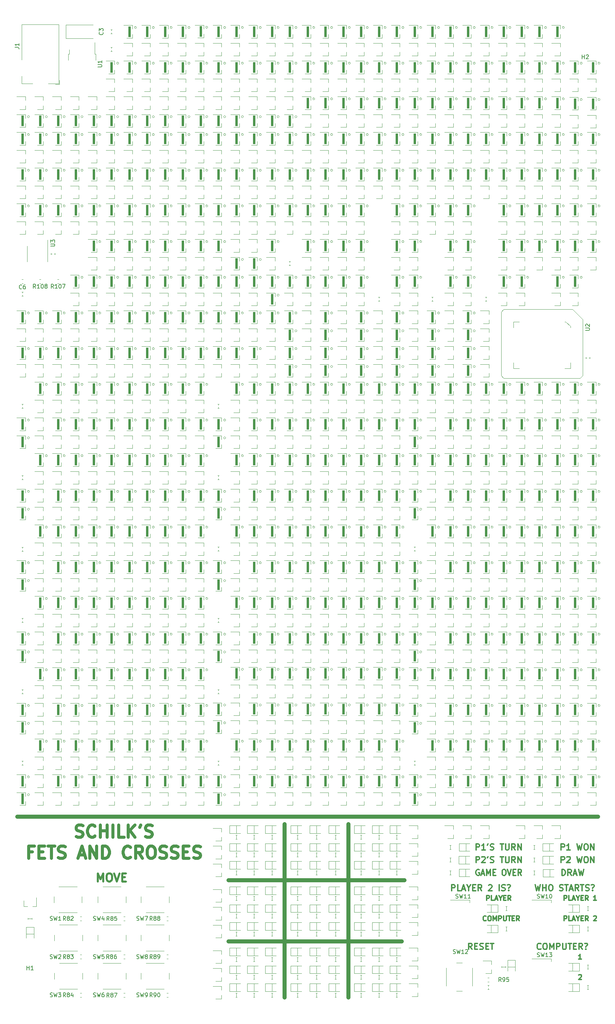
<source format=gbr>
G04 #@! TF.GenerationSoftware,KiCad,Pcbnew,(5.1.5)-3*
G04 #@! TF.CreationDate,2020-07-05T11:54:57+02:00*
G04 #@! TF.ProjectId,FetsAndCrosses,46657473-416e-4644-9372-6f737365732e,rev?*
G04 #@! TF.SameCoordinates,Original*
G04 #@! TF.FileFunction,Legend,Top*
G04 #@! TF.FilePolarity,Positive*
%FSLAX46Y46*%
G04 Gerber Fmt 4.6, Leading zero omitted, Abs format (unit mm)*
G04 Created by KiCad (PCBNEW (5.1.5)-3) date 2020-07-05 11:54:57*
%MOMM*%
%LPD*%
G04 APERTURE LIST*
%ADD10C,1.000000*%
%ADD11C,0.120000*%
%ADD12C,0.300000*%
%ADD13C,0.750000*%
%ADD14C,0.500000*%
%ADD15C,0.100000*%
%ADD16C,0.150000*%
G04 APERTURE END LIST*
D10*
X109855000Y-231775000D02*
X112395000Y-231775000D01*
D11*
X113665000Y-231775000D02*
X109855000Y-231775000D01*
D10*
X19685000Y-215900000D02*
X164465000Y-215900000D01*
D12*
X155472142Y-230548571D02*
X155472142Y-229048571D01*
X155829285Y-229048571D01*
X156043571Y-229120000D01*
X156186428Y-229262857D01*
X156257857Y-229405714D01*
X156329285Y-229691428D01*
X156329285Y-229905714D01*
X156257857Y-230191428D01*
X156186428Y-230334285D01*
X156043571Y-230477142D01*
X155829285Y-230548571D01*
X155472142Y-230548571D01*
X157829285Y-230548571D02*
X157329285Y-229834285D01*
X156972142Y-230548571D02*
X156972142Y-229048571D01*
X157543571Y-229048571D01*
X157686428Y-229120000D01*
X157757857Y-229191428D01*
X157829285Y-229334285D01*
X157829285Y-229548571D01*
X157757857Y-229691428D01*
X157686428Y-229762857D01*
X157543571Y-229834285D01*
X156972142Y-229834285D01*
X158400714Y-230120000D02*
X159115000Y-230120000D01*
X158257857Y-230548571D02*
X158757857Y-229048571D01*
X159257857Y-230548571D01*
X159615000Y-229048571D02*
X159972142Y-230548571D01*
X160257857Y-229477142D01*
X160543571Y-230548571D01*
X160900714Y-229048571D01*
X155277857Y-224198571D02*
X155277857Y-222698571D01*
X155849285Y-222698571D01*
X155992142Y-222770000D01*
X156063571Y-222841428D01*
X156135000Y-222984285D01*
X156135000Y-223198571D01*
X156063571Y-223341428D01*
X155992142Y-223412857D01*
X155849285Y-223484285D01*
X155277857Y-223484285D01*
X157563571Y-224198571D02*
X156706428Y-224198571D01*
X157135000Y-224198571D02*
X157135000Y-222698571D01*
X156992142Y-222912857D01*
X156849285Y-223055714D01*
X156706428Y-223127142D01*
X159206428Y-222698571D02*
X159563571Y-224198571D01*
X159849285Y-223127142D01*
X160135000Y-224198571D01*
X160492142Y-222698571D01*
X161349285Y-222698571D02*
X161635000Y-222698571D01*
X161777857Y-222770000D01*
X161920714Y-222912857D01*
X161992142Y-223198571D01*
X161992142Y-223698571D01*
X161920714Y-223984285D01*
X161777857Y-224127142D01*
X161635000Y-224198571D01*
X161349285Y-224198571D01*
X161206428Y-224127142D01*
X161063571Y-223984285D01*
X160992142Y-223698571D01*
X160992142Y-223198571D01*
X161063571Y-222912857D01*
X161206428Y-222770000D01*
X161349285Y-222698571D01*
X162635000Y-224198571D02*
X162635000Y-222698571D01*
X163492142Y-224198571D01*
X163492142Y-222698571D01*
X155277857Y-227373571D02*
X155277857Y-225873571D01*
X155849285Y-225873571D01*
X155992142Y-225945000D01*
X156063571Y-226016428D01*
X156135000Y-226159285D01*
X156135000Y-226373571D01*
X156063571Y-226516428D01*
X155992142Y-226587857D01*
X155849285Y-226659285D01*
X155277857Y-226659285D01*
X156706428Y-226016428D02*
X156777857Y-225945000D01*
X156920714Y-225873571D01*
X157277857Y-225873571D01*
X157420714Y-225945000D01*
X157492142Y-226016428D01*
X157563571Y-226159285D01*
X157563571Y-226302142D01*
X157492142Y-226516428D01*
X156635000Y-227373571D01*
X157563571Y-227373571D01*
X159206428Y-225873571D02*
X159563571Y-227373571D01*
X159849285Y-226302142D01*
X160135000Y-227373571D01*
X160492142Y-225873571D01*
X161349285Y-225873571D02*
X161635000Y-225873571D01*
X161777857Y-225945000D01*
X161920714Y-226087857D01*
X161992142Y-226373571D01*
X161992142Y-226873571D01*
X161920714Y-227159285D01*
X161777857Y-227302142D01*
X161635000Y-227373571D01*
X161349285Y-227373571D01*
X161206428Y-227302142D01*
X161063571Y-227159285D01*
X160992142Y-226873571D01*
X160992142Y-226373571D01*
X161063571Y-226087857D01*
X161206428Y-225945000D01*
X161349285Y-225873571D01*
X162635000Y-227373571D02*
X162635000Y-225873571D01*
X163492142Y-227373571D01*
X163492142Y-225873571D01*
X134833333Y-229120000D02*
X134700000Y-229048571D01*
X134500000Y-229048571D01*
X134300000Y-229120000D01*
X134166666Y-229262857D01*
X134100000Y-229405714D01*
X134033333Y-229691428D01*
X134033333Y-229905714D01*
X134100000Y-230191428D01*
X134166666Y-230334285D01*
X134300000Y-230477142D01*
X134500000Y-230548571D01*
X134633333Y-230548571D01*
X134833333Y-230477142D01*
X134900000Y-230405714D01*
X134900000Y-229905714D01*
X134633333Y-229905714D01*
X135433333Y-230120000D02*
X136100000Y-230120000D01*
X135300000Y-230548571D02*
X135766666Y-229048571D01*
X136233333Y-230548571D01*
X136700000Y-230548571D02*
X136700000Y-229048571D01*
X137166666Y-230120000D01*
X137633333Y-229048571D01*
X137633333Y-230548571D01*
X138300000Y-229762857D02*
X138766666Y-229762857D01*
X138966666Y-230548571D02*
X138300000Y-230548571D01*
X138300000Y-229048571D01*
X138966666Y-229048571D01*
X140900000Y-229048571D02*
X141166666Y-229048571D01*
X141300000Y-229120000D01*
X141433333Y-229262857D01*
X141500000Y-229548571D01*
X141500000Y-230048571D01*
X141433333Y-230334285D01*
X141300000Y-230477142D01*
X141166666Y-230548571D01*
X140900000Y-230548571D01*
X140766666Y-230477142D01*
X140633333Y-230334285D01*
X140566666Y-230048571D01*
X140566666Y-229548571D01*
X140633333Y-229262857D01*
X140766666Y-229120000D01*
X140900000Y-229048571D01*
X141900000Y-229048571D02*
X142366666Y-230548571D01*
X142833333Y-229048571D01*
X143300000Y-229762857D02*
X143766666Y-229762857D01*
X143966666Y-230548571D02*
X143300000Y-230548571D01*
X143300000Y-229048571D01*
X143966666Y-229048571D01*
X145366666Y-230548571D02*
X144900000Y-229834285D01*
X144566666Y-230548571D02*
X144566666Y-229048571D01*
X145100000Y-229048571D01*
X145233333Y-229120000D01*
X145300000Y-229191428D01*
X145366666Y-229334285D01*
X145366666Y-229548571D01*
X145300000Y-229691428D01*
X145233333Y-229762857D01*
X145100000Y-229834285D01*
X144566666Y-229834285D01*
X134057142Y-227373571D02*
X134057142Y-225873571D01*
X134628571Y-225873571D01*
X134771428Y-225945000D01*
X134842857Y-226016428D01*
X134914285Y-226159285D01*
X134914285Y-226373571D01*
X134842857Y-226516428D01*
X134771428Y-226587857D01*
X134628571Y-226659285D01*
X134057142Y-226659285D01*
X135485714Y-226016428D02*
X135557142Y-225945000D01*
X135700000Y-225873571D01*
X136057142Y-225873571D01*
X136200000Y-225945000D01*
X136271428Y-226016428D01*
X136342857Y-226159285D01*
X136342857Y-226302142D01*
X136271428Y-226516428D01*
X135414285Y-227373571D01*
X136342857Y-227373571D01*
X137057142Y-225873571D02*
X136914285Y-226159285D01*
X137628571Y-227302142D02*
X137842857Y-227373571D01*
X138200000Y-227373571D01*
X138342857Y-227302142D01*
X138414285Y-227230714D01*
X138485714Y-227087857D01*
X138485714Y-226945000D01*
X138414285Y-226802142D01*
X138342857Y-226730714D01*
X138200000Y-226659285D01*
X137914285Y-226587857D01*
X137771428Y-226516428D01*
X137700000Y-226445000D01*
X137628571Y-226302142D01*
X137628571Y-226159285D01*
X137700000Y-226016428D01*
X137771428Y-225945000D01*
X137914285Y-225873571D01*
X138271428Y-225873571D01*
X138485714Y-225945000D01*
X140057142Y-225873571D02*
X140914285Y-225873571D01*
X140485714Y-227373571D02*
X140485714Y-225873571D01*
X141414285Y-225873571D02*
X141414285Y-227087857D01*
X141485714Y-227230714D01*
X141557142Y-227302142D01*
X141700000Y-227373571D01*
X141985714Y-227373571D01*
X142128571Y-227302142D01*
X142200000Y-227230714D01*
X142271428Y-227087857D01*
X142271428Y-225873571D01*
X143842857Y-227373571D02*
X143342857Y-226659285D01*
X142985714Y-227373571D02*
X142985714Y-225873571D01*
X143557142Y-225873571D01*
X143700000Y-225945000D01*
X143771428Y-226016428D01*
X143842857Y-226159285D01*
X143842857Y-226373571D01*
X143771428Y-226516428D01*
X143700000Y-226587857D01*
X143557142Y-226659285D01*
X142985714Y-226659285D01*
X144485714Y-227373571D02*
X144485714Y-225873571D01*
X145342857Y-227373571D01*
X145342857Y-225873571D01*
X134057142Y-224198571D02*
X134057142Y-222698571D01*
X134628571Y-222698571D01*
X134771428Y-222770000D01*
X134842857Y-222841428D01*
X134914285Y-222984285D01*
X134914285Y-223198571D01*
X134842857Y-223341428D01*
X134771428Y-223412857D01*
X134628571Y-223484285D01*
X134057142Y-223484285D01*
X136342857Y-224198571D02*
X135485714Y-224198571D01*
X135914285Y-224198571D02*
X135914285Y-222698571D01*
X135771428Y-222912857D01*
X135628571Y-223055714D01*
X135485714Y-223127142D01*
X137057142Y-222698571D02*
X136914285Y-222984285D01*
X137628571Y-224127142D02*
X137842857Y-224198571D01*
X138200000Y-224198571D01*
X138342857Y-224127142D01*
X138414285Y-224055714D01*
X138485714Y-223912857D01*
X138485714Y-223770000D01*
X138414285Y-223627142D01*
X138342857Y-223555714D01*
X138200000Y-223484285D01*
X137914285Y-223412857D01*
X137771428Y-223341428D01*
X137700000Y-223270000D01*
X137628571Y-223127142D01*
X137628571Y-222984285D01*
X137700000Y-222841428D01*
X137771428Y-222770000D01*
X137914285Y-222698571D01*
X138271428Y-222698571D01*
X138485714Y-222770000D01*
X140057142Y-222698571D02*
X140914285Y-222698571D01*
X140485714Y-224198571D02*
X140485714Y-222698571D01*
X141414285Y-222698571D02*
X141414285Y-223912857D01*
X141485714Y-224055714D01*
X141557142Y-224127142D01*
X141700000Y-224198571D01*
X141985714Y-224198571D01*
X142128571Y-224127142D01*
X142200000Y-224055714D01*
X142271428Y-223912857D01*
X142271428Y-222698571D01*
X143842857Y-224198571D02*
X143342857Y-223484285D01*
X142985714Y-224198571D02*
X142985714Y-222698571D01*
X143557142Y-222698571D01*
X143700000Y-222770000D01*
X143771428Y-222841428D01*
X143842857Y-222984285D01*
X143842857Y-223198571D01*
X143771428Y-223341428D01*
X143700000Y-223412857D01*
X143557142Y-223484285D01*
X142985714Y-223484285D01*
X144485714Y-224198571D02*
X144485714Y-222698571D01*
X145342857Y-224198571D01*
X145342857Y-222698571D01*
X133076428Y-248963571D02*
X132576428Y-248249285D01*
X132219285Y-248963571D02*
X132219285Y-247463571D01*
X132790714Y-247463571D01*
X132933571Y-247535000D01*
X133005000Y-247606428D01*
X133076428Y-247749285D01*
X133076428Y-247963571D01*
X133005000Y-248106428D01*
X132933571Y-248177857D01*
X132790714Y-248249285D01*
X132219285Y-248249285D01*
X133719285Y-248177857D02*
X134219285Y-248177857D01*
X134433571Y-248963571D02*
X133719285Y-248963571D01*
X133719285Y-247463571D01*
X134433571Y-247463571D01*
X135005000Y-248892142D02*
X135219285Y-248963571D01*
X135576428Y-248963571D01*
X135719285Y-248892142D01*
X135790714Y-248820714D01*
X135862142Y-248677857D01*
X135862142Y-248535000D01*
X135790714Y-248392142D01*
X135719285Y-248320714D01*
X135576428Y-248249285D01*
X135290714Y-248177857D01*
X135147857Y-248106428D01*
X135076428Y-248035000D01*
X135005000Y-247892142D01*
X135005000Y-247749285D01*
X135076428Y-247606428D01*
X135147857Y-247535000D01*
X135290714Y-247463571D01*
X135647857Y-247463571D01*
X135862142Y-247535000D01*
X136505000Y-248177857D02*
X137005000Y-248177857D01*
X137219285Y-248963571D02*
X136505000Y-248963571D01*
X136505000Y-247463571D01*
X137219285Y-247463571D01*
X137647857Y-247463571D02*
X138505000Y-247463571D01*
X138076428Y-248963571D02*
X138076428Y-247463571D01*
X159677142Y-255362142D02*
X159734285Y-255305000D01*
X159848571Y-255247857D01*
X160134285Y-255247857D01*
X160248571Y-255305000D01*
X160305714Y-255362142D01*
X160362857Y-255476428D01*
X160362857Y-255590714D01*
X160305714Y-255762142D01*
X159620000Y-256447857D01*
X160362857Y-256447857D01*
X160362857Y-251367857D02*
X159677142Y-251367857D01*
X160020000Y-251367857D02*
X160020000Y-250167857D01*
X159905714Y-250339285D01*
X159791428Y-250453571D01*
X159677142Y-250510714D01*
D13*
X34315000Y-220839285D02*
X34743571Y-220982142D01*
X35457857Y-220982142D01*
X35743571Y-220839285D01*
X35886428Y-220696428D01*
X36029285Y-220410714D01*
X36029285Y-220125000D01*
X35886428Y-219839285D01*
X35743571Y-219696428D01*
X35457857Y-219553571D01*
X34886428Y-219410714D01*
X34600714Y-219267857D01*
X34457857Y-219125000D01*
X34315000Y-218839285D01*
X34315000Y-218553571D01*
X34457857Y-218267857D01*
X34600714Y-218125000D01*
X34886428Y-217982142D01*
X35600714Y-217982142D01*
X36029285Y-218125000D01*
X39029285Y-220696428D02*
X38886428Y-220839285D01*
X38457857Y-220982142D01*
X38172142Y-220982142D01*
X37743571Y-220839285D01*
X37457857Y-220553571D01*
X37315000Y-220267857D01*
X37172142Y-219696428D01*
X37172142Y-219267857D01*
X37315000Y-218696428D01*
X37457857Y-218410714D01*
X37743571Y-218125000D01*
X38172142Y-217982142D01*
X38457857Y-217982142D01*
X38886428Y-218125000D01*
X39029285Y-218267857D01*
X40315000Y-220982142D02*
X40315000Y-217982142D01*
X40315000Y-219410714D02*
X42029285Y-219410714D01*
X42029285Y-220982142D02*
X42029285Y-217982142D01*
X43457857Y-220982142D02*
X43457857Y-217982142D01*
X46315000Y-220982142D02*
X44886428Y-220982142D01*
X44886428Y-217982142D01*
X47315000Y-220982142D02*
X47315000Y-217982142D01*
X49029285Y-220982142D02*
X47743571Y-219267857D01*
X49029285Y-217982142D02*
X47315000Y-219696428D01*
X50457857Y-217982142D02*
X50172142Y-218553571D01*
X51600714Y-220839285D02*
X52029285Y-220982142D01*
X52743571Y-220982142D01*
X53029285Y-220839285D01*
X53172142Y-220696428D01*
X53315000Y-220410714D01*
X53315000Y-220125000D01*
X53172142Y-219839285D01*
X53029285Y-219696428D01*
X52743571Y-219553571D01*
X52172142Y-219410714D01*
X51886428Y-219267857D01*
X51743571Y-219125000D01*
X51600714Y-218839285D01*
X51600714Y-218553571D01*
X51743571Y-218267857D01*
X51886428Y-218125000D01*
X52172142Y-217982142D01*
X52886428Y-217982142D01*
X53315000Y-218125000D01*
X23457857Y-224660714D02*
X22457857Y-224660714D01*
X22457857Y-226232142D02*
X22457857Y-223232142D01*
X23886428Y-223232142D01*
X25029285Y-224660714D02*
X26029285Y-224660714D01*
X26457857Y-226232142D02*
X25029285Y-226232142D01*
X25029285Y-223232142D01*
X26457857Y-223232142D01*
X27314999Y-223232142D02*
X29029285Y-223232142D01*
X28172142Y-226232142D02*
X28172142Y-223232142D01*
X29886428Y-226089285D02*
X30314999Y-226232142D01*
X31029285Y-226232142D01*
X31314999Y-226089285D01*
X31457857Y-225946428D01*
X31600714Y-225660714D01*
X31600714Y-225375000D01*
X31457857Y-225089285D01*
X31314999Y-224946428D01*
X31029285Y-224803571D01*
X30457857Y-224660714D01*
X30172142Y-224517857D01*
X30029285Y-224375000D01*
X29886428Y-224089285D01*
X29886428Y-223803571D01*
X30029285Y-223517857D01*
X30172142Y-223375000D01*
X30457857Y-223232142D01*
X31172142Y-223232142D01*
X31600714Y-223375000D01*
X35029285Y-225375000D02*
X36457857Y-225375000D01*
X34743571Y-226232142D02*
X35743571Y-223232142D01*
X36743571Y-226232142D01*
X37743571Y-226232142D02*
X37743571Y-223232142D01*
X39457857Y-226232142D01*
X39457857Y-223232142D01*
X40886428Y-226232142D02*
X40886428Y-223232142D01*
X41600714Y-223232142D01*
X42029285Y-223375000D01*
X42314999Y-223660714D01*
X42457857Y-223946428D01*
X42600714Y-224517857D01*
X42600714Y-224946428D01*
X42457857Y-225517857D01*
X42314999Y-225803571D01*
X42029285Y-226089285D01*
X41600714Y-226232142D01*
X40886428Y-226232142D01*
X47886428Y-225946428D02*
X47743571Y-226089285D01*
X47314999Y-226232142D01*
X47029285Y-226232142D01*
X46600714Y-226089285D01*
X46314999Y-225803571D01*
X46172142Y-225517857D01*
X46029285Y-224946428D01*
X46029285Y-224517857D01*
X46172142Y-223946428D01*
X46314999Y-223660714D01*
X46600714Y-223375000D01*
X47029285Y-223232142D01*
X47314999Y-223232142D01*
X47743571Y-223375000D01*
X47886428Y-223517857D01*
X50886428Y-226232142D02*
X49886428Y-224803571D01*
X49172142Y-226232142D02*
X49172142Y-223232142D01*
X50314999Y-223232142D01*
X50600714Y-223375000D01*
X50743571Y-223517857D01*
X50886428Y-223803571D01*
X50886428Y-224232142D01*
X50743571Y-224517857D01*
X50600714Y-224660714D01*
X50314999Y-224803571D01*
X49172142Y-224803571D01*
X52743571Y-223232142D02*
X53314999Y-223232142D01*
X53600714Y-223375000D01*
X53886428Y-223660714D01*
X54029285Y-224232142D01*
X54029285Y-225232142D01*
X53886428Y-225803571D01*
X53600714Y-226089285D01*
X53314999Y-226232142D01*
X52743571Y-226232142D01*
X52457857Y-226089285D01*
X52172142Y-225803571D01*
X52029285Y-225232142D01*
X52029285Y-224232142D01*
X52172142Y-223660714D01*
X52457857Y-223375000D01*
X52743571Y-223232142D01*
X55172142Y-226089285D02*
X55600714Y-226232142D01*
X56314999Y-226232142D01*
X56600714Y-226089285D01*
X56743571Y-225946428D01*
X56886428Y-225660714D01*
X56886428Y-225375000D01*
X56743571Y-225089285D01*
X56600714Y-224946428D01*
X56314999Y-224803571D01*
X55743571Y-224660714D01*
X55457857Y-224517857D01*
X55314999Y-224375000D01*
X55172142Y-224089285D01*
X55172142Y-223803571D01*
X55314999Y-223517857D01*
X55457857Y-223375000D01*
X55743571Y-223232142D01*
X56457857Y-223232142D01*
X56886428Y-223375000D01*
X58029285Y-226089285D02*
X58457857Y-226232142D01*
X59172142Y-226232142D01*
X59457857Y-226089285D01*
X59600714Y-225946428D01*
X59743571Y-225660714D01*
X59743571Y-225375000D01*
X59600714Y-225089285D01*
X59457857Y-224946428D01*
X59172142Y-224803571D01*
X58600714Y-224660714D01*
X58314999Y-224517857D01*
X58172142Y-224375000D01*
X58029285Y-224089285D01*
X58029285Y-223803571D01*
X58172142Y-223517857D01*
X58314999Y-223375000D01*
X58600714Y-223232142D01*
X59314999Y-223232142D01*
X59743571Y-223375000D01*
X61029285Y-224660714D02*
X62029285Y-224660714D01*
X62457857Y-226232142D02*
X61029285Y-226232142D01*
X61029285Y-223232142D01*
X62457857Y-223232142D01*
X63600714Y-226089285D02*
X64029285Y-226232142D01*
X64743571Y-226232142D01*
X65029285Y-226089285D01*
X65172142Y-225946428D01*
X65314999Y-225660714D01*
X65314999Y-225375000D01*
X65172142Y-225089285D01*
X65029285Y-224946428D01*
X64743571Y-224803571D01*
X64172142Y-224660714D01*
X63886428Y-224517857D01*
X63743571Y-224375000D01*
X63600714Y-224089285D01*
X63600714Y-223803571D01*
X63743571Y-223517857D01*
X63886428Y-223375000D01*
X64172142Y-223232142D01*
X64886428Y-223232142D01*
X65314999Y-223375000D01*
D12*
X150217857Y-248820714D02*
X150146428Y-248892142D01*
X149932142Y-248963571D01*
X149789285Y-248963571D01*
X149575000Y-248892142D01*
X149432142Y-248749285D01*
X149360714Y-248606428D01*
X149289285Y-248320714D01*
X149289285Y-248106428D01*
X149360714Y-247820714D01*
X149432142Y-247677857D01*
X149575000Y-247535000D01*
X149789285Y-247463571D01*
X149932142Y-247463571D01*
X150146428Y-247535000D01*
X150217857Y-247606428D01*
X151146428Y-247463571D02*
X151432142Y-247463571D01*
X151575000Y-247535000D01*
X151717857Y-247677857D01*
X151789285Y-247963571D01*
X151789285Y-248463571D01*
X151717857Y-248749285D01*
X151575000Y-248892142D01*
X151432142Y-248963571D01*
X151146428Y-248963571D01*
X151003571Y-248892142D01*
X150860714Y-248749285D01*
X150789285Y-248463571D01*
X150789285Y-247963571D01*
X150860714Y-247677857D01*
X151003571Y-247535000D01*
X151146428Y-247463571D01*
X152432142Y-248963571D02*
X152432142Y-247463571D01*
X152932142Y-248535000D01*
X153432142Y-247463571D01*
X153432142Y-248963571D01*
X154146428Y-248963571D02*
X154146428Y-247463571D01*
X154717857Y-247463571D01*
X154860714Y-247535000D01*
X154932142Y-247606428D01*
X155003571Y-247749285D01*
X155003571Y-247963571D01*
X154932142Y-248106428D01*
X154860714Y-248177857D01*
X154717857Y-248249285D01*
X154146428Y-248249285D01*
X155646428Y-247463571D02*
X155646428Y-248677857D01*
X155717857Y-248820714D01*
X155789285Y-248892142D01*
X155932142Y-248963571D01*
X156217857Y-248963571D01*
X156360714Y-248892142D01*
X156432142Y-248820714D01*
X156503571Y-248677857D01*
X156503571Y-247463571D01*
X157003571Y-247463571D02*
X157860714Y-247463571D01*
X157432142Y-248963571D02*
X157432142Y-247463571D01*
X158360714Y-248177857D02*
X158860714Y-248177857D01*
X159075000Y-248963571D02*
X158360714Y-248963571D01*
X158360714Y-247463571D01*
X159075000Y-247463571D01*
X160575000Y-248963571D02*
X160075000Y-248249285D01*
X159717857Y-248963571D02*
X159717857Y-247463571D01*
X160289285Y-247463571D01*
X160432142Y-247535000D01*
X160503571Y-247606428D01*
X160575000Y-247749285D01*
X160575000Y-247963571D01*
X160503571Y-248106428D01*
X160432142Y-248177857D01*
X160289285Y-248249285D01*
X159717857Y-248249285D01*
X161432142Y-248820714D02*
X161503571Y-248892142D01*
X161432142Y-248963571D01*
X161360714Y-248892142D01*
X161432142Y-248820714D01*
X161432142Y-248963571D01*
X161146428Y-247535000D02*
X161289285Y-247463571D01*
X161646428Y-247463571D01*
X161789285Y-247535000D01*
X161860714Y-247677857D01*
X161860714Y-247820714D01*
X161789285Y-247963571D01*
X161717857Y-248035000D01*
X161575000Y-248106428D01*
X161503571Y-248177857D01*
X161432142Y-248320714D01*
X161432142Y-248392142D01*
X156020000Y-236762857D02*
X156020000Y-235562857D01*
X156477142Y-235562857D01*
X156591428Y-235620000D01*
X156648571Y-235677142D01*
X156705714Y-235791428D01*
X156705714Y-235962857D01*
X156648571Y-236077142D01*
X156591428Y-236134285D01*
X156477142Y-236191428D01*
X156020000Y-236191428D01*
X157791428Y-236762857D02*
X157220000Y-236762857D01*
X157220000Y-235562857D01*
X158134285Y-236420000D02*
X158705714Y-236420000D01*
X158020000Y-236762857D02*
X158420000Y-235562857D01*
X158820000Y-236762857D01*
X159448571Y-236191428D02*
X159448571Y-236762857D01*
X159048571Y-235562857D02*
X159448571Y-236191428D01*
X159848571Y-235562857D01*
X160248571Y-236134285D02*
X160648571Y-236134285D01*
X160820000Y-236762857D02*
X160248571Y-236762857D01*
X160248571Y-235562857D01*
X160820000Y-235562857D01*
X162020000Y-236762857D02*
X161620000Y-236191428D01*
X161334285Y-236762857D02*
X161334285Y-235562857D01*
X161791428Y-235562857D01*
X161905714Y-235620000D01*
X161962857Y-235677142D01*
X162020000Y-235791428D01*
X162020000Y-235962857D01*
X161962857Y-236077142D01*
X161905714Y-236134285D01*
X161791428Y-236191428D01*
X161334285Y-236191428D01*
X164077142Y-236762857D02*
X163391428Y-236762857D01*
X163734285Y-236762857D02*
X163734285Y-235562857D01*
X163620000Y-235734285D01*
X163505714Y-235848571D01*
X163391428Y-235905714D01*
X156020000Y-241842857D02*
X156020000Y-240642857D01*
X156477142Y-240642857D01*
X156591428Y-240700000D01*
X156648571Y-240757142D01*
X156705714Y-240871428D01*
X156705714Y-241042857D01*
X156648571Y-241157142D01*
X156591428Y-241214285D01*
X156477142Y-241271428D01*
X156020000Y-241271428D01*
X157791428Y-241842857D02*
X157220000Y-241842857D01*
X157220000Y-240642857D01*
X158134285Y-241500000D02*
X158705714Y-241500000D01*
X158020000Y-241842857D02*
X158420000Y-240642857D01*
X158820000Y-241842857D01*
X159448571Y-241271428D02*
X159448571Y-241842857D01*
X159048571Y-240642857D02*
X159448571Y-241271428D01*
X159848571Y-240642857D01*
X160248571Y-241214285D02*
X160648571Y-241214285D01*
X160820000Y-241842857D02*
X160248571Y-241842857D01*
X160248571Y-240642857D01*
X160820000Y-240642857D01*
X162020000Y-241842857D02*
X161620000Y-241271428D01*
X161334285Y-241842857D02*
X161334285Y-240642857D01*
X161791428Y-240642857D01*
X161905714Y-240700000D01*
X161962857Y-240757142D01*
X162020000Y-240871428D01*
X162020000Y-241042857D01*
X161962857Y-241157142D01*
X161905714Y-241214285D01*
X161791428Y-241271428D01*
X161334285Y-241271428D01*
X163391428Y-240757142D02*
X163448571Y-240700000D01*
X163562857Y-240642857D01*
X163848571Y-240642857D01*
X163962857Y-240700000D01*
X164020000Y-240757142D01*
X164077142Y-240871428D01*
X164077142Y-240985714D01*
X164020000Y-241157142D01*
X163334285Y-241842857D01*
X164077142Y-241842857D01*
X148817142Y-232858571D02*
X149174285Y-234358571D01*
X149460000Y-233287142D01*
X149745714Y-234358571D01*
X150102857Y-232858571D01*
X150674285Y-234358571D02*
X150674285Y-232858571D01*
X150674285Y-233572857D02*
X151531428Y-233572857D01*
X151531428Y-234358571D02*
X151531428Y-232858571D01*
X152531428Y-232858571D02*
X152817142Y-232858571D01*
X152960000Y-232930000D01*
X153102857Y-233072857D01*
X153174285Y-233358571D01*
X153174285Y-233858571D01*
X153102857Y-234144285D01*
X152960000Y-234287142D01*
X152817142Y-234358571D01*
X152531428Y-234358571D01*
X152388571Y-234287142D01*
X152245714Y-234144285D01*
X152174285Y-233858571D01*
X152174285Y-233358571D01*
X152245714Y-233072857D01*
X152388571Y-232930000D01*
X152531428Y-232858571D01*
X154888571Y-234287142D02*
X155102857Y-234358571D01*
X155460000Y-234358571D01*
X155602857Y-234287142D01*
X155674285Y-234215714D01*
X155745714Y-234072857D01*
X155745714Y-233930000D01*
X155674285Y-233787142D01*
X155602857Y-233715714D01*
X155460000Y-233644285D01*
X155174285Y-233572857D01*
X155031428Y-233501428D01*
X154960000Y-233430000D01*
X154888571Y-233287142D01*
X154888571Y-233144285D01*
X154960000Y-233001428D01*
X155031428Y-232930000D01*
X155174285Y-232858571D01*
X155531428Y-232858571D01*
X155745714Y-232930000D01*
X156174285Y-232858571D02*
X157031428Y-232858571D01*
X156602857Y-234358571D02*
X156602857Y-232858571D01*
X157460000Y-233930000D02*
X158174285Y-233930000D01*
X157317142Y-234358571D02*
X157817142Y-232858571D01*
X158317142Y-234358571D01*
X159674285Y-234358571D02*
X159174285Y-233644285D01*
X158817142Y-234358571D02*
X158817142Y-232858571D01*
X159388571Y-232858571D01*
X159531428Y-232930000D01*
X159602857Y-233001428D01*
X159674285Y-233144285D01*
X159674285Y-233358571D01*
X159602857Y-233501428D01*
X159531428Y-233572857D01*
X159388571Y-233644285D01*
X158817142Y-233644285D01*
X160102857Y-232858571D02*
X160960000Y-232858571D01*
X160531428Y-234358571D02*
X160531428Y-232858571D01*
X161388571Y-234287142D02*
X161602857Y-234358571D01*
X161960000Y-234358571D01*
X162102857Y-234287142D01*
X162174285Y-234215714D01*
X162245714Y-234072857D01*
X162245714Y-233930000D01*
X162174285Y-233787142D01*
X162102857Y-233715714D01*
X161960000Y-233644285D01*
X161674285Y-233572857D01*
X161531428Y-233501428D01*
X161460000Y-233430000D01*
X161388571Y-233287142D01*
X161388571Y-233144285D01*
X161460000Y-233001428D01*
X161531428Y-232930000D01*
X161674285Y-232858571D01*
X162031428Y-232858571D01*
X162245714Y-232930000D01*
X163102857Y-234215714D02*
X163174285Y-234287142D01*
X163102857Y-234358571D01*
X163031428Y-234287142D01*
X163102857Y-234215714D01*
X163102857Y-234358571D01*
X162817142Y-232930000D02*
X162960000Y-232858571D01*
X163317142Y-232858571D01*
X163460000Y-232930000D01*
X163531428Y-233072857D01*
X163531428Y-233215714D01*
X163460000Y-233358571D01*
X163388571Y-233430000D01*
X163245714Y-233501428D01*
X163174285Y-233572857D01*
X163102857Y-233715714D01*
X163102857Y-233787142D01*
X136563571Y-241728571D02*
X136506428Y-241785714D01*
X136335000Y-241842857D01*
X136220714Y-241842857D01*
X136049285Y-241785714D01*
X135935000Y-241671428D01*
X135877857Y-241557142D01*
X135820714Y-241328571D01*
X135820714Y-241157142D01*
X135877857Y-240928571D01*
X135935000Y-240814285D01*
X136049285Y-240700000D01*
X136220714Y-240642857D01*
X136335000Y-240642857D01*
X136506428Y-240700000D01*
X136563571Y-240757142D01*
X137306428Y-240642857D02*
X137535000Y-240642857D01*
X137649285Y-240700000D01*
X137763571Y-240814285D01*
X137820714Y-241042857D01*
X137820714Y-241442857D01*
X137763571Y-241671428D01*
X137649285Y-241785714D01*
X137535000Y-241842857D01*
X137306428Y-241842857D01*
X137192142Y-241785714D01*
X137077857Y-241671428D01*
X137020714Y-241442857D01*
X137020714Y-241042857D01*
X137077857Y-240814285D01*
X137192142Y-240700000D01*
X137306428Y-240642857D01*
X138335000Y-241842857D02*
X138335000Y-240642857D01*
X138735000Y-241500000D01*
X139135000Y-240642857D01*
X139135000Y-241842857D01*
X139706428Y-241842857D02*
X139706428Y-240642857D01*
X140163571Y-240642857D01*
X140277857Y-240700000D01*
X140335000Y-240757142D01*
X140392142Y-240871428D01*
X140392142Y-241042857D01*
X140335000Y-241157142D01*
X140277857Y-241214285D01*
X140163571Y-241271428D01*
X139706428Y-241271428D01*
X140906428Y-240642857D02*
X140906428Y-241614285D01*
X140963571Y-241728571D01*
X141020714Y-241785714D01*
X141135000Y-241842857D01*
X141363571Y-241842857D01*
X141477857Y-241785714D01*
X141535000Y-241728571D01*
X141592142Y-241614285D01*
X141592142Y-240642857D01*
X141992142Y-240642857D02*
X142677857Y-240642857D01*
X142335000Y-241842857D02*
X142335000Y-240642857D01*
X143077857Y-241214285D02*
X143477857Y-241214285D01*
X143649285Y-241842857D02*
X143077857Y-241842857D01*
X143077857Y-240642857D01*
X143649285Y-240642857D01*
X144849285Y-241842857D02*
X144449285Y-241271428D01*
X144163571Y-241842857D02*
X144163571Y-240642857D01*
X144620714Y-240642857D01*
X144735000Y-240700000D01*
X144792142Y-240757142D01*
X144849285Y-240871428D01*
X144849285Y-241042857D01*
X144792142Y-241157142D01*
X144735000Y-241214285D01*
X144620714Y-241271428D01*
X144163571Y-241271428D01*
X136728571Y-236762857D02*
X136728571Y-235562857D01*
X137185714Y-235562857D01*
X137300000Y-235620000D01*
X137357142Y-235677142D01*
X137414285Y-235791428D01*
X137414285Y-235962857D01*
X137357142Y-236077142D01*
X137300000Y-236134285D01*
X137185714Y-236191428D01*
X136728571Y-236191428D01*
X138500000Y-236762857D02*
X137928571Y-236762857D01*
X137928571Y-235562857D01*
X138842857Y-236420000D02*
X139414285Y-236420000D01*
X138728571Y-236762857D02*
X139128571Y-235562857D01*
X139528571Y-236762857D01*
X140157142Y-236191428D02*
X140157142Y-236762857D01*
X139757142Y-235562857D02*
X140157142Y-236191428D01*
X140557142Y-235562857D01*
X140957142Y-236134285D02*
X141357142Y-236134285D01*
X141528571Y-236762857D02*
X140957142Y-236762857D01*
X140957142Y-235562857D01*
X141528571Y-235562857D01*
X142728571Y-236762857D02*
X142328571Y-236191428D01*
X142042857Y-236762857D02*
X142042857Y-235562857D01*
X142500000Y-235562857D01*
X142614285Y-235620000D01*
X142671428Y-235677142D01*
X142728571Y-235791428D01*
X142728571Y-235962857D01*
X142671428Y-236077142D01*
X142614285Y-236134285D01*
X142500000Y-236191428D01*
X142042857Y-236191428D01*
X127969285Y-234358571D02*
X127969285Y-232858571D01*
X128540714Y-232858571D01*
X128683571Y-232930000D01*
X128755000Y-233001428D01*
X128826428Y-233144285D01*
X128826428Y-233358571D01*
X128755000Y-233501428D01*
X128683571Y-233572857D01*
X128540714Y-233644285D01*
X127969285Y-233644285D01*
X130183571Y-234358571D02*
X129469285Y-234358571D01*
X129469285Y-232858571D01*
X130612142Y-233930000D02*
X131326428Y-233930000D01*
X130469285Y-234358571D02*
X130969285Y-232858571D01*
X131469285Y-234358571D01*
X132255000Y-233644285D02*
X132255000Y-234358571D01*
X131755000Y-232858571D02*
X132255000Y-233644285D01*
X132755000Y-232858571D01*
X133255000Y-233572857D02*
X133755000Y-233572857D01*
X133969285Y-234358571D02*
X133255000Y-234358571D01*
X133255000Y-232858571D01*
X133969285Y-232858571D01*
X135469285Y-234358571D02*
X134969285Y-233644285D01*
X134612142Y-234358571D02*
X134612142Y-232858571D01*
X135183571Y-232858571D01*
X135326428Y-232930000D01*
X135397857Y-233001428D01*
X135469285Y-233144285D01*
X135469285Y-233358571D01*
X135397857Y-233501428D01*
X135326428Y-233572857D01*
X135183571Y-233644285D01*
X134612142Y-233644285D01*
X137183571Y-233001428D02*
X137255000Y-232930000D01*
X137397857Y-232858571D01*
X137755000Y-232858571D01*
X137897857Y-232930000D01*
X137969285Y-233001428D01*
X138040714Y-233144285D01*
X138040714Y-233287142D01*
X137969285Y-233501428D01*
X137112142Y-234358571D01*
X138040714Y-234358571D01*
X139826428Y-234358571D02*
X139826428Y-232858571D01*
X140469285Y-234287142D02*
X140683571Y-234358571D01*
X141040714Y-234358571D01*
X141183571Y-234287142D01*
X141255000Y-234215714D01*
X141326428Y-234072857D01*
X141326428Y-233930000D01*
X141255000Y-233787142D01*
X141183571Y-233715714D01*
X141040714Y-233644285D01*
X140755000Y-233572857D01*
X140612142Y-233501428D01*
X140540714Y-233430000D01*
X140469285Y-233287142D01*
X140469285Y-233144285D01*
X140540714Y-233001428D01*
X140612142Y-232930000D01*
X140755000Y-232858571D01*
X141112142Y-232858571D01*
X141326428Y-232930000D01*
X142183571Y-234215714D02*
X142255000Y-234287142D01*
X142183571Y-234358571D01*
X142112142Y-234287142D01*
X142183571Y-234215714D01*
X142183571Y-234358571D01*
X141897857Y-232930000D02*
X142040714Y-232858571D01*
X142397857Y-232858571D01*
X142540714Y-232930000D01*
X142612142Y-233072857D01*
X142612142Y-233215714D01*
X142540714Y-233358571D01*
X142469285Y-233430000D01*
X142326428Y-233501428D01*
X142255000Y-233572857D01*
X142183571Y-233715714D01*
X142183571Y-233787142D01*
D14*
X39767309Y-232044761D02*
X39767309Y-230044761D01*
X40433976Y-231473333D01*
X41100642Y-230044761D01*
X41100642Y-232044761D01*
X42433976Y-230044761D02*
X42814928Y-230044761D01*
X43005404Y-230140000D01*
X43195880Y-230330476D01*
X43291119Y-230711428D01*
X43291119Y-231378095D01*
X43195880Y-231759047D01*
X43005404Y-231949523D01*
X42814928Y-232044761D01*
X42433976Y-232044761D01*
X42243500Y-231949523D01*
X42053023Y-231759047D01*
X41957785Y-231378095D01*
X41957785Y-230711428D01*
X42053023Y-230330476D01*
X42243500Y-230140000D01*
X42433976Y-230044761D01*
X43862547Y-230044761D02*
X44529214Y-232044761D01*
X45195880Y-230044761D01*
X45862547Y-230997142D02*
X46529214Y-230997142D01*
X46814928Y-232044761D02*
X45862547Y-232044761D01*
X45862547Y-230044761D01*
X46814928Y-230044761D01*
D10*
X111760000Y-231775000D02*
X116205000Y-231775000D01*
X88900000Y-231775000D02*
X111125000Y-231775000D01*
X72390000Y-231775000D02*
X88900000Y-231775000D01*
X72390000Y-247015000D02*
X115570000Y-247015000D01*
X102235000Y-217805000D02*
X102235000Y-260985000D01*
X86360000Y-217805000D02*
X86360000Y-260985000D01*
D11*
X43940000Y-101910000D02*
X43940000Y-100980000D01*
X43940000Y-98750000D02*
X43940000Y-99680000D01*
X43940000Y-98750000D02*
X41780000Y-98750000D01*
X43940000Y-101910000D02*
X42480000Y-101910000D01*
X43434000Y-99060000D02*
X42926000Y-99060000D01*
X42926000Y-99060000D02*
X42926000Y-101600000D01*
X42926000Y-101600000D02*
X43434000Y-101600000D01*
X43434000Y-101600000D02*
X43434000Y-99060000D01*
D15*
G36*
X43434000Y-101600000D02*
G01*
X42926000Y-101600000D01*
X42926000Y-99060000D01*
X43434000Y-99060000D01*
X43434000Y-101600000D01*
G37*
X43434000Y-101600000D02*
X42926000Y-101600000D01*
X42926000Y-99060000D01*
X43434000Y-99060000D01*
X43434000Y-101600000D01*
D11*
X44958000Y-99314000D02*
G75*
G03X44958000Y-99314000I-254000J0D01*
G01*
X21715000Y-101910000D02*
X21715000Y-100980000D01*
X21715000Y-98750000D02*
X21715000Y-99680000D01*
X21715000Y-98750000D02*
X19555000Y-98750000D01*
X21715000Y-101910000D02*
X20255000Y-101910000D01*
X21209000Y-99060000D02*
X20701000Y-99060000D01*
X20701000Y-99060000D02*
X20701000Y-101600000D01*
X20701000Y-101600000D02*
X21209000Y-101600000D01*
X21209000Y-101600000D02*
X21209000Y-99060000D01*
D15*
G36*
X21209000Y-101600000D02*
G01*
X20701000Y-101600000D01*
X20701000Y-99060000D01*
X21209000Y-99060000D01*
X21209000Y-101600000D01*
G37*
X21209000Y-101600000D02*
X20701000Y-101600000D01*
X20701000Y-99060000D01*
X21209000Y-99060000D01*
X21209000Y-101600000D01*
D11*
X22733000Y-99314000D02*
G75*
G03X22733000Y-99314000I-254000J0D01*
G01*
X61720000Y-75240000D02*
X61720000Y-74310000D01*
X61720000Y-72080000D02*
X61720000Y-73010000D01*
X61720000Y-72080000D02*
X59560000Y-72080000D01*
X61720000Y-75240000D02*
X60260000Y-75240000D01*
X61214000Y-72390000D02*
X60706000Y-72390000D01*
X60706000Y-72390000D02*
X60706000Y-74930000D01*
X60706000Y-74930000D02*
X61214000Y-74930000D01*
X61214000Y-74930000D02*
X61214000Y-72390000D01*
D15*
G36*
X61214000Y-74930000D02*
G01*
X60706000Y-74930000D01*
X60706000Y-72390000D01*
X61214000Y-72390000D01*
X61214000Y-74930000D01*
G37*
X61214000Y-74930000D02*
X60706000Y-74930000D01*
X60706000Y-72390000D01*
X61214000Y-72390000D01*
X61214000Y-74930000D01*
D11*
X62738000Y-72644000D02*
G75*
G03X62738000Y-72644000I-254000J0D01*
G01*
X123950000Y-164140000D02*
X123950000Y-163210000D01*
X123950000Y-160980000D02*
X123950000Y-161910000D01*
X123950000Y-160980000D02*
X121790000Y-160980000D01*
X123950000Y-164140000D02*
X122490000Y-164140000D01*
X123444000Y-161290000D02*
X122936000Y-161290000D01*
X122936000Y-161290000D02*
X122936000Y-163830000D01*
X122936000Y-163830000D02*
X123444000Y-163830000D01*
X123444000Y-163830000D02*
X123444000Y-161290000D01*
D15*
G36*
X123444000Y-163830000D02*
G01*
X122936000Y-163830000D01*
X122936000Y-161290000D01*
X123444000Y-161290000D01*
X123444000Y-163830000D01*
G37*
X123444000Y-163830000D02*
X122936000Y-163830000D01*
X122936000Y-161290000D01*
X123444000Y-161290000D01*
X123444000Y-163830000D01*
D11*
X124968000Y-161544000D02*
G75*
G03X124968000Y-161544000I-254000J0D01*
G01*
X79500000Y-155250000D02*
X79500000Y-154320000D01*
X79500000Y-152090000D02*
X79500000Y-153020000D01*
X79500000Y-152090000D02*
X77340000Y-152090000D01*
X79500000Y-155250000D02*
X78040000Y-155250000D01*
X78994000Y-152400000D02*
X78486000Y-152400000D01*
X78486000Y-152400000D02*
X78486000Y-154940000D01*
X78486000Y-154940000D02*
X78994000Y-154940000D01*
X78994000Y-154940000D02*
X78994000Y-152400000D01*
D15*
G36*
X78994000Y-154940000D02*
G01*
X78486000Y-154940000D01*
X78486000Y-152400000D01*
X78994000Y-152400000D01*
X78994000Y-154940000D01*
G37*
X78994000Y-154940000D02*
X78486000Y-154940000D01*
X78486000Y-152400000D01*
X78994000Y-152400000D01*
X78994000Y-154940000D01*
D11*
X80518000Y-152654000D02*
G75*
G03X80518000Y-152654000I-254000J0D01*
G01*
X30605000Y-190810000D02*
X30605000Y-189880000D01*
X30605000Y-187650000D02*
X30605000Y-188580000D01*
X30605000Y-187650000D02*
X28445000Y-187650000D01*
X30605000Y-190810000D02*
X29145000Y-190810000D01*
X30099000Y-187960000D02*
X29591000Y-187960000D01*
X29591000Y-187960000D02*
X29591000Y-190500000D01*
X29591000Y-190500000D02*
X30099000Y-190500000D01*
X30099000Y-190500000D02*
X30099000Y-187960000D01*
D15*
G36*
X30099000Y-190500000D02*
G01*
X29591000Y-190500000D01*
X29591000Y-187960000D01*
X30099000Y-187960000D01*
X30099000Y-190500000D01*
G37*
X30099000Y-190500000D02*
X29591000Y-190500000D01*
X29591000Y-187960000D01*
X30099000Y-187960000D01*
X30099000Y-190500000D01*
D11*
X31623000Y-188214000D02*
G75*
G03X31623000Y-188214000I-254000J0D01*
G01*
X141730000Y-115245000D02*
X140270000Y-115245000D01*
X141730000Y-112085000D02*
X139570000Y-112085000D01*
X141730000Y-112085000D02*
X141730000Y-113015000D01*
X141730000Y-115245000D02*
X141730000Y-114315000D01*
X88390000Y-159695000D02*
X88390000Y-158765000D01*
X88390000Y-156535000D02*
X88390000Y-157465000D01*
X88390000Y-156535000D02*
X86230000Y-156535000D01*
X88390000Y-159695000D02*
X86930000Y-159695000D01*
X101725000Y-177475000D02*
X101725000Y-176545000D01*
X101725000Y-174315000D02*
X101725000Y-175245000D01*
X101725000Y-174315000D02*
X99565000Y-174315000D01*
X101725000Y-177475000D02*
X100265000Y-177475000D01*
X163955000Y-186365000D02*
X163955000Y-185435000D01*
X163955000Y-183205000D02*
X163955000Y-184135000D01*
X163955000Y-183205000D02*
X161795000Y-183205000D01*
X163955000Y-186365000D02*
X162495000Y-186365000D01*
X52830000Y-199700000D02*
X52830000Y-198770000D01*
X52830000Y-196540000D02*
X52830000Y-197470000D01*
X52830000Y-196540000D02*
X50670000Y-196540000D01*
X52830000Y-199700000D02*
X51370000Y-199700000D01*
X52324000Y-196850000D02*
X51816000Y-196850000D01*
X51816000Y-196850000D02*
X51816000Y-199390000D01*
X51816000Y-199390000D02*
X52324000Y-199390000D01*
X52324000Y-199390000D02*
X52324000Y-196850000D01*
D15*
G36*
X52324000Y-199390000D02*
G01*
X51816000Y-199390000D01*
X51816000Y-196850000D01*
X52324000Y-196850000D01*
X52324000Y-199390000D01*
G37*
X52324000Y-199390000D02*
X51816000Y-199390000D01*
X51816000Y-196850000D01*
X52324000Y-196850000D01*
X52324000Y-199390000D01*
D11*
X53848000Y-197104000D02*
G75*
G03X53848000Y-197104000I-254000J0D01*
G01*
X43940000Y-133025000D02*
X43940000Y-132095000D01*
X43940000Y-129865000D02*
X43940000Y-130795000D01*
X43940000Y-129865000D02*
X41780000Y-129865000D01*
X43940000Y-133025000D02*
X42480000Y-133025000D01*
X35050000Y-181920000D02*
X35050000Y-180990000D01*
X35050000Y-178760000D02*
X35050000Y-179690000D01*
X35050000Y-178760000D02*
X32890000Y-178760000D01*
X35050000Y-181920000D02*
X33590000Y-181920000D01*
X34544000Y-179070000D02*
X34036000Y-179070000D01*
X34036000Y-179070000D02*
X34036000Y-181610000D01*
X34036000Y-181610000D02*
X34544000Y-181610000D01*
X34544000Y-181610000D02*
X34544000Y-179070000D01*
D15*
G36*
X34544000Y-181610000D02*
G01*
X34036000Y-181610000D01*
X34036000Y-179070000D01*
X34544000Y-179070000D01*
X34544000Y-181610000D01*
G37*
X34544000Y-181610000D02*
X34036000Y-181610000D01*
X34036000Y-179070000D01*
X34544000Y-179070000D01*
X34544000Y-181610000D01*
D11*
X36068000Y-179324000D02*
G75*
G03X36068000Y-179324000I-254000J0D01*
G01*
X61720000Y-181920000D02*
X61720000Y-180990000D01*
X61720000Y-178760000D02*
X61720000Y-179690000D01*
X61720000Y-178760000D02*
X59560000Y-178760000D01*
X61720000Y-181920000D02*
X60260000Y-181920000D01*
X61214000Y-179070000D02*
X60706000Y-179070000D01*
X60706000Y-179070000D02*
X60706000Y-181610000D01*
X60706000Y-181610000D02*
X61214000Y-181610000D01*
X61214000Y-181610000D02*
X61214000Y-179070000D01*
D15*
G36*
X61214000Y-181610000D02*
G01*
X60706000Y-181610000D01*
X60706000Y-179070000D01*
X61214000Y-179070000D01*
X61214000Y-181610000D01*
G37*
X61214000Y-181610000D02*
X60706000Y-181610000D01*
X60706000Y-179070000D01*
X61214000Y-179070000D01*
X61214000Y-181610000D01*
D11*
X62738000Y-179324000D02*
G75*
G03X62738000Y-179324000I-254000J0D01*
G01*
X101725000Y-181795000D02*
X101725000Y-180865000D01*
X101725000Y-178635000D02*
X101725000Y-179565000D01*
X101725000Y-178635000D02*
X99565000Y-178635000D01*
X101725000Y-181795000D02*
X100265000Y-181795000D01*
X101219000Y-178945000D02*
X100711000Y-178945000D01*
X100711000Y-178945000D02*
X100711000Y-181485000D01*
X100711000Y-181485000D02*
X101219000Y-181485000D01*
X101219000Y-181485000D02*
X101219000Y-178945000D01*
D15*
G36*
X101219000Y-181485000D02*
G01*
X100711000Y-181485000D01*
X100711000Y-178945000D01*
X101219000Y-178945000D01*
X101219000Y-181485000D01*
G37*
X101219000Y-181485000D02*
X100711000Y-181485000D01*
X100711000Y-178945000D01*
X101219000Y-178945000D01*
X101219000Y-181485000D01*
D11*
X102743000Y-179199000D02*
G75*
G03X102743000Y-179199000I-254000J0D01*
G01*
X132840000Y-181920000D02*
X132840000Y-180990000D01*
X132840000Y-178760000D02*
X132840000Y-179690000D01*
X132840000Y-178760000D02*
X130680000Y-178760000D01*
X132840000Y-181920000D02*
X131380000Y-181920000D01*
X132334000Y-179070000D02*
X131826000Y-179070000D01*
X131826000Y-179070000D02*
X131826000Y-181610000D01*
X131826000Y-181610000D02*
X132334000Y-181610000D01*
X132334000Y-181610000D02*
X132334000Y-179070000D01*
D15*
G36*
X132334000Y-181610000D02*
G01*
X131826000Y-181610000D01*
X131826000Y-179070000D01*
X132334000Y-179070000D01*
X132334000Y-181610000D01*
G37*
X132334000Y-181610000D02*
X131826000Y-181610000D01*
X131826000Y-179070000D01*
X132334000Y-179070000D01*
X132334000Y-181610000D01*
D11*
X133858000Y-179324000D02*
G75*
G03X133858000Y-179324000I-254000J0D01*
G01*
X163955000Y-164140000D02*
X163955000Y-163210000D01*
X163955000Y-160980000D02*
X163955000Y-161910000D01*
X163955000Y-160980000D02*
X161795000Y-160980000D01*
X163955000Y-164140000D02*
X162495000Y-164140000D01*
X163449000Y-161290000D02*
X162941000Y-161290000D01*
X162941000Y-161290000D02*
X162941000Y-163830000D01*
X162941000Y-163830000D02*
X163449000Y-163830000D01*
X163449000Y-163830000D02*
X163449000Y-161290000D01*
D15*
G36*
X163449000Y-163830000D02*
G01*
X162941000Y-163830000D01*
X162941000Y-161290000D01*
X163449000Y-161290000D01*
X163449000Y-163830000D01*
G37*
X163449000Y-163830000D02*
X162941000Y-163830000D01*
X162941000Y-161290000D01*
X163449000Y-161290000D01*
X163449000Y-163830000D01*
D11*
X164973000Y-161544000D02*
G75*
G03X164973000Y-161544000I-254000J0D01*
G01*
X146175000Y-164140000D02*
X146175000Y-163210000D01*
X146175000Y-160980000D02*
X146175000Y-161910000D01*
X146175000Y-160980000D02*
X144015000Y-160980000D01*
X146175000Y-164140000D02*
X144715000Y-164140000D01*
X145669000Y-161290000D02*
X145161000Y-161290000D01*
X145161000Y-161290000D02*
X145161000Y-163830000D01*
X145161000Y-163830000D02*
X145669000Y-163830000D01*
X145669000Y-163830000D02*
X145669000Y-161290000D01*
D15*
G36*
X145669000Y-163830000D02*
G01*
X145161000Y-163830000D01*
X145161000Y-161290000D01*
X145669000Y-161290000D01*
X145669000Y-163830000D01*
G37*
X145669000Y-163830000D02*
X145161000Y-163830000D01*
X145161000Y-161290000D01*
X145669000Y-161290000D01*
X145669000Y-163830000D01*
D11*
X147193000Y-161544000D02*
G75*
G03X147193000Y-161544000I-254000J0D01*
G01*
X57275000Y-146360000D02*
X57275000Y-145430000D01*
X57275000Y-143200000D02*
X57275000Y-144130000D01*
X57275000Y-143200000D02*
X55115000Y-143200000D01*
X57275000Y-146360000D02*
X55815000Y-146360000D01*
X56769000Y-143510000D02*
X56261000Y-143510000D01*
X56261000Y-143510000D02*
X56261000Y-146050000D01*
X56261000Y-146050000D02*
X56769000Y-146050000D01*
X56769000Y-146050000D02*
X56769000Y-143510000D01*
D15*
G36*
X56769000Y-146050000D02*
G01*
X56261000Y-146050000D01*
X56261000Y-143510000D01*
X56769000Y-143510000D01*
X56769000Y-146050000D01*
G37*
X56769000Y-146050000D02*
X56261000Y-146050000D01*
X56261000Y-143510000D01*
X56769000Y-143510000D01*
X56769000Y-146050000D01*
D11*
X58293000Y-143764000D02*
G75*
G03X58293000Y-143764000I-254000J0D01*
G01*
X92835000Y-110800000D02*
X92835000Y-109870000D01*
X92835000Y-107640000D02*
X92835000Y-108570000D01*
X92835000Y-107640000D02*
X90675000Y-107640000D01*
X92835000Y-110800000D02*
X91375000Y-110800000D01*
X92329000Y-107950000D02*
X91821000Y-107950000D01*
X91821000Y-107950000D02*
X91821000Y-110490000D01*
X91821000Y-110490000D02*
X92329000Y-110490000D01*
X92329000Y-110490000D02*
X92329000Y-107950000D01*
D15*
G36*
X92329000Y-110490000D02*
G01*
X91821000Y-110490000D01*
X91821000Y-107950000D01*
X92329000Y-107950000D01*
X92329000Y-110490000D01*
G37*
X92329000Y-110490000D02*
X91821000Y-110490000D01*
X91821000Y-107950000D01*
X92329000Y-107950000D01*
X92329000Y-110490000D01*
D11*
X93853000Y-108204000D02*
G75*
G03X93853000Y-108204000I-254000J0D01*
G01*
X106170000Y-115245000D02*
X106170000Y-114315000D01*
X106170000Y-112085000D02*
X106170000Y-113015000D01*
X106170000Y-112085000D02*
X104010000Y-112085000D01*
X106170000Y-115245000D02*
X104710000Y-115245000D01*
X132840000Y-150805000D02*
X132840000Y-149875000D01*
X132840000Y-147645000D02*
X132840000Y-148575000D01*
X132840000Y-147645000D02*
X130680000Y-147645000D01*
X132840000Y-150805000D02*
X131380000Y-150805000D01*
X150620000Y-150805000D02*
X150620000Y-149875000D01*
X150620000Y-147645000D02*
X150620000Y-148575000D01*
X150620000Y-147645000D02*
X148460000Y-147645000D01*
X150620000Y-150805000D02*
X149160000Y-150805000D01*
X163955000Y-124135000D02*
X163955000Y-123205000D01*
X163955000Y-120975000D02*
X163955000Y-121905000D01*
X163955000Y-120975000D02*
X161795000Y-120975000D01*
X163955000Y-124135000D02*
X162495000Y-124135000D01*
X123950000Y-133025000D02*
X123950000Y-132095000D01*
X123950000Y-129865000D02*
X123950000Y-130795000D01*
X123950000Y-129865000D02*
X121790000Y-129865000D01*
X123950000Y-133025000D02*
X122490000Y-133025000D01*
X141730000Y-128580000D02*
X141730000Y-127650000D01*
X141730000Y-125420000D02*
X141730000Y-126350000D01*
X141730000Y-125420000D02*
X139570000Y-125420000D01*
X141730000Y-128580000D02*
X140270000Y-128580000D01*
X141224000Y-125730000D02*
X140716000Y-125730000D01*
X140716000Y-125730000D02*
X140716000Y-128270000D01*
X140716000Y-128270000D02*
X141224000Y-128270000D01*
X141224000Y-128270000D02*
X141224000Y-125730000D01*
D15*
G36*
X141224000Y-128270000D02*
G01*
X140716000Y-128270000D01*
X140716000Y-125730000D01*
X141224000Y-125730000D01*
X141224000Y-128270000D01*
G37*
X141224000Y-128270000D02*
X140716000Y-128270000D01*
X140716000Y-125730000D01*
X141224000Y-125730000D01*
X141224000Y-128270000D01*
D11*
X142748000Y-125984000D02*
G75*
G03X142748000Y-125984000I-254000J0D01*
G01*
X106170000Y-133025000D02*
X106170000Y-132095000D01*
X106170000Y-129865000D02*
X106170000Y-130795000D01*
X106170000Y-129865000D02*
X104010000Y-129865000D01*
X106170000Y-133025000D02*
X104710000Y-133025000D01*
X106170000Y-128580000D02*
X106170000Y-127650000D01*
X106170000Y-125420000D02*
X106170000Y-126350000D01*
X106170000Y-125420000D02*
X104010000Y-125420000D01*
X106170000Y-128580000D02*
X104710000Y-128580000D01*
X105664000Y-125730000D02*
X105156000Y-125730000D01*
X105156000Y-125730000D02*
X105156000Y-128270000D01*
X105156000Y-128270000D02*
X105664000Y-128270000D01*
X105664000Y-128270000D02*
X105664000Y-125730000D01*
D15*
G36*
X105664000Y-128270000D02*
G01*
X105156000Y-128270000D01*
X105156000Y-125730000D01*
X105664000Y-125730000D01*
X105664000Y-128270000D01*
G37*
X105664000Y-128270000D02*
X105156000Y-128270000D01*
X105156000Y-125730000D01*
X105664000Y-125730000D01*
X105664000Y-128270000D01*
D11*
X107188000Y-125984000D02*
G75*
G03X107188000Y-125984000I-254000J0D01*
G01*
X92835000Y-128580000D02*
X92835000Y-127650000D01*
X92835000Y-125420000D02*
X92835000Y-126350000D01*
X92835000Y-125420000D02*
X90675000Y-125420000D01*
X92835000Y-128580000D02*
X91375000Y-128580000D01*
X92329000Y-125730000D02*
X91821000Y-125730000D01*
X91821000Y-125730000D02*
X91821000Y-128270000D01*
X91821000Y-128270000D02*
X92329000Y-128270000D01*
X92329000Y-128270000D02*
X92329000Y-125730000D01*
D15*
G36*
X92329000Y-128270000D02*
G01*
X91821000Y-128270000D01*
X91821000Y-125730000D01*
X92329000Y-125730000D01*
X92329000Y-128270000D01*
G37*
X92329000Y-128270000D02*
X91821000Y-128270000D01*
X91821000Y-125730000D01*
X92329000Y-125730000D01*
X92329000Y-128270000D01*
D11*
X93853000Y-125984000D02*
G75*
G03X93853000Y-125984000I-254000J0D01*
G01*
X43940000Y-115245000D02*
X43940000Y-114315000D01*
X43940000Y-112085000D02*
X43940000Y-113015000D01*
X43940000Y-112085000D02*
X41780000Y-112085000D01*
X43940000Y-115245000D02*
X42480000Y-115245000D01*
X48385000Y-110800000D02*
X48385000Y-109870000D01*
X48385000Y-107640000D02*
X48385000Y-108570000D01*
X48385000Y-107640000D02*
X46225000Y-107640000D01*
X48385000Y-110800000D02*
X46925000Y-110800000D01*
X47879000Y-107950000D02*
X47371000Y-107950000D01*
X47371000Y-107950000D02*
X47371000Y-110490000D01*
X47371000Y-110490000D02*
X47879000Y-110490000D01*
X47879000Y-110490000D02*
X47879000Y-107950000D01*
D15*
G36*
X47879000Y-110490000D02*
G01*
X47371000Y-110490000D01*
X47371000Y-107950000D01*
X47879000Y-107950000D01*
X47879000Y-110490000D01*
G37*
X47879000Y-110490000D02*
X47371000Y-110490000D01*
X47371000Y-107950000D01*
X47879000Y-107950000D01*
X47879000Y-110490000D01*
D11*
X49403000Y-108204000D02*
G75*
G03X49403000Y-108204000I-254000J0D01*
G01*
X146175000Y-146360000D02*
X146175000Y-145430000D01*
X146175000Y-143200000D02*
X146175000Y-144130000D01*
X146175000Y-143200000D02*
X144015000Y-143200000D01*
X146175000Y-146360000D02*
X144715000Y-146360000D01*
X145669000Y-143510000D02*
X145161000Y-143510000D01*
X145161000Y-143510000D02*
X145161000Y-146050000D01*
X145161000Y-146050000D02*
X145669000Y-146050000D01*
X145669000Y-146050000D02*
X145669000Y-143510000D01*
D15*
G36*
X145669000Y-146050000D02*
G01*
X145161000Y-146050000D01*
X145161000Y-143510000D01*
X145669000Y-143510000D01*
X145669000Y-146050000D01*
G37*
X145669000Y-146050000D02*
X145161000Y-146050000D01*
X145161000Y-143510000D01*
X145669000Y-143510000D01*
X145669000Y-146050000D01*
D11*
X147193000Y-143764000D02*
G75*
G03X147193000Y-143764000I-254000J0D01*
G01*
X57275000Y-110800000D02*
X57275000Y-109870000D01*
X57275000Y-107640000D02*
X57275000Y-108570000D01*
X57275000Y-107640000D02*
X55115000Y-107640000D01*
X57275000Y-110800000D02*
X55815000Y-110800000D01*
X56769000Y-107950000D02*
X56261000Y-107950000D01*
X56261000Y-107950000D02*
X56261000Y-110490000D01*
X56261000Y-110490000D02*
X56769000Y-110490000D01*
X56769000Y-110490000D02*
X56769000Y-107950000D01*
D15*
G36*
X56769000Y-110490000D02*
G01*
X56261000Y-110490000D01*
X56261000Y-107950000D01*
X56769000Y-107950000D01*
X56769000Y-110490000D01*
G37*
X56769000Y-110490000D02*
X56261000Y-110490000D01*
X56261000Y-107950000D01*
X56769000Y-107950000D01*
X56769000Y-110490000D01*
D11*
X58293000Y-108204000D02*
G75*
G03X58293000Y-108204000I-254000J0D01*
G01*
X20792221Y-113155000D02*
X21117779Y-113155000D01*
X20792221Y-114175000D02*
X21117779Y-114175000D01*
X20955000Y-114165000D02*
X20955000Y-113915000D01*
X20955000Y-113165000D02*
X20955000Y-113415000D01*
X69687221Y-113155000D02*
X70012779Y-113155000D01*
X69687221Y-114175000D02*
X70012779Y-114175000D01*
X69850000Y-114165000D02*
X69850000Y-113915000D01*
X69850000Y-113165000D02*
X69850000Y-113415000D01*
X136362221Y-86485000D02*
X136687779Y-86485000D01*
X136362221Y-87505000D02*
X136687779Y-87505000D01*
X136525000Y-87495000D02*
X136525000Y-87245000D01*
X136525000Y-86495000D02*
X136525000Y-86745000D01*
X123027221Y-86485000D02*
X123352779Y-86485000D01*
X123027221Y-87505000D02*
X123352779Y-87505000D01*
X123190000Y-87495000D02*
X123190000Y-87245000D01*
X123190000Y-86495000D02*
X123190000Y-86745000D01*
X87467221Y-77595000D02*
X87792779Y-77595000D01*
X87467221Y-78615000D02*
X87792779Y-78615000D01*
X87630000Y-78605000D02*
X87630000Y-78355000D01*
X87630000Y-77605000D02*
X87630000Y-77855000D01*
X109692221Y-86485000D02*
X110017779Y-86485000D01*
X109692221Y-87505000D02*
X110017779Y-87505000D01*
X109855000Y-87495000D02*
X109855000Y-87245000D01*
X109855000Y-86495000D02*
X109855000Y-86745000D01*
X20792221Y-202055000D02*
X21117779Y-202055000D01*
X20792221Y-203075000D02*
X21117779Y-203075000D01*
X20955000Y-203065000D02*
X20955000Y-202815000D01*
X20955000Y-202065000D02*
X20955000Y-202315000D01*
X69687221Y-202055000D02*
X70012779Y-202055000D01*
X69687221Y-203075000D02*
X70012779Y-203075000D01*
X69850000Y-203065000D02*
X69850000Y-202815000D01*
X69850000Y-202065000D02*
X69850000Y-202315000D01*
X118582221Y-202055000D02*
X118907779Y-202055000D01*
X118582221Y-203075000D02*
X118907779Y-203075000D01*
X118745000Y-203065000D02*
X118745000Y-202815000D01*
X118745000Y-202065000D02*
X118745000Y-202315000D01*
X20792221Y-184275000D02*
X21117779Y-184275000D01*
X20792221Y-185295000D02*
X21117779Y-185295000D01*
X20955000Y-185285000D02*
X20955000Y-185035000D01*
X20955000Y-184285000D02*
X20955000Y-184535000D01*
X69687221Y-166495000D02*
X70012779Y-166495000D01*
X69687221Y-167515000D02*
X70012779Y-167515000D01*
X69850000Y-167505000D02*
X69850000Y-167255000D01*
X69850000Y-166505000D02*
X69850000Y-166755000D01*
X69687221Y-148715000D02*
X70012779Y-148715000D01*
X69687221Y-149735000D02*
X70012779Y-149735000D01*
X69850000Y-149725000D02*
X69850000Y-149475000D01*
X69850000Y-148725000D02*
X69850000Y-148975000D01*
X69687221Y-184275000D02*
X70012779Y-184275000D01*
X69687221Y-185295000D02*
X70012779Y-185295000D01*
X69850000Y-185285000D02*
X69850000Y-185035000D01*
X69850000Y-184285000D02*
X69850000Y-184535000D01*
X20792221Y-148805001D02*
X21117779Y-148805001D01*
X20792221Y-149825001D02*
X21117779Y-149825001D01*
X20955000Y-149815001D02*
X20955000Y-149565001D01*
X20955000Y-148815001D02*
X20955000Y-149065001D01*
X69687221Y-130935000D02*
X70012779Y-130935000D01*
X69687221Y-131955000D02*
X70012779Y-131955000D01*
X69850000Y-131945000D02*
X69850000Y-131695000D01*
X69850000Y-130945000D02*
X69850000Y-131195000D01*
X20792221Y-166495000D02*
X21117779Y-166495000D01*
X20792221Y-167515000D02*
X21117779Y-167515000D01*
X20955000Y-167505000D02*
X20955000Y-167255000D01*
X20955000Y-166505000D02*
X20955000Y-166755000D01*
X20792221Y-130935000D02*
X21117779Y-130935000D01*
X20792221Y-131955000D02*
X21117779Y-131955000D01*
X20955000Y-131945000D02*
X20955000Y-131695000D01*
X20955000Y-130945000D02*
X20955000Y-131195000D01*
X118582221Y-148715000D02*
X118907779Y-148715000D01*
X118582221Y-149735000D02*
X118907779Y-149735000D01*
X118745000Y-149725000D02*
X118745000Y-149475000D01*
X118745000Y-148725000D02*
X118745000Y-148975000D01*
X21117779Y-86235000D02*
X20792221Y-86235000D01*
X21117779Y-85215000D02*
X20792221Y-85215000D01*
X20955000Y-85225000D02*
X20955000Y-85475000D01*
X20955000Y-86225000D02*
X20955000Y-85975000D01*
X28065000Y-75880279D02*
X28065000Y-75554721D01*
X29085000Y-75880279D02*
X29085000Y-75554721D01*
X29075000Y-75717500D02*
X28825000Y-75717500D01*
X28075000Y-75717500D02*
X28325000Y-75717500D01*
X162435000Y-101437221D02*
X162435000Y-101762779D01*
X161415000Y-101437221D02*
X161415000Y-101762779D01*
X161425000Y-101600000D02*
X161675000Y-101600000D01*
X162425000Y-101600000D02*
X162175000Y-101600000D01*
X136997221Y-257935000D02*
X137322779Y-257935000D01*
X136997221Y-258955000D02*
X137322779Y-258955000D01*
X137160000Y-258945000D02*
X137160000Y-258695000D01*
X137160000Y-257945000D02*
X137160000Y-258195000D01*
X43017221Y-24255000D02*
X43342779Y-24255000D01*
X43017221Y-25275000D02*
X43342779Y-25275000D01*
X43180000Y-25265000D02*
X43180000Y-25015000D01*
X43180000Y-24265000D02*
X43180000Y-24515000D01*
X43017221Y-19810000D02*
X43342779Y-19810000D01*
X43017221Y-20830000D02*
X43342779Y-20830000D01*
X43180000Y-20820000D02*
X43180000Y-20570000D01*
X43180000Y-19820000D02*
X43180000Y-20070000D01*
X38560000Y-18610000D02*
X31800000Y-18610000D01*
X31800000Y-18610000D02*
X31800000Y-22030000D01*
X31800000Y-22030000D02*
X38560000Y-22030000D01*
X21117779Y-83060000D02*
X20792221Y-83060000D01*
X21117779Y-82040000D02*
X20792221Y-82040000D01*
X97280000Y-84130000D02*
X97280000Y-83200000D01*
X97280000Y-80970000D02*
X97280000Y-81900000D01*
X97280000Y-80970000D02*
X95120000Y-80970000D01*
X97280000Y-84130000D02*
X95820000Y-84130000D01*
X96774000Y-81280000D02*
X96266000Y-81280000D01*
X96266000Y-81280000D02*
X96266000Y-83820000D01*
X96266000Y-83820000D02*
X96774000Y-83820000D01*
X96774000Y-83820000D02*
X96774000Y-81280000D01*
D15*
G36*
X96774000Y-83820000D02*
G01*
X96266000Y-83820000D01*
X96266000Y-81280000D01*
X96774000Y-81280000D01*
X96774000Y-83820000D01*
G37*
X96774000Y-83820000D02*
X96266000Y-83820000D01*
X96266000Y-81280000D01*
X96774000Y-81280000D01*
X96774000Y-83820000D01*
D11*
X98298000Y-81534000D02*
G75*
G03X98298000Y-81534000I-254000J0D01*
G01*
X30605000Y-97465000D02*
X30605000Y-96535000D01*
X30605000Y-94305000D02*
X30605000Y-95235000D01*
X30605000Y-94305000D02*
X28445000Y-94305000D01*
X30605000Y-97465000D02*
X29145000Y-97465000D01*
X29150000Y-33485000D02*
X30200000Y-33485000D01*
X30200000Y-32435000D02*
X30200000Y-33485000D01*
X20800000Y-27385000D02*
X20800000Y-18585000D01*
X20800000Y-18585000D02*
X30000000Y-18585000D01*
X23500000Y-33285000D02*
X20800000Y-33285000D01*
X20800000Y-33285000D02*
X20800000Y-31385000D01*
X30000000Y-18585000D02*
X30000000Y-33285000D01*
X30000000Y-33285000D02*
X27400000Y-33285000D01*
X152755000Y-251265000D02*
X147955000Y-251265000D01*
X152755000Y-251265000D02*
X152755000Y-251965000D01*
X132435000Y-236660000D02*
X127635000Y-236660000D01*
X132435000Y-236660000D02*
X132435000Y-237360000D01*
X152755000Y-236660000D02*
X147955000Y-236660000D01*
X152755000Y-236660000D02*
X152755000Y-237360000D01*
X133135000Y-258080000D02*
X133135000Y-253580000D01*
X129135000Y-259330000D02*
X130635000Y-259330000D01*
X126635000Y-253580000D02*
X126635000Y-258080000D01*
X130635000Y-252330000D02*
X129135000Y-252330000D01*
X51800000Y-258865000D02*
X56300000Y-258865000D01*
X50550000Y-254865000D02*
X50550000Y-256365000D01*
X56300000Y-252365000D02*
X51800000Y-252365000D01*
X57550000Y-256365000D02*
X57550000Y-254865000D01*
X51800000Y-249340000D02*
X56300000Y-249340000D01*
X50550000Y-245340000D02*
X50550000Y-246840000D01*
X56300000Y-242840000D02*
X51800000Y-242840000D01*
X57550000Y-246840000D02*
X57550000Y-245340000D01*
X51800000Y-239815000D02*
X56300000Y-239815000D01*
X50550000Y-235815000D02*
X50550000Y-237315000D01*
X56300000Y-233315000D02*
X51800000Y-233315000D01*
X57550000Y-237315000D02*
X57550000Y-235815000D01*
X41005000Y-258865000D02*
X45505000Y-258865000D01*
X39755000Y-254865000D02*
X39755000Y-256365000D01*
X45505000Y-252365000D02*
X41005000Y-252365000D01*
X46755000Y-256365000D02*
X46755000Y-254865000D01*
X41005000Y-249340000D02*
X45505000Y-249340000D01*
X39755000Y-245340000D02*
X39755000Y-246840000D01*
X45505000Y-242840000D02*
X41005000Y-242840000D01*
X46755000Y-246840000D02*
X46755000Y-245340000D01*
X41005000Y-239815000D02*
X45505000Y-239815000D01*
X39755000Y-235815000D02*
X39755000Y-237315000D01*
X45505000Y-233315000D02*
X41005000Y-233315000D01*
X46755000Y-237315000D02*
X46755000Y-235815000D01*
X30210000Y-258865000D02*
X34710000Y-258865000D01*
X28960000Y-254865000D02*
X28960000Y-256365000D01*
X34710000Y-252365000D02*
X30210000Y-252365000D01*
X35960000Y-256365000D02*
X35960000Y-254865000D01*
X30210000Y-249340000D02*
X34710000Y-249340000D01*
X28960000Y-245340000D02*
X28960000Y-246840000D01*
X34710000Y-242840000D02*
X30210000Y-242840000D01*
X35960000Y-246840000D02*
X35960000Y-245340000D01*
X30060000Y-239815000D02*
X34560000Y-239815000D01*
X28810000Y-235815000D02*
X28810000Y-237315000D01*
X34560000Y-233315000D02*
X30060000Y-233315000D01*
X35810000Y-237315000D02*
X35810000Y-235815000D01*
X21715000Y-141915000D02*
X21715000Y-140985000D01*
X21715000Y-138755000D02*
X21715000Y-139685000D01*
X21715000Y-138755000D02*
X19555000Y-138755000D01*
X21715000Y-141915000D02*
X20255000Y-141915000D01*
X21209000Y-139065000D02*
X20701000Y-139065000D01*
X20701000Y-139065000D02*
X20701000Y-141605000D01*
X20701000Y-141605000D02*
X21209000Y-141605000D01*
X21209000Y-141605000D02*
X21209000Y-139065000D01*
D15*
G36*
X21209000Y-141605000D02*
G01*
X20701000Y-141605000D01*
X20701000Y-139065000D01*
X21209000Y-139065000D01*
X21209000Y-141605000D01*
G37*
X21209000Y-141605000D02*
X20701000Y-141605000D01*
X20701000Y-139065000D01*
X21209000Y-139065000D01*
X21209000Y-141605000D01*
D11*
X22733000Y-139319000D02*
G75*
G03X22733000Y-139319000I-254000J0D01*
G01*
X23820000Y-246110000D02*
X23820000Y-243425000D01*
X23820000Y-243425000D02*
X21900000Y-243425000D01*
X21900000Y-243425000D02*
X21900000Y-246110000D01*
X21971000Y-245110000D02*
X23749000Y-245110000D01*
X132445000Y-225735000D02*
X129760000Y-225735000D01*
X129760000Y-225735000D02*
X129760000Y-227655000D01*
X129760000Y-227655000D02*
X132445000Y-227655000D01*
X131445000Y-227584000D02*
X131445000Y-225806000D01*
X132505000Y-222560000D02*
X129820000Y-222560000D01*
X129820000Y-222560000D02*
X129820000Y-224480000D01*
X129820000Y-224480000D02*
X132505000Y-224480000D01*
X131505000Y-224409000D02*
X131505000Y-222631000D01*
X153450000Y-229020000D02*
X150765000Y-229020000D01*
X150765000Y-229020000D02*
X150765000Y-230940000D01*
X150765000Y-230940000D02*
X153450000Y-230940000D01*
X152450000Y-230869000D02*
X152450000Y-229091000D01*
X153400000Y-225735000D02*
X150715000Y-225735000D01*
X150715000Y-225735000D02*
X150715000Y-227655000D01*
X150715000Y-227655000D02*
X153400000Y-227655000D01*
X152400000Y-227584000D02*
X152400000Y-225806000D01*
X153400000Y-222560000D02*
X150715000Y-222560000D01*
X150715000Y-222560000D02*
X150715000Y-224480000D01*
X150715000Y-224480000D02*
X153400000Y-224480000D01*
X152400000Y-224409000D02*
X152400000Y-222631000D01*
X132490000Y-228910000D02*
X129805000Y-228910000D01*
X129805000Y-228910000D02*
X129805000Y-230830000D01*
X129805000Y-230830000D02*
X132490000Y-230830000D01*
X131490000Y-230759000D02*
X131490000Y-228981000D01*
X157115000Y-254325000D02*
X159800000Y-254325000D01*
X159800000Y-254325000D02*
X159800000Y-252405000D01*
X159800000Y-252405000D02*
X157115000Y-252405000D01*
X158115000Y-252476000D02*
X158115000Y-254254000D01*
X157115000Y-259405000D02*
X159800000Y-259405000D01*
X159800000Y-259405000D02*
X159800000Y-257485000D01*
X159800000Y-257485000D02*
X157115000Y-257485000D01*
X158115000Y-257556000D02*
X158115000Y-259334000D01*
X143835000Y-254365000D02*
X143835000Y-251680000D01*
X143835000Y-251680000D02*
X141915000Y-251680000D01*
X141915000Y-251680000D02*
X141915000Y-254365000D01*
X141986000Y-253365000D02*
X143764000Y-253365000D01*
X136795000Y-239720000D02*
X139480000Y-239720000D01*
X139480000Y-239720000D02*
X139480000Y-237800000D01*
X139480000Y-237800000D02*
X136795000Y-237800000D01*
X137795000Y-237871000D02*
X137795000Y-239649000D01*
X136795000Y-244800000D02*
X139480000Y-244800000D01*
X139480000Y-244800000D02*
X139480000Y-242880000D01*
X139480000Y-242880000D02*
X136795000Y-242880000D01*
X137795000Y-242951000D02*
X137795000Y-244729000D01*
X157115000Y-239720000D02*
X159800000Y-239720000D01*
X159800000Y-239720000D02*
X159800000Y-237800000D01*
X159800000Y-237800000D02*
X157115000Y-237800000D01*
X158115000Y-237871000D02*
X158115000Y-239649000D01*
X157115000Y-244800000D02*
X159800000Y-244800000D01*
X159800000Y-244800000D02*
X159800000Y-242880000D01*
X159800000Y-242880000D02*
X157115000Y-242880000D01*
X158115000Y-242951000D02*
X158115000Y-244729000D01*
X114300000Y-259334000D02*
X114300000Y-257556000D01*
X112615000Y-259405000D02*
X115300000Y-259405000D01*
X112615000Y-257485000D02*
X112615000Y-259405000D01*
X115300000Y-257485000D02*
X112615000Y-257485000D01*
X114300000Y-254889000D02*
X114300000Y-253111000D01*
X112615000Y-254960000D02*
X115300000Y-254960000D01*
X112615000Y-253040000D02*
X112615000Y-254960000D01*
X115300000Y-253040000D02*
X112615000Y-253040000D01*
X114300000Y-250444000D02*
X114300000Y-248666000D01*
X112615000Y-250515000D02*
X115300000Y-250515000D01*
X112615000Y-248595000D02*
X112615000Y-250515000D01*
X115300000Y-248595000D02*
X112615000Y-248595000D01*
X109855000Y-259334000D02*
X109855000Y-257556000D01*
X108170000Y-259405000D02*
X110855000Y-259405000D01*
X108170000Y-257485000D02*
X108170000Y-259405000D01*
X110855000Y-257485000D02*
X108170000Y-257485000D01*
X109855000Y-254889000D02*
X109855000Y-253111000D01*
X108170000Y-254960000D02*
X110855000Y-254960000D01*
X108170000Y-253040000D02*
X108170000Y-254960000D01*
X110855000Y-253040000D02*
X108170000Y-253040000D01*
X109855000Y-250444000D02*
X109855000Y-248666000D01*
X108170000Y-250515000D02*
X110855000Y-250515000D01*
X108170000Y-248595000D02*
X108170000Y-250515000D01*
X110855000Y-248595000D02*
X108170000Y-248595000D01*
X105410000Y-259334000D02*
X105410000Y-257556000D01*
X103725000Y-259405000D02*
X106410000Y-259405000D01*
X103725000Y-257485000D02*
X103725000Y-259405000D01*
X106410000Y-257485000D02*
X103725000Y-257485000D01*
X105410000Y-254889000D02*
X105410000Y-253111000D01*
X103725000Y-254960000D02*
X106410000Y-254960000D01*
X103725000Y-253040000D02*
X103725000Y-254960000D01*
X106410000Y-253040000D02*
X103725000Y-253040000D01*
X105410000Y-250444000D02*
X105410000Y-248666000D01*
X103725000Y-250515000D02*
X106410000Y-250515000D01*
X103725000Y-248595000D02*
X103725000Y-250515000D01*
X106410000Y-248595000D02*
X103725000Y-248595000D01*
X99060000Y-259334000D02*
X99060000Y-257556000D01*
X97375000Y-259405000D02*
X100060000Y-259405000D01*
X97375000Y-257485000D02*
X97375000Y-259405000D01*
X100060000Y-257485000D02*
X97375000Y-257485000D01*
X99060000Y-254889000D02*
X99060000Y-253111000D01*
X97375000Y-254960000D02*
X100060000Y-254960000D01*
X97375000Y-253040000D02*
X97375000Y-254960000D01*
X100060000Y-253040000D02*
X97375000Y-253040000D01*
X99060000Y-250444000D02*
X99060000Y-248666000D01*
X97375000Y-250515000D02*
X100060000Y-250515000D01*
X97375000Y-248595000D02*
X97375000Y-250515000D01*
X100060000Y-248595000D02*
X97375000Y-248595000D01*
X94297500Y-259334000D02*
X94297500Y-257556000D01*
X92612500Y-259405000D02*
X95297500Y-259405000D01*
X92612500Y-257485000D02*
X92612500Y-259405000D01*
X95297500Y-257485000D02*
X92612500Y-257485000D01*
X94297500Y-254889000D02*
X94297500Y-253111000D01*
X92612500Y-254960000D02*
X95297500Y-254960000D01*
X92612500Y-253040000D02*
X92612500Y-254960000D01*
X95297500Y-253040000D02*
X92612500Y-253040000D01*
X94297500Y-250444000D02*
X94297500Y-248666000D01*
X92612500Y-250515000D02*
X95297500Y-250515000D01*
X92612500Y-248595000D02*
X92612500Y-250515000D01*
X95297500Y-248595000D02*
X92612500Y-248595000D01*
X90535000Y-257485000D02*
X87850000Y-257485000D01*
X87850000Y-257485000D02*
X87850000Y-259405000D01*
X87850000Y-259405000D02*
X90535000Y-259405000D01*
X89535000Y-259334000D02*
X89535000Y-257556000D01*
X90535000Y-253040000D02*
X87850000Y-253040000D01*
X87850000Y-253040000D02*
X87850000Y-254960000D01*
X87850000Y-254960000D02*
X90535000Y-254960000D01*
X89535000Y-254889000D02*
X89535000Y-253111000D01*
X90535000Y-248595000D02*
X87850000Y-248595000D01*
X87850000Y-248595000D02*
X87850000Y-250515000D01*
X87850000Y-250515000D02*
X90535000Y-250515000D01*
X89535000Y-250444000D02*
X89535000Y-248666000D01*
X84185000Y-257485000D02*
X81500000Y-257485000D01*
X81500000Y-257485000D02*
X81500000Y-259405000D01*
X81500000Y-259405000D02*
X84185000Y-259405000D01*
X83185000Y-259334000D02*
X83185000Y-257556000D01*
X84185000Y-253040000D02*
X81500000Y-253040000D01*
X81500000Y-253040000D02*
X81500000Y-254960000D01*
X81500000Y-254960000D02*
X84185000Y-254960000D01*
X83185000Y-254889000D02*
X83185000Y-253111000D01*
X84185000Y-248595000D02*
X81500000Y-248595000D01*
X81500000Y-248595000D02*
X81500000Y-250515000D01*
X81500000Y-250515000D02*
X84185000Y-250515000D01*
X83185000Y-250444000D02*
X83185000Y-248666000D01*
X79740000Y-257485000D02*
X77055000Y-257485000D01*
X77055000Y-257485000D02*
X77055000Y-259405000D01*
X77055000Y-259405000D02*
X79740000Y-259405000D01*
X78740000Y-259334000D02*
X78740000Y-257556000D01*
X79740000Y-253040000D02*
X77055000Y-253040000D01*
X77055000Y-253040000D02*
X77055000Y-254960000D01*
X77055000Y-254960000D02*
X79740000Y-254960000D01*
X78740000Y-254889000D02*
X78740000Y-253111000D01*
X79740000Y-248595000D02*
X77055000Y-248595000D01*
X77055000Y-248595000D02*
X77055000Y-250515000D01*
X77055000Y-250515000D02*
X79740000Y-250515000D01*
X78740000Y-250444000D02*
X78740000Y-248666000D01*
X75295000Y-257485000D02*
X72610000Y-257485000D01*
X72610000Y-257485000D02*
X72610000Y-259405000D01*
X72610000Y-259405000D02*
X75295000Y-259405000D01*
X74295000Y-259334000D02*
X74295000Y-257556000D01*
X75295000Y-253040000D02*
X72610000Y-253040000D01*
X72610000Y-253040000D02*
X72610000Y-254960000D01*
X72610000Y-254960000D02*
X75295000Y-254960000D01*
X74295000Y-254889000D02*
X74295000Y-253111000D01*
X75295000Y-248595000D02*
X72610000Y-248595000D01*
X72610000Y-248595000D02*
X72610000Y-250515000D01*
X72610000Y-250515000D02*
X75295000Y-250515000D01*
X74295000Y-250444000D02*
X74295000Y-248666000D01*
X114300000Y-244094000D02*
X114300000Y-242316000D01*
X112615000Y-244165000D02*
X115300000Y-244165000D01*
X112615000Y-242245000D02*
X112615000Y-244165000D01*
X115300000Y-242245000D02*
X112615000Y-242245000D01*
X114300000Y-239649000D02*
X114300000Y-237871000D01*
X112615000Y-239720000D02*
X115300000Y-239720000D01*
X112615000Y-237800000D02*
X112615000Y-239720000D01*
X115300000Y-237800000D02*
X112615000Y-237800000D01*
X114300000Y-235204000D02*
X114300000Y-233426000D01*
X112615000Y-235275000D02*
X115300000Y-235275000D01*
X112615000Y-233355000D02*
X112615000Y-235275000D01*
X115300000Y-233355000D02*
X112615000Y-233355000D01*
X109855000Y-244094000D02*
X109855000Y-242316000D01*
X108170000Y-244165000D02*
X110855000Y-244165000D01*
X108170000Y-242245000D02*
X108170000Y-244165000D01*
X110855000Y-242245000D02*
X108170000Y-242245000D01*
X109855000Y-239649000D02*
X109855000Y-237871000D01*
X108170000Y-239720000D02*
X110855000Y-239720000D01*
X108170000Y-237800000D02*
X108170000Y-239720000D01*
X110855000Y-237800000D02*
X108170000Y-237800000D01*
X109855000Y-235204000D02*
X109855000Y-233426000D01*
X108170000Y-235275000D02*
X110855000Y-235275000D01*
X108170000Y-233355000D02*
X108170000Y-235275000D01*
X110855000Y-233355000D02*
X108170000Y-233355000D01*
X105410000Y-244094000D02*
X105410000Y-242316000D01*
X103725000Y-244165000D02*
X106410000Y-244165000D01*
X103725000Y-242245000D02*
X103725000Y-244165000D01*
X106410000Y-242245000D02*
X103725000Y-242245000D01*
X105410000Y-239649000D02*
X105410000Y-237871000D01*
X103725000Y-239720000D02*
X106410000Y-239720000D01*
X103725000Y-237800000D02*
X103725000Y-239720000D01*
X106410000Y-237800000D02*
X103725000Y-237800000D01*
X105410000Y-235204000D02*
X105410000Y-233426000D01*
X103725000Y-235275000D02*
X106410000Y-235275000D01*
X103725000Y-233355000D02*
X103725000Y-235275000D01*
X106410000Y-233355000D02*
X103725000Y-233355000D01*
X99060000Y-244094000D02*
X99060000Y-242316000D01*
X97375000Y-244165000D02*
X100060000Y-244165000D01*
X97375000Y-242245000D02*
X97375000Y-244165000D01*
X100060000Y-242245000D02*
X97375000Y-242245000D01*
X99060000Y-239649000D02*
X99060000Y-237871000D01*
X97375000Y-239720000D02*
X100060000Y-239720000D01*
X97375000Y-237800000D02*
X97375000Y-239720000D01*
X100060000Y-237800000D02*
X97375000Y-237800000D01*
X99060000Y-235204000D02*
X99060000Y-233426000D01*
X97375000Y-235275000D02*
X100060000Y-235275000D01*
X97375000Y-233355000D02*
X97375000Y-235275000D01*
X100060000Y-233355000D02*
X97375000Y-233355000D01*
X94297500Y-244094000D02*
X94297500Y-242316000D01*
X92612500Y-244165000D02*
X95297500Y-244165000D01*
X92612500Y-242245000D02*
X92612500Y-244165000D01*
X95297500Y-242245000D02*
X92612500Y-242245000D01*
X94297500Y-239649000D02*
X94297500Y-237871000D01*
X92612500Y-239720000D02*
X95297500Y-239720000D01*
X92612500Y-237800000D02*
X92612500Y-239720000D01*
X95297500Y-237800000D02*
X92612500Y-237800000D01*
X94297500Y-235204000D02*
X94297500Y-233426000D01*
X92612500Y-235275000D02*
X95297500Y-235275000D01*
X92612500Y-233355000D02*
X92612500Y-235275000D01*
X95297500Y-233355000D02*
X92612500Y-233355000D01*
X90535000Y-242245000D02*
X87850000Y-242245000D01*
X87850000Y-242245000D02*
X87850000Y-244165000D01*
X87850000Y-244165000D02*
X90535000Y-244165000D01*
X89535000Y-244094000D02*
X89535000Y-242316000D01*
X90535000Y-237800000D02*
X87850000Y-237800000D01*
X87850000Y-237800000D02*
X87850000Y-239720000D01*
X87850000Y-239720000D02*
X90535000Y-239720000D01*
X89535000Y-239649000D02*
X89535000Y-237871000D01*
X90535000Y-233355000D02*
X87850000Y-233355000D01*
X87850000Y-233355000D02*
X87850000Y-235275000D01*
X87850000Y-235275000D02*
X90535000Y-235275000D01*
X89535000Y-235204000D02*
X89535000Y-233426000D01*
X84185000Y-242245000D02*
X81500000Y-242245000D01*
X81500000Y-242245000D02*
X81500000Y-244165000D01*
X81500000Y-244165000D02*
X84185000Y-244165000D01*
X83185000Y-244094000D02*
X83185000Y-242316000D01*
X84185000Y-237800000D02*
X81500000Y-237800000D01*
X81500000Y-237800000D02*
X81500000Y-239720000D01*
X81500000Y-239720000D02*
X84185000Y-239720000D01*
X83185000Y-239649000D02*
X83185000Y-237871000D01*
X84185000Y-233355000D02*
X81500000Y-233355000D01*
X81500000Y-233355000D02*
X81500000Y-235275000D01*
X81500000Y-235275000D02*
X84185000Y-235275000D01*
X83185000Y-235204000D02*
X83185000Y-233426000D01*
X79740000Y-242245000D02*
X77055000Y-242245000D01*
X77055000Y-242245000D02*
X77055000Y-244165000D01*
X77055000Y-244165000D02*
X79740000Y-244165000D01*
X78740000Y-244094000D02*
X78740000Y-242316000D01*
X79740000Y-237800000D02*
X77055000Y-237800000D01*
X77055000Y-237800000D02*
X77055000Y-239720000D01*
X77055000Y-239720000D02*
X79740000Y-239720000D01*
X78740000Y-239649000D02*
X78740000Y-237871000D01*
X79740000Y-233355000D02*
X77055000Y-233355000D01*
X77055000Y-233355000D02*
X77055000Y-235275000D01*
X77055000Y-235275000D02*
X79740000Y-235275000D01*
X78740000Y-235204000D02*
X78740000Y-233426000D01*
X75295000Y-242245000D02*
X72610000Y-242245000D01*
X72610000Y-242245000D02*
X72610000Y-244165000D01*
X72610000Y-244165000D02*
X75295000Y-244165000D01*
X74295000Y-244094000D02*
X74295000Y-242316000D01*
X75295000Y-237800000D02*
X72610000Y-237800000D01*
X72610000Y-237800000D02*
X72610000Y-239720000D01*
X72610000Y-239720000D02*
X75295000Y-239720000D01*
X74295000Y-239649000D02*
X74295000Y-237871000D01*
X75295000Y-233355000D02*
X72610000Y-233355000D01*
X72610000Y-233355000D02*
X72610000Y-235275000D01*
X72610000Y-235275000D02*
X75295000Y-235275000D01*
X74295000Y-235204000D02*
X74295000Y-233426000D01*
X114300000Y-228854000D02*
X114300000Y-227076000D01*
X112615000Y-228925000D02*
X115300000Y-228925000D01*
X112615000Y-227005000D02*
X112615000Y-228925000D01*
X115300000Y-227005000D02*
X112615000Y-227005000D01*
X114300000Y-224409000D02*
X114300000Y-222631000D01*
X112615000Y-224480000D02*
X115300000Y-224480000D01*
X112615000Y-222560000D02*
X112615000Y-224480000D01*
X115300000Y-222560000D02*
X112615000Y-222560000D01*
X114300000Y-219964000D02*
X114300000Y-218186000D01*
X112615000Y-220035000D02*
X115300000Y-220035000D01*
X112615000Y-218115000D02*
X112615000Y-220035000D01*
X115300000Y-218115000D02*
X112615000Y-218115000D01*
X109855000Y-228854000D02*
X109855000Y-227076000D01*
X108170000Y-228925000D02*
X110855000Y-228925000D01*
X108170000Y-227005000D02*
X108170000Y-228925000D01*
X110855000Y-227005000D02*
X108170000Y-227005000D01*
X109855000Y-224409000D02*
X109855000Y-222631000D01*
X108170000Y-224480000D02*
X110855000Y-224480000D01*
X108170000Y-222560000D02*
X108170000Y-224480000D01*
X110855000Y-222560000D02*
X108170000Y-222560000D01*
X109855000Y-219964000D02*
X109855000Y-218186000D01*
X108170000Y-220035000D02*
X110855000Y-220035000D01*
X108170000Y-218115000D02*
X108170000Y-220035000D01*
X110855000Y-218115000D02*
X108170000Y-218115000D01*
X105410000Y-228854000D02*
X105410000Y-227076000D01*
X103725000Y-228925000D02*
X106410000Y-228925000D01*
X103725000Y-227005000D02*
X103725000Y-228925000D01*
X106410000Y-227005000D02*
X103725000Y-227005000D01*
X105410000Y-224409000D02*
X105410000Y-222631000D01*
X103725000Y-224480000D02*
X106410000Y-224480000D01*
X103725000Y-222560000D02*
X103725000Y-224480000D01*
X106410000Y-222560000D02*
X103725000Y-222560000D01*
X105410000Y-219964000D02*
X105410000Y-218186000D01*
X103725000Y-220035000D02*
X106410000Y-220035000D01*
X103725000Y-218115000D02*
X103725000Y-220035000D01*
X106410000Y-218115000D02*
X103725000Y-218115000D01*
X99060000Y-228854000D02*
X99060000Y-227076000D01*
X97375000Y-228925000D02*
X100060000Y-228925000D01*
X97375000Y-227005000D02*
X97375000Y-228925000D01*
X100060000Y-227005000D02*
X97375000Y-227005000D01*
X99060000Y-224409000D02*
X99060000Y-222631000D01*
X97375000Y-224480000D02*
X100060000Y-224480000D01*
X97375000Y-222560000D02*
X97375000Y-224480000D01*
X100060000Y-222560000D02*
X97375000Y-222560000D01*
X99060000Y-219964000D02*
X99060000Y-218186000D01*
X97375000Y-220035000D02*
X100060000Y-220035000D01*
X97375000Y-218115000D02*
X97375000Y-220035000D01*
X100060000Y-218115000D02*
X97375000Y-218115000D01*
X94297500Y-228854000D02*
X94297500Y-227076000D01*
X92612500Y-228925000D02*
X95297500Y-228925000D01*
X92612500Y-227005000D02*
X92612500Y-228925000D01*
X95297500Y-227005000D02*
X92612500Y-227005000D01*
X94297500Y-224409000D02*
X94297500Y-222631000D01*
X92612500Y-224480000D02*
X95297500Y-224480000D01*
X92612500Y-222560000D02*
X92612500Y-224480000D01*
X95297500Y-222560000D02*
X92612500Y-222560000D01*
X94297500Y-219964000D02*
X94297500Y-218186000D01*
X92612500Y-220035000D02*
X95297500Y-220035000D01*
X92612500Y-218115000D02*
X92612500Y-220035000D01*
X95297500Y-218115000D02*
X92612500Y-218115000D01*
X90535000Y-227005000D02*
X87850000Y-227005000D01*
X87850000Y-227005000D02*
X87850000Y-228925000D01*
X87850000Y-228925000D02*
X90535000Y-228925000D01*
X89535000Y-228854000D02*
X89535000Y-227076000D01*
X90535000Y-222560000D02*
X87850000Y-222560000D01*
X87850000Y-222560000D02*
X87850000Y-224480000D01*
X87850000Y-224480000D02*
X90535000Y-224480000D01*
X89535000Y-224409000D02*
X89535000Y-222631000D01*
X90535000Y-218115000D02*
X87850000Y-218115000D01*
X87850000Y-218115000D02*
X87850000Y-220035000D01*
X87850000Y-220035000D02*
X90535000Y-220035000D01*
X89535000Y-219964000D02*
X89535000Y-218186000D01*
X84185000Y-227005000D02*
X81500000Y-227005000D01*
X81500000Y-227005000D02*
X81500000Y-228925000D01*
X81500000Y-228925000D02*
X84185000Y-228925000D01*
X83185000Y-228854000D02*
X83185000Y-227076000D01*
X84185000Y-222560000D02*
X81500000Y-222560000D01*
X81500000Y-222560000D02*
X81500000Y-224480000D01*
X81500000Y-224480000D02*
X84185000Y-224480000D01*
X83185000Y-224409000D02*
X83185000Y-222631000D01*
X84185000Y-218115000D02*
X81500000Y-218115000D01*
X81500000Y-218115000D02*
X81500000Y-220035000D01*
X81500000Y-220035000D02*
X84185000Y-220035000D01*
X83185000Y-219964000D02*
X83185000Y-218186000D01*
X79740000Y-227005000D02*
X77055000Y-227005000D01*
X77055000Y-227005000D02*
X77055000Y-228925000D01*
X77055000Y-228925000D02*
X79740000Y-228925000D01*
X78740000Y-228854000D02*
X78740000Y-227076000D01*
X79740000Y-222560000D02*
X77055000Y-222560000D01*
X77055000Y-222560000D02*
X77055000Y-224480000D01*
X77055000Y-224480000D02*
X79740000Y-224480000D01*
X78740000Y-224409000D02*
X78740000Y-222631000D01*
X79740000Y-218115000D02*
X77055000Y-218115000D01*
X77055000Y-218115000D02*
X77055000Y-220035000D01*
X77055000Y-220035000D02*
X79740000Y-220035000D01*
X78740000Y-219964000D02*
X78740000Y-218186000D01*
X75295000Y-227005000D02*
X72610000Y-227005000D01*
X72610000Y-227005000D02*
X72610000Y-228925000D01*
X72610000Y-228925000D02*
X75295000Y-228925000D01*
X74295000Y-228854000D02*
X74295000Y-227076000D01*
X75295000Y-222560000D02*
X72610000Y-222560000D01*
X72610000Y-222560000D02*
X72610000Y-224480000D01*
X72610000Y-224480000D02*
X75295000Y-224480000D01*
X74295000Y-224409000D02*
X74295000Y-222631000D01*
X75295000Y-218115000D02*
X72610000Y-218115000D01*
X72610000Y-218115000D02*
X72610000Y-220035000D01*
X72610000Y-220035000D02*
X75295000Y-220035000D01*
X74295000Y-219964000D02*
X74295000Y-218186000D01*
X25562779Y-83060000D02*
X25237221Y-83060000D01*
X25562779Y-82040000D02*
X25237221Y-82040000D01*
X29682221Y-82040000D02*
X30007779Y-82040000D01*
X29682221Y-83060000D02*
X30007779Y-83060000D01*
X136997221Y-256030000D02*
X137322779Y-256030000D01*
X136997221Y-257050000D02*
X137322779Y-257050000D01*
X56987221Y-259840000D02*
X57312779Y-259840000D01*
X56987221Y-260860000D02*
X57312779Y-260860000D01*
X56987221Y-250315000D02*
X57312779Y-250315000D01*
X56987221Y-251335000D02*
X57312779Y-251335000D01*
X56987221Y-240790000D02*
X57312779Y-240790000D01*
X56987221Y-241810000D02*
X57312779Y-241810000D01*
X46192221Y-259840000D02*
X46517779Y-259840000D01*
X46192221Y-260860000D02*
X46517779Y-260860000D01*
X46192221Y-250315000D02*
X46517779Y-250315000D01*
X46192221Y-251335000D02*
X46517779Y-251335000D01*
X46192221Y-240790000D02*
X46517779Y-240790000D01*
X46192221Y-241810000D02*
X46517779Y-241810000D01*
X35397221Y-259840000D02*
X35722779Y-259840000D01*
X35397221Y-260860000D02*
X35722779Y-260860000D01*
X35397221Y-250315000D02*
X35722779Y-250315000D01*
X35397221Y-251335000D02*
X35722779Y-251335000D01*
X35397221Y-240790000D02*
X35722779Y-240790000D01*
X35397221Y-241810000D02*
X35722779Y-241810000D01*
X22350000Y-241462779D02*
X22350000Y-241137221D01*
X23370000Y-241462779D02*
X23370000Y-241137221D01*
X22360000Y-241300000D02*
X23360000Y-241300000D01*
X127797779Y-227205000D02*
X127472221Y-227205000D01*
X127797779Y-226185000D02*
X127472221Y-226185000D01*
X127635000Y-227195000D02*
X127635000Y-226195000D01*
X127797779Y-224030000D02*
X127472221Y-224030000D01*
X127797779Y-223010000D02*
X127472221Y-223010000D01*
X127635000Y-224020000D02*
X127635000Y-223020000D01*
X148752779Y-230380000D02*
X148427221Y-230380000D01*
X148752779Y-229360000D02*
X148427221Y-229360000D01*
X148590000Y-230370000D02*
X148590000Y-229370000D01*
X148752779Y-227205000D02*
X148427221Y-227205000D01*
X148752779Y-226185000D02*
X148427221Y-226185000D01*
X148590000Y-227195000D02*
X148590000Y-226195000D01*
X148752779Y-224030000D02*
X148427221Y-224030000D01*
X148752779Y-223010000D02*
X148427221Y-223010000D01*
X148590000Y-224020000D02*
X148590000Y-223020000D01*
X127797779Y-230380000D02*
X127472221Y-230380000D01*
X127797779Y-229360000D02*
X127472221Y-229360000D01*
X127635000Y-230370000D02*
X127635000Y-229370000D01*
X161762221Y-252855000D02*
X162087779Y-252855000D01*
X161762221Y-253875000D02*
X162087779Y-253875000D01*
X161925000Y-252865000D02*
X161925000Y-253865000D01*
X161762221Y-257935000D02*
X162087779Y-257935000D01*
X161762221Y-258955000D02*
X162087779Y-258955000D01*
X161925000Y-257945000D02*
X161925000Y-258945000D01*
X141480000Y-253202221D02*
X141480000Y-253527779D01*
X140460000Y-253202221D02*
X140460000Y-253527779D01*
X141470000Y-253365000D02*
X140470000Y-253365000D01*
X141442221Y-238250000D02*
X141767779Y-238250000D01*
X141442221Y-239270000D02*
X141767779Y-239270000D01*
X141605000Y-238260000D02*
X141605000Y-239260000D01*
X141442221Y-243330000D02*
X141767779Y-243330000D01*
X141442221Y-244350000D02*
X141767779Y-244350000D01*
X141605000Y-243340000D02*
X141605000Y-244340000D01*
X161762221Y-238250000D02*
X162087779Y-238250000D01*
X161762221Y-239270000D02*
X162087779Y-239270000D01*
X161925000Y-238260000D02*
X161925000Y-239260000D01*
X161762221Y-243330000D02*
X162087779Y-243330000D01*
X161762221Y-244350000D02*
X162087779Y-244350000D01*
X161925000Y-243340000D02*
X161925000Y-244340000D01*
X114300000Y-259850000D02*
X114300000Y-260850000D01*
X114137221Y-260860000D02*
X114462779Y-260860000D01*
X114137221Y-259840000D02*
X114462779Y-259840000D01*
X114300000Y-255405000D02*
X114300000Y-256405000D01*
X114137221Y-256415000D02*
X114462779Y-256415000D01*
X114137221Y-255395000D02*
X114462779Y-255395000D01*
X114300000Y-250960000D02*
X114300000Y-251960000D01*
X114137221Y-251970000D02*
X114462779Y-251970000D01*
X114137221Y-250950000D02*
X114462779Y-250950000D01*
X109855000Y-259850000D02*
X109855000Y-260850000D01*
X109692221Y-260860000D02*
X110017779Y-260860000D01*
X109692221Y-259840000D02*
X110017779Y-259840000D01*
X109855000Y-255405000D02*
X109855000Y-256405000D01*
X109692221Y-256415000D02*
X110017779Y-256415000D01*
X109692221Y-255395000D02*
X110017779Y-255395000D01*
X109855000Y-250960000D02*
X109855000Y-251960000D01*
X109692221Y-251970000D02*
X110017779Y-251970000D01*
X109692221Y-250950000D02*
X110017779Y-250950000D01*
X105410000Y-259850000D02*
X105410000Y-260850000D01*
X105247221Y-260860000D02*
X105572779Y-260860000D01*
X105247221Y-259840000D02*
X105572779Y-259840000D01*
X105410000Y-255405000D02*
X105410000Y-256405000D01*
X105247221Y-256415000D02*
X105572779Y-256415000D01*
X105247221Y-255395000D02*
X105572779Y-255395000D01*
X105410000Y-250960000D02*
X105410000Y-251960000D01*
X105247221Y-251970000D02*
X105572779Y-251970000D01*
X105247221Y-250950000D02*
X105572779Y-250950000D01*
X99060000Y-259850000D02*
X99060000Y-260850000D01*
X98897221Y-260860000D02*
X99222779Y-260860000D01*
X98897221Y-259840000D02*
X99222779Y-259840000D01*
X99060000Y-255405000D02*
X99060000Y-256405000D01*
X98897221Y-256415000D02*
X99222779Y-256415000D01*
X98897221Y-255395000D02*
X99222779Y-255395000D01*
X99060000Y-250960000D02*
X99060000Y-251960000D01*
X98897221Y-251970000D02*
X99222779Y-251970000D01*
X98897221Y-250950000D02*
X99222779Y-250950000D01*
X94297500Y-259850000D02*
X94297500Y-260850000D01*
X94134721Y-260860000D02*
X94460279Y-260860000D01*
X94134721Y-259840000D02*
X94460279Y-259840000D01*
X94297500Y-255405000D02*
X94297500Y-256405000D01*
X94134721Y-256415000D02*
X94460279Y-256415000D01*
X94134721Y-255395000D02*
X94460279Y-255395000D01*
X94297500Y-250960000D02*
X94297500Y-251960000D01*
X94134721Y-251970000D02*
X94460279Y-251970000D01*
X94134721Y-250950000D02*
X94460279Y-250950000D01*
X89372221Y-259840000D02*
X89697779Y-259840000D01*
X89372221Y-260860000D02*
X89697779Y-260860000D01*
X89535000Y-259850000D02*
X89535000Y-260850000D01*
X89372221Y-255395000D02*
X89697779Y-255395000D01*
X89372221Y-256415000D02*
X89697779Y-256415000D01*
X89535000Y-255405000D02*
X89535000Y-256405000D01*
X89372221Y-250950000D02*
X89697779Y-250950000D01*
X89372221Y-251970000D02*
X89697779Y-251970000D01*
X89535000Y-250960000D02*
X89535000Y-251960000D01*
X83022221Y-259840000D02*
X83347779Y-259840000D01*
X83022221Y-260860000D02*
X83347779Y-260860000D01*
X83185000Y-259850000D02*
X83185000Y-260850000D01*
X83022221Y-255395000D02*
X83347779Y-255395000D01*
X83022221Y-256415000D02*
X83347779Y-256415000D01*
X83185000Y-255405000D02*
X83185000Y-256405000D01*
X83022221Y-250950000D02*
X83347779Y-250950000D01*
X83022221Y-251970000D02*
X83347779Y-251970000D01*
X83185000Y-250960000D02*
X83185000Y-251960000D01*
X78577221Y-259840000D02*
X78902779Y-259840000D01*
X78577221Y-260860000D02*
X78902779Y-260860000D01*
X78740000Y-259850000D02*
X78740000Y-260850000D01*
X78577221Y-255395000D02*
X78902779Y-255395000D01*
X78577221Y-256415000D02*
X78902779Y-256415000D01*
X78740000Y-255405000D02*
X78740000Y-256405000D01*
X78577221Y-250950000D02*
X78902779Y-250950000D01*
X78577221Y-251970000D02*
X78902779Y-251970000D01*
X78740000Y-250960000D02*
X78740000Y-251960000D01*
X74132221Y-259840000D02*
X74457779Y-259840000D01*
X74132221Y-260860000D02*
X74457779Y-260860000D01*
X74295000Y-259850000D02*
X74295000Y-260850000D01*
X74132221Y-255395000D02*
X74457779Y-255395000D01*
X74132221Y-256415000D02*
X74457779Y-256415000D01*
X74295000Y-255405000D02*
X74295000Y-256405000D01*
X74132221Y-250950000D02*
X74457779Y-250950000D01*
X74132221Y-251970000D02*
X74457779Y-251970000D01*
X74295000Y-250960000D02*
X74295000Y-251960000D01*
X114300000Y-244610000D02*
X114300000Y-245610000D01*
X114137221Y-245620000D02*
X114462779Y-245620000D01*
X114137221Y-244600000D02*
X114462779Y-244600000D01*
X114300000Y-240165000D02*
X114300000Y-241165000D01*
X114137221Y-241175000D02*
X114462779Y-241175000D01*
X114137221Y-240155000D02*
X114462779Y-240155000D01*
X114300000Y-235720000D02*
X114300000Y-236720000D01*
X114137221Y-236730000D02*
X114462779Y-236730000D01*
X114137221Y-235710000D02*
X114462779Y-235710000D01*
X109855000Y-244610000D02*
X109855000Y-245610000D01*
X109692221Y-245620000D02*
X110017779Y-245620000D01*
X109692221Y-244600000D02*
X110017779Y-244600000D01*
X109855000Y-240165000D02*
X109855000Y-241165000D01*
X109692221Y-241175000D02*
X110017779Y-241175000D01*
X109692221Y-240155000D02*
X110017779Y-240155000D01*
X109855000Y-235720000D02*
X109855000Y-236720000D01*
X109692221Y-236730000D02*
X110017779Y-236730000D01*
X109692221Y-235710000D02*
X110017779Y-235710000D01*
X105410000Y-244610000D02*
X105410000Y-245610000D01*
X105247221Y-245620000D02*
X105572779Y-245620000D01*
X105247221Y-244600000D02*
X105572779Y-244600000D01*
X105410000Y-240165000D02*
X105410000Y-241165000D01*
X105247221Y-241175000D02*
X105572779Y-241175000D01*
X105247221Y-240155000D02*
X105572779Y-240155000D01*
X105410000Y-235720000D02*
X105410000Y-236720000D01*
X105247221Y-236730000D02*
X105572779Y-236730000D01*
X105247221Y-235710000D02*
X105572779Y-235710000D01*
X99060000Y-244610000D02*
X99060000Y-245610000D01*
X98897221Y-245620000D02*
X99222779Y-245620000D01*
X98897221Y-244600000D02*
X99222779Y-244600000D01*
X99060000Y-240165000D02*
X99060000Y-241165000D01*
X98897221Y-241175000D02*
X99222779Y-241175000D01*
X98897221Y-240155000D02*
X99222779Y-240155000D01*
X99060000Y-235720000D02*
X99060000Y-236720000D01*
X98897221Y-236730000D02*
X99222779Y-236730000D01*
X98897221Y-235710000D02*
X99222779Y-235710000D01*
X94297500Y-244610000D02*
X94297500Y-245610000D01*
X94134721Y-245620000D02*
X94460279Y-245620000D01*
X94134721Y-244600000D02*
X94460279Y-244600000D01*
X94297500Y-240165000D02*
X94297500Y-241165000D01*
X94134721Y-241175000D02*
X94460279Y-241175000D01*
X94134721Y-240155000D02*
X94460279Y-240155000D01*
X94297500Y-235720000D02*
X94297500Y-236720000D01*
X94134721Y-236730000D02*
X94460279Y-236730000D01*
X94134721Y-235710000D02*
X94460279Y-235710000D01*
X89372221Y-244600000D02*
X89697779Y-244600000D01*
X89372221Y-245620000D02*
X89697779Y-245620000D01*
X89535000Y-244610000D02*
X89535000Y-245610000D01*
X89372221Y-240155000D02*
X89697779Y-240155000D01*
X89372221Y-241175000D02*
X89697779Y-241175000D01*
X89535000Y-240165000D02*
X89535000Y-241165000D01*
X89372221Y-235710000D02*
X89697779Y-235710000D01*
X89372221Y-236730000D02*
X89697779Y-236730000D01*
X89535000Y-235720000D02*
X89535000Y-236720000D01*
X83022221Y-244600000D02*
X83347779Y-244600000D01*
X83022221Y-245620000D02*
X83347779Y-245620000D01*
X83185000Y-244610000D02*
X83185000Y-245610000D01*
X83022221Y-240155000D02*
X83347779Y-240155000D01*
X83022221Y-241175000D02*
X83347779Y-241175000D01*
X83185000Y-240165000D02*
X83185000Y-241165000D01*
X83022221Y-235710000D02*
X83347779Y-235710000D01*
X83022221Y-236730000D02*
X83347779Y-236730000D01*
X83185000Y-235720000D02*
X83185000Y-236720000D01*
X78577221Y-244600000D02*
X78902779Y-244600000D01*
X78577221Y-245620000D02*
X78902779Y-245620000D01*
X78740000Y-244610000D02*
X78740000Y-245610000D01*
X78577221Y-240155000D02*
X78902779Y-240155000D01*
X78577221Y-241175000D02*
X78902779Y-241175000D01*
X78740000Y-240165000D02*
X78740000Y-241165000D01*
X78577221Y-235710000D02*
X78902779Y-235710000D01*
X78577221Y-236730000D02*
X78902779Y-236730000D01*
X78740000Y-235720000D02*
X78740000Y-236720000D01*
X74132221Y-244600000D02*
X74457779Y-244600000D01*
X74132221Y-245620000D02*
X74457779Y-245620000D01*
X74295000Y-244610000D02*
X74295000Y-245610000D01*
X74132221Y-240155000D02*
X74457779Y-240155000D01*
X74132221Y-241175000D02*
X74457779Y-241175000D01*
X74295000Y-240165000D02*
X74295000Y-241165000D01*
X74132221Y-235710000D02*
X74457779Y-235710000D01*
X74132221Y-236730000D02*
X74457779Y-236730000D01*
X74295000Y-235720000D02*
X74295000Y-236720000D01*
X114300000Y-229370000D02*
X114300000Y-230370000D01*
X114137221Y-230380000D02*
X114462779Y-230380000D01*
X114137221Y-229360000D02*
X114462779Y-229360000D01*
X114300000Y-224925000D02*
X114300000Y-225925000D01*
X114137221Y-225935000D02*
X114462779Y-225935000D01*
X114137221Y-224915000D02*
X114462779Y-224915000D01*
X114300000Y-220480000D02*
X114300000Y-221480000D01*
X114137221Y-221490000D02*
X114462779Y-221490000D01*
X114137221Y-220470000D02*
X114462779Y-220470000D01*
X109855000Y-229370000D02*
X109855000Y-230370000D01*
X109692221Y-230380000D02*
X110017779Y-230380000D01*
X109692221Y-229360000D02*
X110017779Y-229360000D01*
X109855000Y-224925000D02*
X109855000Y-225925000D01*
X109692221Y-225935000D02*
X110017779Y-225935000D01*
X109692221Y-224915000D02*
X110017779Y-224915000D01*
X109855000Y-220480000D02*
X109855000Y-221480000D01*
X109692221Y-221490000D02*
X110017779Y-221490000D01*
X109692221Y-220470000D02*
X110017779Y-220470000D01*
X105410000Y-229370000D02*
X105410000Y-230370000D01*
X105247221Y-230380000D02*
X105572779Y-230380000D01*
X105247221Y-229360000D02*
X105572779Y-229360000D01*
X105410000Y-224925000D02*
X105410000Y-225925000D01*
X105247221Y-225935000D02*
X105572779Y-225935000D01*
X105247221Y-224915000D02*
X105572779Y-224915000D01*
X105410000Y-220480000D02*
X105410000Y-221480000D01*
X105247221Y-221490000D02*
X105572779Y-221490000D01*
X105247221Y-220470000D02*
X105572779Y-220470000D01*
X99060000Y-229370000D02*
X99060000Y-230370000D01*
X98897221Y-230380000D02*
X99222779Y-230380000D01*
X98897221Y-229360000D02*
X99222779Y-229360000D01*
X99060000Y-224925000D02*
X99060000Y-225925000D01*
X98897221Y-225935000D02*
X99222779Y-225935000D01*
X98897221Y-224915000D02*
X99222779Y-224915000D01*
X99060000Y-220480000D02*
X99060000Y-221480000D01*
X98897221Y-221490000D02*
X99222779Y-221490000D01*
X98897221Y-220470000D02*
X99222779Y-220470000D01*
X94297500Y-229370000D02*
X94297500Y-230370000D01*
X94134721Y-230380000D02*
X94460279Y-230380000D01*
X94134721Y-229360000D02*
X94460279Y-229360000D01*
X94297500Y-224925000D02*
X94297500Y-225925000D01*
X94134721Y-225935000D02*
X94460279Y-225935000D01*
X94134721Y-224915000D02*
X94460279Y-224915000D01*
X94297500Y-220480000D02*
X94297500Y-221480000D01*
X94134721Y-221490000D02*
X94460279Y-221490000D01*
X94134721Y-220470000D02*
X94460279Y-220470000D01*
X89372221Y-229360000D02*
X89697779Y-229360000D01*
X89372221Y-230380000D02*
X89697779Y-230380000D01*
X89535000Y-229370000D02*
X89535000Y-230370000D01*
X89372221Y-224915000D02*
X89697779Y-224915000D01*
X89372221Y-225935000D02*
X89697779Y-225935000D01*
X89535000Y-224925000D02*
X89535000Y-225925000D01*
X89372221Y-220470000D02*
X89697779Y-220470000D01*
X89372221Y-221490000D02*
X89697779Y-221490000D01*
X89535000Y-220480000D02*
X89535000Y-221480000D01*
X83022221Y-229360000D02*
X83347779Y-229360000D01*
X83022221Y-230380000D02*
X83347779Y-230380000D01*
X83185000Y-229370000D02*
X83185000Y-230370000D01*
X83022221Y-224915000D02*
X83347779Y-224915000D01*
X83022221Y-225935000D02*
X83347779Y-225935000D01*
X83185000Y-224925000D02*
X83185000Y-225925000D01*
X83022221Y-220470000D02*
X83347779Y-220470000D01*
X83022221Y-221490000D02*
X83347779Y-221490000D01*
X83185000Y-220480000D02*
X83185000Y-221480000D01*
X78577221Y-229360000D02*
X78902779Y-229360000D01*
X78577221Y-230380000D02*
X78902779Y-230380000D01*
X78740000Y-229370000D02*
X78740000Y-230370000D01*
X78577221Y-224915000D02*
X78902779Y-224915000D01*
X78577221Y-225935000D02*
X78902779Y-225935000D01*
X78740000Y-224925000D02*
X78740000Y-225925000D01*
X78577221Y-220470000D02*
X78902779Y-220470000D01*
X78577221Y-221490000D02*
X78902779Y-221490000D01*
X78740000Y-220480000D02*
X78740000Y-221480000D01*
X74132221Y-229360000D02*
X74457779Y-229360000D01*
X74132221Y-230380000D02*
X74457779Y-230380000D01*
X74295000Y-229370000D02*
X74295000Y-230370000D01*
X74132221Y-224915000D02*
X74457779Y-224915000D01*
X74132221Y-225935000D02*
X74457779Y-225935000D01*
X74295000Y-224925000D02*
X74295000Y-225925000D01*
X74132221Y-220470000D02*
X74457779Y-220470000D01*
X74132221Y-221490000D02*
X74457779Y-221490000D01*
X74295000Y-220480000D02*
X74295000Y-221480000D01*
X101725000Y-57460000D02*
X101725000Y-56530000D01*
X101725000Y-54300000D02*
X101725000Y-55230000D01*
X101725000Y-54300000D02*
X99565000Y-54300000D01*
X101725000Y-57460000D02*
X100265000Y-57460000D01*
X101219000Y-54610000D02*
X100711000Y-54610000D01*
X100711000Y-54610000D02*
X100711000Y-57150000D01*
X100711000Y-57150000D02*
X101219000Y-57150000D01*
X101219000Y-57150000D02*
X101219000Y-54610000D01*
D15*
G36*
X101219000Y-57150000D02*
G01*
X100711000Y-57150000D01*
X100711000Y-54610000D01*
X101219000Y-54610000D01*
X101219000Y-57150000D01*
G37*
X101219000Y-57150000D02*
X100711000Y-57150000D01*
X100711000Y-54610000D01*
X101219000Y-54610000D01*
X101219000Y-57150000D01*
D11*
X102743000Y-54864000D02*
G75*
G03X102743000Y-54864000I-254000J0D01*
G01*
X141730000Y-57460000D02*
X141730000Y-56530000D01*
X141730000Y-54300000D02*
X141730000Y-55230000D01*
X141730000Y-54300000D02*
X139570000Y-54300000D01*
X141730000Y-57460000D02*
X140270000Y-57460000D01*
X141224000Y-54610000D02*
X140716000Y-54610000D01*
X140716000Y-54610000D02*
X140716000Y-57150000D01*
X140716000Y-57150000D02*
X141224000Y-57150000D01*
X141224000Y-57150000D02*
X141224000Y-54610000D01*
D15*
G36*
X141224000Y-57150000D02*
G01*
X140716000Y-57150000D01*
X140716000Y-54610000D01*
X141224000Y-54610000D01*
X141224000Y-57150000D01*
G37*
X141224000Y-57150000D02*
X140716000Y-57150000D01*
X140716000Y-54610000D01*
X141224000Y-54610000D01*
X141224000Y-57150000D01*
D11*
X142748000Y-54864000D02*
G75*
G03X142748000Y-54864000I-254000J0D01*
G01*
X75055000Y-137470000D02*
X75055000Y-136540000D01*
X75055000Y-134310000D02*
X75055000Y-135240000D01*
X75055000Y-134310000D02*
X72895000Y-134310000D01*
X75055000Y-137470000D02*
X73595000Y-137470000D01*
X22125000Y-75680000D02*
X22125000Y-77630000D01*
X22125000Y-75680000D02*
X22125000Y-73730000D01*
X27245000Y-75680000D02*
X27245000Y-77630000D01*
X27245000Y-75680000D02*
X27245000Y-72230000D01*
X157590000Y-102795000D02*
X157590000Y-104250000D01*
X157590000Y-104250000D02*
X156135000Y-104250000D01*
X143400000Y-94055000D02*
X143400000Y-92600000D01*
X143400000Y-92600000D02*
X144855000Y-92600000D01*
X143400000Y-102795000D02*
X143400000Y-104250000D01*
X143400000Y-104250000D02*
X144855000Y-104250000D01*
X157590000Y-94055000D02*
X157590000Y-93772218D01*
X157590000Y-93772218D02*
X156417782Y-92600000D01*
X156417782Y-92600000D02*
X156135000Y-92600000D01*
X140970000Y-89535000D02*
X140335000Y-90170000D01*
X140335000Y-106045000D02*
X140970000Y-106680000D01*
X160020000Y-106680000D02*
X160655000Y-106045000D01*
X158115000Y-89535000D02*
X160655000Y-92075000D01*
X160655000Y-106045000D02*
X160655000Y-92075000D01*
X158115000Y-89535000D02*
X140970000Y-89535000D01*
X140335000Y-90170000D02*
X140335000Y-106045000D01*
X140970000Y-106680000D02*
X160020000Y-106680000D01*
X39265000Y-27410000D02*
X39265000Y-25910000D01*
X39265000Y-25910000D02*
X38995000Y-25910000D01*
X38995000Y-25910000D02*
X38995000Y-23080000D01*
X32365000Y-27410000D02*
X32365000Y-25910000D01*
X32365000Y-25910000D02*
X32635000Y-25910000D01*
X32635000Y-25910000D02*
X32635000Y-24810000D01*
X35050000Y-88575000D02*
X35050000Y-87645000D01*
X35050000Y-85415000D02*
X35050000Y-86345000D01*
X35050000Y-85415000D02*
X32890000Y-85415000D01*
X35050000Y-88575000D02*
X33590000Y-88575000D01*
X35050000Y-84130000D02*
X35050000Y-83200000D01*
X35050000Y-80970000D02*
X35050000Y-81900000D01*
X35050000Y-80970000D02*
X32890000Y-80970000D01*
X35050000Y-84130000D02*
X33590000Y-84130000D01*
X34544000Y-81280000D02*
X34036000Y-81280000D01*
X34036000Y-81280000D02*
X34036000Y-83820000D01*
X34036000Y-83820000D02*
X34544000Y-83820000D01*
X34544000Y-83820000D02*
X34544000Y-81280000D01*
D15*
G36*
X34544000Y-83820000D02*
G01*
X34036000Y-83820000D01*
X34036000Y-81280000D01*
X34544000Y-81280000D01*
X34544000Y-83820000D01*
G37*
X34544000Y-83820000D02*
X34036000Y-83820000D01*
X34036000Y-81280000D01*
X34544000Y-81280000D01*
X34544000Y-83820000D01*
D11*
X36068000Y-81534000D02*
G75*
G03X36068000Y-81534000I-254000J0D01*
G01*
X21280000Y-238250000D02*
X22210000Y-238250000D01*
X24440000Y-238250000D02*
X23510000Y-238250000D01*
X24440000Y-238250000D02*
X24440000Y-236090000D01*
X21280000Y-238250000D02*
X21280000Y-236790000D01*
X137285000Y-93020000D02*
X137285000Y-92090000D01*
X137285000Y-89860000D02*
X137285000Y-90790000D01*
X137285000Y-89860000D02*
X135125000Y-89860000D01*
X137285000Y-93020000D02*
X135825000Y-93020000D01*
X128395000Y-97465000D02*
X128395000Y-96535000D01*
X128395000Y-94305000D02*
X128395000Y-95235000D01*
X128395000Y-94305000D02*
X126235000Y-94305000D01*
X128395000Y-97465000D02*
X126935000Y-97465000D01*
X137285000Y-106355000D02*
X137285000Y-105425000D01*
X137285000Y-103195000D02*
X137285000Y-104125000D01*
X137285000Y-103195000D02*
X135125000Y-103195000D01*
X137285000Y-106355000D02*
X135825000Y-106355000D01*
X132840000Y-93020000D02*
X132840000Y-92090000D01*
X132840000Y-89860000D02*
X132840000Y-90790000D01*
X132840000Y-89860000D02*
X130680000Y-89860000D01*
X132840000Y-93020000D02*
X131380000Y-93020000D01*
X132334000Y-90170000D02*
X131826000Y-90170000D01*
X131826000Y-90170000D02*
X131826000Y-92710000D01*
X131826000Y-92710000D02*
X132334000Y-92710000D01*
X132334000Y-92710000D02*
X132334000Y-90170000D01*
D15*
G36*
X132334000Y-92710000D02*
G01*
X131826000Y-92710000D01*
X131826000Y-90170000D01*
X132334000Y-90170000D01*
X132334000Y-92710000D01*
G37*
X132334000Y-92710000D02*
X131826000Y-92710000D01*
X131826000Y-90170000D01*
X132334000Y-90170000D01*
X132334000Y-92710000D01*
D11*
X133858000Y-90424000D02*
G75*
G03X133858000Y-90424000I-254000J0D01*
G01*
X123950000Y-93020000D02*
X123950000Y-92090000D01*
X123950000Y-89860000D02*
X123950000Y-90790000D01*
X123950000Y-89860000D02*
X121790000Y-89860000D01*
X123950000Y-93020000D02*
X122490000Y-93020000D01*
X123444000Y-90170000D02*
X122936000Y-90170000D01*
X122936000Y-90170000D02*
X122936000Y-92710000D01*
X122936000Y-92710000D02*
X123444000Y-92710000D01*
X123444000Y-92710000D02*
X123444000Y-90170000D01*
D15*
G36*
X123444000Y-92710000D02*
G01*
X122936000Y-92710000D01*
X122936000Y-90170000D01*
X123444000Y-90170000D01*
X123444000Y-92710000D01*
G37*
X123444000Y-92710000D02*
X122936000Y-92710000D01*
X122936000Y-90170000D01*
X123444000Y-90170000D01*
X123444000Y-92710000D01*
D11*
X124968000Y-90424000D02*
G75*
G03X124968000Y-90424000I-254000J0D01*
G01*
X132840000Y-97465000D02*
X132840000Y-96535000D01*
X132840000Y-94305000D02*
X132840000Y-95235000D01*
X132840000Y-94305000D02*
X130680000Y-94305000D01*
X132840000Y-97465000D02*
X131380000Y-97465000D01*
X132334000Y-94615000D02*
X131826000Y-94615000D01*
X131826000Y-94615000D02*
X131826000Y-97155000D01*
X131826000Y-97155000D02*
X132334000Y-97155000D01*
X132334000Y-97155000D02*
X132334000Y-94615000D01*
D15*
G36*
X132334000Y-97155000D02*
G01*
X131826000Y-97155000D01*
X131826000Y-94615000D01*
X132334000Y-94615000D01*
X132334000Y-97155000D01*
G37*
X132334000Y-97155000D02*
X131826000Y-97155000D01*
X131826000Y-94615000D01*
X132334000Y-94615000D01*
X132334000Y-97155000D01*
D11*
X133858000Y-94869000D02*
G75*
G03X133858000Y-94869000I-254000J0D01*
G01*
X128395000Y-93020000D02*
X128395000Y-92090000D01*
X128395000Y-89860000D02*
X128395000Y-90790000D01*
X128395000Y-89860000D02*
X126235000Y-89860000D01*
X128395000Y-93020000D02*
X126935000Y-93020000D01*
X137285000Y-101910000D02*
X137285000Y-100980000D01*
X137285000Y-98750000D02*
X137285000Y-99680000D01*
X137285000Y-98750000D02*
X135125000Y-98750000D01*
X137285000Y-101910000D02*
X135825000Y-101910000D01*
X128395000Y-106355000D02*
X128395000Y-105425000D01*
X128395000Y-103195000D02*
X128395000Y-104125000D01*
X128395000Y-103195000D02*
X126235000Y-103195000D01*
X128395000Y-106355000D02*
X126935000Y-106355000D01*
X123950000Y-97465000D02*
X123950000Y-96535000D01*
X123950000Y-94305000D02*
X123950000Y-95235000D01*
X123950000Y-94305000D02*
X121790000Y-94305000D01*
X123950000Y-97465000D02*
X122490000Y-97465000D01*
X123444000Y-94615000D02*
X122936000Y-94615000D01*
X122936000Y-94615000D02*
X122936000Y-97155000D01*
X122936000Y-97155000D02*
X123444000Y-97155000D01*
X123444000Y-97155000D02*
X123444000Y-94615000D01*
D15*
G36*
X123444000Y-97155000D02*
G01*
X122936000Y-97155000D01*
X122936000Y-94615000D01*
X123444000Y-94615000D01*
X123444000Y-97155000D01*
G37*
X123444000Y-97155000D02*
X122936000Y-97155000D01*
X122936000Y-94615000D01*
X123444000Y-94615000D01*
X123444000Y-97155000D01*
D11*
X124968000Y-94869000D02*
G75*
G03X124968000Y-94869000I-254000J0D01*
G01*
X132840000Y-101910000D02*
X132840000Y-100980000D01*
X132840000Y-98750000D02*
X132840000Y-99680000D01*
X132840000Y-98750000D02*
X130680000Y-98750000D01*
X132840000Y-101910000D02*
X131380000Y-101910000D01*
X132334000Y-99060000D02*
X131826000Y-99060000D01*
X131826000Y-99060000D02*
X131826000Y-101600000D01*
X131826000Y-101600000D02*
X132334000Y-101600000D01*
X132334000Y-101600000D02*
X132334000Y-99060000D01*
D15*
G36*
X132334000Y-101600000D02*
G01*
X131826000Y-101600000D01*
X131826000Y-99060000D01*
X132334000Y-99060000D01*
X132334000Y-101600000D01*
G37*
X132334000Y-101600000D02*
X131826000Y-101600000D01*
X131826000Y-99060000D01*
X132334000Y-99060000D01*
X132334000Y-101600000D01*
D11*
X133858000Y-99314000D02*
G75*
G03X133858000Y-99314000I-254000J0D01*
G01*
X123950000Y-101910000D02*
X123950000Y-100980000D01*
X123950000Y-98750000D02*
X123950000Y-99680000D01*
X123950000Y-98750000D02*
X121790000Y-98750000D01*
X123950000Y-101910000D02*
X122490000Y-101910000D01*
X123444000Y-99060000D02*
X122936000Y-99060000D01*
X122936000Y-99060000D02*
X122936000Y-101600000D01*
X122936000Y-101600000D02*
X123444000Y-101600000D01*
X123444000Y-101600000D02*
X123444000Y-99060000D01*
D15*
G36*
X123444000Y-101600000D02*
G01*
X122936000Y-101600000D01*
X122936000Y-99060000D01*
X123444000Y-99060000D01*
X123444000Y-101600000D01*
G37*
X123444000Y-101600000D02*
X122936000Y-101600000D01*
X122936000Y-99060000D01*
X123444000Y-99060000D01*
X123444000Y-101600000D01*
D11*
X124968000Y-99314000D02*
G75*
G03X124968000Y-99314000I-254000J0D01*
G01*
X137285000Y-97465000D02*
X137285000Y-96535000D01*
X137285000Y-94305000D02*
X137285000Y-95235000D01*
X137285000Y-94305000D02*
X135125000Y-94305000D01*
X137285000Y-97465000D02*
X135825000Y-97465000D01*
X128395000Y-101910000D02*
X128395000Y-100980000D01*
X128395000Y-98750000D02*
X128395000Y-99680000D01*
X128395000Y-98750000D02*
X126235000Y-98750000D01*
X128395000Y-101910000D02*
X126935000Y-101910000D01*
X132840000Y-106355000D02*
X132840000Y-105425000D01*
X132840000Y-103195000D02*
X132840000Y-104125000D01*
X132840000Y-103195000D02*
X130680000Y-103195000D01*
X132840000Y-106355000D02*
X131380000Y-106355000D01*
X132334000Y-103505000D02*
X131826000Y-103505000D01*
X131826000Y-103505000D02*
X131826000Y-106045000D01*
X131826000Y-106045000D02*
X132334000Y-106045000D01*
X132334000Y-106045000D02*
X132334000Y-103505000D01*
D15*
G36*
X132334000Y-106045000D02*
G01*
X131826000Y-106045000D01*
X131826000Y-103505000D01*
X132334000Y-103505000D01*
X132334000Y-106045000D01*
G37*
X132334000Y-106045000D02*
X131826000Y-106045000D01*
X131826000Y-103505000D01*
X132334000Y-103505000D01*
X132334000Y-106045000D01*
D11*
X133858000Y-103759000D02*
G75*
G03X133858000Y-103759000I-254000J0D01*
G01*
X123950000Y-106355000D02*
X123950000Y-105425000D01*
X123950000Y-103195000D02*
X123950000Y-104125000D01*
X123950000Y-103195000D02*
X121790000Y-103195000D01*
X123950000Y-106355000D02*
X122490000Y-106355000D01*
X123444000Y-103505000D02*
X122936000Y-103505000D01*
X122936000Y-103505000D02*
X122936000Y-106045000D01*
X122936000Y-106045000D02*
X123444000Y-106045000D01*
X123444000Y-106045000D02*
X123444000Y-103505000D01*
D15*
G36*
X123444000Y-106045000D02*
G01*
X122936000Y-106045000D01*
X122936000Y-103505000D01*
X123444000Y-103505000D01*
X123444000Y-106045000D01*
G37*
X123444000Y-106045000D02*
X122936000Y-106045000D01*
X122936000Y-103505000D01*
X123444000Y-103505000D01*
X123444000Y-106045000D01*
D11*
X124968000Y-103759000D02*
G75*
G03X124968000Y-103759000I-254000J0D01*
G01*
X132840000Y-221290000D02*
X132840000Y-220360000D01*
X132840000Y-218130000D02*
X132840000Y-219060000D01*
X132840000Y-218130000D02*
X130680000Y-218130000D01*
X132840000Y-221290000D02*
X131380000Y-221290000D01*
X128395000Y-221290000D02*
X128395000Y-220360000D01*
X128395000Y-218130000D02*
X128395000Y-219060000D01*
X128395000Y-218130000D02*
X126235000Y-218130000D01*
X128395000Y-221290000D02*
X126935000Y-221290000D01*
X146175000Y-221290000D02*
X146175000Y-220360000D01*
X146175000Y-218130000D02*
X146175000Y-219060000D01*
X146175000Y-218130000D02*
X144015000Y-218130000D01*
X146175000Y-221290000D02*
X144715000Y-221290000D01*
X150620000Y-221290000D02*
X150620000Y-220360000D01*
X150620000Y-218130000D02*
X150620000Y-219060000D01*
X150620000Y-218130000D02*
X148460000Y-218130000D01*
X150620000Y-221290000D02*
X149160000Y-221290000D01*
X155065000Y-221290000D02*
X155065000Y-220360000D01*
X155065000Y-218130000D02*
X155065000Y-219060000D01*
X155065000Y-218130000D02*
X152905000Y-218130000D01*
X155065000Y-221290000D02*
X153605000Y-221290000D01*
X137285000Y-221290000D02*
X137285000Y-220360000D01*
X137285000Y-218130000D02*
X137285000Y-219060000D01*
X137285000Y-218130000D02*
X135125000Y-218130000D01*
X137285000Y-221290000D02*
X135825000Y-221290000D01*
X137920000Y-254945000D02*
X137920000Y-254015000D01*
X137920000Y-251785000D02*
X137920000Y-252715000D01*
X137920000Y-251785000D02*
X135760000Y-251785000D01*
X137920000Y-254945000D02*
X136460000Y-254945000D01*
X119505000Y-251770000D02*
X119505000Y-250840000D01*
X119505000Y-248610000D02*
X119505000Y-249540000D01*
X119505000Y-248610000D02*
X117345000Y-248610000D01*
X119505000Y-251770000D02*
X118045000Y-251770000D01*
X70610000Y-252405000D02*
X70610000Y-251475000D01*
X70610000Y-249245000D02*
X70610000Y-250175000D01*
X70610000Y-249245000D02*
X68450000Y-249245000D01*
X70610000Y-252405000D02*
X69150000Y-252405000D01*
X119505000Y-256215000D02*
X119505000Y-255285000D01*
X119505000Y-253055000D02*
X119505000Y-253985000D01*
X119505000Y-253055000D02*
X117345000Y-253055000D01*
X119505000Y-256215000D02*
X118045000Y-256215000D01*
X70610000Y-256850000D02*
X70610000Y-255920000D01*
X70610000Y-253690000D02*
X70610000Y-254620000D01*
X70610000Y-253690000D02*
X68450000Y-253690000D01*
X70610000Y-256850000D02*
X69150000Y-256850000D01*
X119505000Y-260660000D02*
X119505000Y-259730000D01*
X119505000Y-257500000D02*
X119505000Y-258430000D01*
X119505000Y-257500000D02*
X117345000Y-257500000D01*
X119505000Y-260660000D02*
X118045000Y-260660000D01*
X70610000Y-261295000D02*
X70610000Y-260365000D01*
X70610000Y-258135000D02*
X70610000Y-259065000D01*
X70610000Y-258135000D02*
X68450000Y-258135000D01*
X70610000Y-261295000D02*
X69150000Y-261295000D01*
X119505000Y-236530000D02*
X119505000Y-235600000D01*
X119505000Y-233370000D02*
X119505000Y-234300000D01*
X119505000Y-233370000D02*
X117345000Y-233370000D01*
X119505000Y-236530000D02*
X118045000Y-236530000D01*
X70610000Y-237165000D02*
X70610000Y-236235000D01*
X70610000Y-234005000D02*
X70610000Y-234935000D01*
X70610000Y-234005000D02*
X68450000Y-234005000D01*
X70610000Y-237165000D02*
X69150000Y-237165000D01*
X119505000Y-240975000D02*
X119505000Y-240045000D01*
X119505000Y-237815000D02*
X119505000Y-238745000D01*
X119505000Y-237815000D02*
X117345000Y-237815000D01*
X119505000Y-240975000D02*
X118045000Y-240975000D01*
X70610000Y-241610000D02*
X70610000Y-240680000D01*
X70610000Y-238450000D02*
X70610000Y-239380000D01*
X70610000Y-238450000D02*
X68450000Y-238450000D01*
X70610000Y-241610000D02*
X69150000Y-241610000D01*
X119505000Y-245420000D02*
X119505000Y-244490000D01*
X119505000Y-242260000D02*
X119505000Y-243190000D01*
X119505000Y-242260000D02*
X117345000Y-242260000D01*
X119505000Y-245420000D02*
X118045000Y-245420000D01*
X70610000Y-246055000D02*
X70610000Y-245125000D01*
X70610000Y-242895000D02*
X70610000Y-243825000D01*
X70610000Y-242895000D02*
X68450000Y-242895000D01*
X70610000Y-246055000D02*
X69150000Y-246055000D01*
X119505000Y-221290000D02*
X119505000Y-220360000D01*
X119505000Y-218130000D02*
X119505000Y-219060000D01*
X119505000Y-218130000D02*
X117345000Y-218130000D01*
X119505000Y-221290000D02*
X118045000Y-221290000D01*
X70610000Y-221925000D02*
X70610000Y-220995000D01*
X70610000Y-218765000D02*
X70610000Y-219695000D01*
X70610000Y-218765000D02*
X68450000Y-218765000D01*
X70610000Y-221925000D02*
X69150000Y-221925000D01*
X119505000Y-225735000D02*
X119505000Y-224805000D01*
X119505000Y-222575000D02*
X119505000Y-223505000D01*
X119505000Y-222575000D02*
X117345000Y-222575000D01*
X119505000Y-225735000D02*
X118045000Y-225735000D01*
X70610000Y-226370000D02*
X70610000Y-225440000D01*
X70610000Y-223210000D02*
X70610000Y-224140000D01*
X70610000Y-223210000D02*
X68450000Y-223210000D01*
X70610000Y-226370000D02*
X69150000Y-226370000D01*
X119505000Y-230180000D02*
X119505000Y-229250000D01*
X119505000Y-227020000D02*
X119505000Y-227950000D01*
X119505000Y-227020000D02*
X117345000Y-227020000D01*
X119505000Y-230180000D02*
X118045000Y-230180000D01*
X70610000Y-230815000D02*
X70610000Y-229885000D01*
X70610000Y-227655000D02*
X70610000Y-228585000D01*
X70610000Y-227655000D02*
X68450000Y-227655000D01*
X70610000Y-230815000D02*
X69150000Y-230815000D01*
X128395000Y-150805000D02*
X128395000Y-149875000D01*
X128395000Y-147645000D02*
X128395000Y-148575000D01*
X128395000Y-147645000D02*
X126235000Y-147645000D01*
X128395000Y-150805000D02*
X126935000Y-150805000D01*
X128395000Y-146360000D02*
X128395000Y-145430000D01*
X128395000Y-143200000D02*
X128395000Y-144130000D01*
X128395000Y-143200000D02*
X126235000Y-143200000D01*
X128395000Y-146360000D02*
X126935000Y-146360000D01*
X127889000Y-143510000D02*
X127381000Y-143510000D01*
X127381000Y-143510000D02*
X127381000Y-146050000D01*
X127381000Y-146050000D02*
X127889000Y-146050000D01*
X127889000Y-146050000D02*
X127889000Y-143510000D01*
D15*
G36*
X127889000Y-146050000D02*
G01*
X127381000Y-146050000D01*
X127381000Y-143510000D01*
X127889000Y-143510000D01*
X127889000Y-146050000D01*
G37*
X127889000Y-146050000D02*
X127381000Y-146050000D01*
X127381000Y-143510000D01*
X127889000Y-143510000D01*
X127889000Y-146050000D01*
D11*
X129413000Y-143764000D02*
G75*
G03X129413000Y-143764000I-254000J0D01*
G01*
X123950000Y-146360000D02*
X123950000Y-145430000D01*
X123950000Y-143200000D02*
X123950000Y-144130000D01*
X123950000Y-143200000D02*
X121790000Y-143200000D01*
X123950000Y-146360000D02*
X122490000Y-146360000D01*
X123444000Y-143510000D02*
X122936000Y-143510000D01*
X122936000Y-143510000D02*
X122936000Y-146050000D01*
X122936000Y-146050000D02*
X123444000Y-146050000D01*
X123444000Y-146050000D02*
X123444000Y-143510000D01*
D15*
G36*
X123444000Y-146050000D02*
G01*
X122936000Y-146050000D01*
X122936000Y-143510000D01*
X123444000Y-143510000D01*
X123444000Y-146050000D01*
G37*
X123444000Y-146050000D02*
X122936000Y-146050000D01*
X122936000Y-143510000D01*
X123444000Y-143510000D01*
X123444000Y-146050000D01*
D11*
X124968000Y-143764000D02*
G75*
G03X124968000Y-143764000I-254000J0D01*
G01*
X123950000Y-150805000D02*
X123950000Y-149875000D01*
X123950000Y-147645000D02*
X123950000Y-148575000D01*
X123950000Y-147645000D02*
X121790000Y-147645000D01*
X123950000Y-150805000D02*
X122490000Y-150805000D01*
X132840000Y-146360000D02*
X132840000Y-145430000D01*
X132840000Y-143200000D02*
X132840000Y-144130000D01*
X132840000Y-143200000D02*
X130680000Y-143200000D01*
X132840000Y-146360000D02*
X131380000Y-146360000D01*
X132334000Y-143510000D02*
X131826000Y-143510000D01*
X131826000Y-143510000D02*
X131826000Y-146050000D01*
X131826000Y-146050000D02*
X132334000Y-146050000D01*
X132334000Y-146050000D02*
X132334000Y-143510000D01*
D15*
G36*
X132334000Y-146050000D02*
G01*
X131826000Y-146050000D01*
X131826000Y-143510000D01*
X132334000Y-143510000D01*
X132334000Y-146050000D01*
G37*
X132334000Y-146050000D02*
X131826000Y-146050000D01*
X131826000Y-143510000D01*
X132334000Y-143510000D01*
X132334000Y-146050000D01*
D11*
X133858000Y-143764000D02*
G75*
G03X133858000Y-143764000I-254000J0D01*
G01*
X123950000Y-159695000D02*
X123950000Y-158765000D01*
X123950000Y-156535000D02*
X123950000Y-157465000D01*
X123950000Y-156535000D02*
X121790000Y-156535000D01*
X123950000Y-159695000D02*
X122490000Y-159695000D01*
X119505000Y-159695000D02*
X119505000Y-158765000D01*
X119505000Y-156535000D02*
X119505000Y-157465000D01*
X119505000Y-156535000D02*
X117345000Y-156535000D01*
X119505000Y-159695000D02*
X118045000Y-159695000D01*
X118999000Y-156845000D02*
X118491000Y-156845000D01*
X118491000Y-156845000D02*
X118491000Y-159385000D01*
X118491000Y-159385000D02*
X118999000Y-159385000D01*
X118999000Y-159385000D02*
X118999000Y-156845000D01*
D15*
G36*
X118999000Y-159385000D02*
G01*
X118491000Y-159385000D01*
X118491000Y-156845000D01*
X118999000Y-156845000D01*
X118999000Y-159385000D01*
G37*
X118999000Y-159385000D02*
X118491000Y-159385000D01*
X118491000Y-156845000D01*
X118999000Y-156845000D01*
X118999000Y-159385000D01*
D11*
X120523000Y-157099000D02*
G75*
G03X120523000Y-157099000I-254000J0D01*
G01*
X123950000Y-155250000D02*
X123950000Y-154320000D01*
X123950000Y-152090000D02*
X123950000Y-153020000D01*
X123950000Y-152090000D02*
X121790000Y-152090000D01*
X123950000Y-155250000D02*
X122490000Y-155250000D01*
X119505000Y-155250000D02*
X119505000Y-154320000D01*
X119505000Y-152090000D02*
X119505000Y-153020000D01*
X119505000Y-152090000D02*
X117345000Y-152090000D01*
X119505000Y-155250000D02*
X118045000Y-155250000D01*
X118999000Y-152400000D02*
X118491000Y-152400000D01*
X118491000Y-152400000D02*
X118491000Y-154940000D01*
X118491000Y-154940000D02*
X118999000Y-154940000D01*
X118999000Y-154940000D02*
X118999000Y-152400000D01*
D15*
G36*
X118999000Y-154940000D02*
G01*
X118491000Y-154940000D01*
X118491000Y-152400000D01*
X118999000Y-152400000D01*
X118999000Y-154940000D01*
G37*
X118999000Y-154940000D02*
X118491000Y-154940000D01*
X118491000Y-152400000D01*
X118999000Y-152400000D01*
X118999000Y-154940000D01*
D11*
X120523000Y-152654000D02*
G75*
G03X120523000Y-152654000I-254000J0D01*
G01*
X141730000Y-146360000D02*
X141730000Y-145430000D01*
X141730000Y-143200000D02*
X141730000Y-144130000D01*
X141730000Y-143200000D02*
X139570000Y-143200000D01*
X141730000Y-146360000D02*
X140270000Y-146360000D01*
X141224000Y-143510000D02*
X140716000Y-143510000D01*
X140716000Y-143510000D02*
X140716000Y-146050000D01*
X140716000Y-146050000D02*
X141224000Y-146050000D01*
X141224000Y-146050000D02*
X141224000Y-143510000D01*
D15*
G36*
X141224000Y-146050000D02*
G01*
X140716000Y-146050000D01*
X140716000Y-143510000D01*
X141224000Y-143510000D01*
X141224000Y-146050000D01*
G37*
X141224000Y-146050000D02*
X140716000Y-146050000D01*
X140716000Y-143510000D01*
X141224000Y-143510000D01*
X141224000Y-146050000D01*
D11*
X142748000Y-143764000D02*
G75*
G03X142748000Y-143764000I-254000J0D01*
G01*
X141730000Y-150805000D02*
X141730000Y-149875000D01*
X141730000Y-147645000D02*
X141730000Y-148575000D01*
X141730000Y-147645000D02*
X139570000Y-147645000D01*
X141730000Y-150805000D02*
X140270000Y-150805000D01*
X137285000Y-150805000D02*
X137285000Y-149875000D01*
X137285000Y-147645000D02*
X137285000Y-148575000D01*
X137285000Y-147645000D02*
X135125000Y-147645000D01*
X137285000Y-150805000D02*
X135825000Y-150805000D01*
X137285000Y-146360000D02*
X137285000Y-145430000D01*
X137285000Y-143200000D02*
X137285000Y-144130000D01*
X137285000Y-143200000D02*
X135125000Y-143200000D01*
X137285000Y-146360000D02*
X135825000Y-146360000D01*
X136779000Y-143510000D02*
X136271000Y-143510000D01*
X136271000Y-143510000D02*
X136271000Y-146050000D01*
X136271000Y-146050000D02*
X136779000Y-146050000D01*
X136779000Y-146050000D02*
X136779000Y-143510000D01*
D15*
G36*
X136779000Y-146050000D02*
G01*
X136271000Y-146050000D01*
X136271000Y-143510000D01*
X136779000Y-143510000D01*
X136779000Y-146050000D01*
G37*
X136779000Y-146050000D02*
X136271000Y-146050000D01*
X136271000Y-143510000D01*
X136779000Y-143510000D01*
X136779000Y-146050000D01*
D11*
X138303000Y-143764000D02*
G75*
G03X138303000Y-143764000I-254000J0D01*
G01*
X163955000Y-146360000D02*
X163955000Y-145430000D01*
X163955000Y-143200000D02*
X163955000Y-144130000D01*
X163955000Y-143200000D02*
X161795000Y-143200000D01*
X163955000Y-146360000D02*
X162495000Y-146360000D01*
X163449000Y-143510000D02*
X162941000Y-143510000D01*
X162941000Y-143510000D02*
X162941000Y-146050000D01*
X162941000Y-146050000D02*
X163449000Y-146050000D01*
X163449000Y-146050000D02*
X163449000Y-143510000D01*
D15*
G36*
X163449000Y-146050000D02*
G01*
X162941000Y-146050000D01*
X162941000Y-143510000D01*
X163449000Y-143510000D01*
X163449000Y-146050000D01*
G37*
X163449000Y-146050000D02*
X162941000Y-146050000D01*
X162941000Y-143510000D01*
X163449000Y-143510000D01*
X163449000Y-146050000D01*
D11*
X164973000Y-143764000D02*
G75*
G03X164973000Y-143764000I-254000J0D01*
G01*
X163955000Y-150805000D02*
X163955000Y-149875000D01*
X163955000Y-147645000D02*
X163955000Y-148575000D01*
X163955000Y-147645000D02*
X161795000Y-147645000D01*
X163955000Y-150805000D02*
X162495000Y-150805000D01*
X159510000Y-150805000D02*
X159510000Y-149875000D01*
X159510000Y-147645000D02*
X159510000Y-148575000D01*
X159510000Y-147645000D02*
X157350000Y-147645000D01*
X159510000Y-150805000D02*
X158050000Y-150805000D01*
X155065000Y-150805000D02*
X155065000Y-149875000D01*
X155065000Y-147645000D02*
X155065000Y-148575000D01*
X155065000Y-147645000D02*
X152905000Y-147645000D01*
X155065000Y-150805000D02*
X153605000Y-150805000D01*
X159510000Y-146360000D02*
X159510000Y-145430000D01*
X159510000Y-143200000D02*
X159510000Y-144130000D01*
X159510000Y-143200000D02*
X157350000Y-143200000D01*
X159510000Y-146360000D02*
X158050000Y-146360000D01*
X159004000Y-143510000D02*
X158496000Y-143510000D01*
X158496000Y-143510000D02*
X158496000Y-146050000D01*
X158496000Y-146050000D02*
X159004000Y-146050000D01*
X159004000Y-146050000D02*
X159004000Y-143510000D01*
D15*
G36*
X159004000Y-146050000D02*
G01*
X158496000Y-146050000D01*
X158496000Y-143510000D01*
X159004000Y-143510000D01*
X159004000Y-146050000D01*
G37*
X159004000Y-146050000D02*
X158496000Y-146050000D01*
X158496000Y-143510000D01*
X159004000Y-143510000D01*
X159004000Y-146050000D01*
D11*
X160528000Y-143764000D02*
G75*
G03X160528000Y-143764000I-254000J0D01*
G01*
X155065000Y-146360000D02*
X155065000Y-145430000D01*
X155065000Y-143200000D02*
X155065000Y-144130000D01*
X155065000Y-143200000D02*
X152905000Y-143200000D01*
X155065000Y-146360000D02*
X153605000Y-146360000D01*
X154559000Y-143510000D02*
X154051000Y-143510000D01*
X154051000Y-143510000D02*
X154051000Y-146050000D01*
X154051000Y-146050000D02*
X154559000Y-146050000D01*
X154559000Y-146050000D02*
X154559000Y-143510000D01*
D15*
G36*
X154559000Y-146050000D02*
G01*
X154051000Y-146050000D01*
X154051000Y-143510000D01*
X154559000Y-143510000D01*
X154559000Y-146050000D01*
G37*
X154559000Y-146050000D02*
X154051000Y-146050000D01*
X154051000Y-143510000D01*
X154559000Y-143510000D01*
X154559000Y-146050000D01*
D11*
X156083000Y-143764000D02*
G75*
G03X156083000Y-143764000I-254000J0D01*
G01*
X163955000Y-155250000D02*
X163955000Y-154320000D01*
X163955000Y-152090000D02*
X163955000Y-153020000D01*
X163955000Y-152090000D02*
X161795000Y-152090000D01*
X163955000Y-155250000D02*
X162495000Y-155250000D01*
X163449000Y-152400000D02*
X162941000Y-152400000D01*
X162941000Y-152400000D02*
X162941000Y-154940000D01*
X162941000Y-154940000D02*
X163449000Y-154940000D01*
X163449000Y-154940000D02*
X163449000Y-152400000D01*
D15*
G36*
X163449000Y-154940000D02*
G01*
X162941000Y-154940000D01*
X162941000Y-152400000D01*
X163449000Y-152400000D01*
X163449000Y-154940000D01*
G37*
X163449000Y-154940000D02*
X162941000Y-154940000D01*
X162941000Y-152400000D01*
X163449000Y-152400000D01*
X163449000Y-154940000D01*
D11*
X164973000Y-152654000D02*
G75*
G03X164973000Y-152654000I-254000J0D01*
G01*
X163955000Y-159695000D02*
X163955000Y-158765000D01*
X163955000Y-156535000D02*
X163955000Y-157465000D01*
X163955000Y-156535000D02*
X161795000Y-156535000D01*
X163955000Y-159695000D02*
X162495000Y-159695000D01*
X159510000Y-159695000D02*
X159510000Y-158765000D01*
X159510000Y-156535000D02*
X159510000Y-157465000D01*
X159510000Y-156535000D02*
X157350000Y-156535000D01*
X159510000Y-159695000D02*
X158050000Y-159695000D01*
X155065000Y-159695000D02*
X155065000Y-158765000D01*
X155065000Y-156535000D02*
X155065000Y-157465000D01*
X155065000Y-156535000D02*
X152905000Y-156535000D01*
X155065000Y-159695000D02*
X153605000Y-159695000D01*
X159510000Y-155250000D02*
X159510000Y-154320000D01*
X159510000Y-152090000D02*
X159510000Y-153020000D01*
X159510000Y-152090000D02*
X157350000Y-152090000D01*
X159510000Y-155250000D02*
X158050000Y-155250000D01*
X159004000Y-152400000D02*
X158496000Y-152400000D01*
X158496000Y-152400000D02*
X158496000Y-154940000D01*
X158496000Y-154940000D02*
X159004000Y-154940000D01*
X159004000Y-154940000D02*
X159004000Y-152400000D01*
D15*
G36*
X159004000Y-154940000D02*
G01*
X158496000Y-154940000D01*
X158496000Y-152400000D01*
X159004000Y-152400000D01*
X159004000Y-154940000D01*
G37*
X159004000Y-154940000D02*
X158496000Y-154940000D01*
X158496000Y-152400000D01*
X159004000Y-152400000D01*
X159004000Y-154940000D01*
D11*
X160528000Y-152654000D02*
G75*
G03X160528000Y-152654000I-254000J0D01*
G01*
X155065000Y-155250000D02*
X155065000Y-154320000D01*
X155065000Y-152090000D02*
X155065000Y-153020000D01*
X155065000Y-152090000D02*
X152905000Y-152090000D01*
X155065000Y-155250000D02*
X153605000Y-155250000D01*
X154559000Y-152400000D02*
X154051000Y-152400000D01*
X154051000Y-152400000D02*
X154051000Y-154940000D01*
X154051000Y-154940000D02*
X154559000Y-154940000D01*
X154559000Y-154940000D02*
X154559000Y-152400000D01*
D15*
G36*
X154559000Y-154940000D02*
G01*
X154051000Y-154940000D01*
X154051000Y-152400000D01*
X154559000Y-152400000D01*
X154559000Y-154940000D01*
G37*
X154559000Y-154940000D02*
X154051000Y-154940000D01*
X154051000Y-152400000D01*
X154559000Y-152400000D01*
X154559000Y-154940000D01*
D11*
X156083000Y-152654000D02*
G75*
G03X156083000Y-152654000I-254000J0D01*
G01*
X150620000Y-155250000D02*
X150620000Y-154320000D01*
X150620000Y-152090000D02*
X150620000Y-153020000D01*
X150620000Y-152090000D02*
X148460000Y-152090000D01*
X150620000Y-155250000D02*
X149160000Y-155250000D01*
X150114000Y-152400000D02*
X149606000Y-152400000D01*
X149606000Y-152400000D02*
X149606000Y-154940000D01*
X149606000Y-154940000D02*
X150114000Y-154940000D01*
X150114000Y-154940000D02*
X150114000Y-152400000D01*
D15*
G36*
X150114000Y-154940000D02*
G01*
X149606000Y-154940000D01*
X149606000Y-152400000D01*
X150114000Y-152400000D01*
X150114000Y-154940000D01*
G37*
X150114000Y-154940000D02*
X149606000Y-154940000D01*
X149606000Y-152400000D01*
X150114000Y-152400000D01*
X150114000Y-154940000D01*
D11*
X151638000Y-152654000D02*
G75*
G03X151638000Y-152654000I-254000J0D01*
G01*
X150620000Y-159695000D02*
X150620000Y-158765000D01*
X150620000Y-156535000D02*
X150620000Y-157465000D01*
X150620000Y-156535000D02*
X148460000Y-156535000D01*
X150620000Y-159695000D02*
X149160000Y-159695000D01*
X146175000Y-159695000D02*
X146175000Y-158765000D01*
X146175000Y-156535000D02*
X146175000Y-157465000D01*
X146175000Y-156535000D02*
X144015000Y-156535000D01*
X146175000Y-159695000D02*
X144715000Y-159695000D01*
X141730000Y-159695000D02*
X141730000Y-158765000D01*
X141730000Y-156535000D02*
X141730000Y-157465000D01*
X141730000Y-156535000D02*
X139570000Y-156535000D01*
X141730000Y-159695000D02*
X140270000Y-159695000D01*
X146175000Y-155250000D02*
X146175000Y-154320000D01*
X146175000Y-152090000D02*
X146175000Y-153020000D01*
X146175000Y-152090000D02*
X144015000Y-152090000D01*
X146175000Y-155250000D02*
X144715000Y-155250000D01*
X145669000Y-152400000D02*
X145161000Y-152400000D01*
X145161000Y-152400000D02*
X145161000Y-154940000D01*
X145161000Y-154940000D02*
X145669000Y-154940000D01*
X145669000Y-154940000D02*
X145669000Y-152400000D01*
D15*
G36*
X145669000Y-154940000D02*
G01*
X145161000Y-154940000D01*
X145161000Y-152400000D01*
X145669000Y-152400000D01*
X145669000Y-154940000D01*
G37*
X145669000Y-154940000D02*
X145161000Y-154940000D01*
X145161000Y-152400000D01*
X145669000Y-152400000D01*
X145669000Y-154940000D01*
D11*
X147193000Y-152654000D02*
G75*
G03X147193000Y-152654000I-254000J0D01*
G01*
X141730000Y-155250000D02*
X141730000Y-154320000D01*
X141730000Y-152090000D02*
X141730000Y-153020000D01*
X141730000Y-152090000D02*
X139570000Y-152090000D01*
X141730000Y-155250000D02*
X140270000Y-155250000D01*
X141224000Y-152400000D02*
X140716000Y-152400000D01*
X140716000Y-152400000D02*
X140716000Y-154940000D01*
X140716000Y-154940000D02*
X141224000Y-154940000D01*
X141224000Y-154940000D02*
X141224000Y-152400000D01*
D15*
G36*
X141224000Y-154940000D02*
G01*
X140716000Y-154940000D01*
X140716000Y-152400000D01*
X141224000Y-152400000D01*
X141224000Y-154940000D01*
G37*
X141224000Y-154940000D02*
X140716000Y-154940000D01*
X140716000Y-152400000D01*
X141224000Y-152400000D01*
X141224000Y-154940000D01*
D11*
X142748000Y-152654000D02*
G75*
G03X142748000Y-152654000I-254000J0D01*
G01*
X150620000Y-146360000D02*
X150620000Y-145430000D01*
X150620000Y-143200000D02*
X150620000Y-144130000D01*
X150620000Y-143200000D02*
X148460000Y-143200000D01*
X150620000Y-146360000D02*
X149160000Y-146360000D01*
X150114000Y-143510000D02*
X149606000Y-143510000D01*
X149606000Y-143510000D02*
X149606000Y-146050000D01*
X149606000Y-146050000D02*
X150114000Y-146050000D01*
X150114000Y-146050000D02*
X150114000Y-143510000D01*
D15*
G36*
X150114000Y-146050000D02*
G01*
X149606000Y-146050000D01*
X149606000Y-143510000D01*
X150114000Y-143510000D01*
X150114000Y-146050000D01*
G37*
X150114000Y-146050000D02*
X149606000Y-146050000D01*
X149606000Y-143510000D01*
X150114000Y-143510000D01*
X150114000Y-146050000D01*
D11*
X151638000Y-143764000D02*
G75*
G03X151638000Y-143764000I-254000J0D01*
G01*
X146175000Y-150805000D02*
X146175000Y-149875000D01*
X146175000Y-147645000D02*
X146175000Y-148575000D01*
X146175000Y-147645000D02*
X144015000Y-147645000D01*
X146175000Y-150805000D02*
X144715000Y-150805000D01*
X137285000Y-155250000D02*
X137285000Y-154320000D01*
X137285000Y-152090000D02*
X137285000Y-153020000D01*
X137285000Y-152090000D02*
X135125000Y-152090000D01*
X137285000Y-155250000D02*
X135825000Y-155250000D01*
X136779000Y-152400000D02*
X136271000Y-152400000D01*
X136271000Y-152400000D02*
X136271000Y-154940000D01*
X136271000Y-154940000D02*
X136779000Y-154940000D01*
X136779000Y-154940000D02*
X136779000Y-152400000D01*
D15*
G36*
X136779000Y-154940000D02*
G01*
X136271000Y-154940000D01*
X136271000Y-152400000D01*
X136779000Y-152400000D01*
X136779000Y-154940000D01*
G37*
X136779000Y-154940000D02*
X136271000Y-154940000D01*
X136271000Y-152400000D01*
X136779000Y-152400000D01*
X136779000Y-154940000D01*
D11*
X138303000Y-152654000D02*
G75*
G03X138303000Y-152654000I-254000J0D01*
G01*
X137285000Y-159695000D02*
X137285000Y-158765000D01*
X137285000Y-156535000D02*
X137285000Y-157465000D01*
X137285000Y-156535000D02*
X135125000Y-156535000D01*
X137285000Y-159695000D02*
X135825000Y-159695000D01*
X132840000Y-159695000D02*
X132840000Y-158765000D01*
X132840000Y-156535000D02*
X132840000Y-157465000D01*
X132840000Y-156535000D02*
X130680000Y-156535000D01*
X132840000Y-159695000D02*
X131380000Y-159695000D01*
X128395000Y-159695000D02*
X128395000Y-158765000D01*
X128395000Y-156535000D02*
X128395000Y-157465000D01*
X128395000Y-156535000D02*
X126235000Y-156535000D01*
X128395000Y-159695000D02*
X126935000Y-159695000D01*
X132840000Y-155250000D02*
X132840000Y-154320000D01*
X132840000Y-152090000D02*
X132840000Y-153020000D01*
X132840000Y-152090000D02*
X130680000Y-152090000D01*
X132840000Y-155250000D02*
X131380000Y-155250000D01*
X132334000Y-152400000D02*
X131826000Y-152400000D01*
X131826000Y-152400000D02*
X131826000Y-154940000D01*
X131826000Y-154940000D02*
X132334000Y-154940000D01*
X132334000Y-154940000D02*
X132334000Y-152400000D01*
D15*
G36*
X132334000Y-154940000D02*
G01*
X131826000Y-154940000D01*
X131826000Y-152400000D01*
X132334000Y-152400000D01*
X132334000Y-154940000D01*
G37*
X132334000Y-154940000D02*
X131826000Y-154940000D01*
X131826000Y-152400000D01*
X132334000Y-152400000D01*
X132334000Y-154940000D01*
D11*
X133858000Y-152654000D02*
G75*
G03X133858000Y-152654000I-254000J0D01*
G01*
X128395000Y-155250000D02*
X128395000Y-154320000D01*
X128395000Y-152090000D02*
X128395000Y-153020000D01*
X128395000Y-152090000D02*
X126235000Y-152090000D01*
X128395000Y-155250000D02*
X126935000Y-155250000D01*
X127889000Y-152400000D02*
X127381000Y-152400000D01*
X127381000Y-152400000D02*
X127381000Y-154940000D01*
X127381000Y-154940000D02*
X127889000Y-154940000D01*
X127889000Y-154940000D02*
X127889000Y-152400000D01*
D15*
G36*
X127889000Y-154940000D02*
G01*
X127381000Y-154940000D01*
X127381000Y-152400000D01*
X127889000Y-152400000D01*
X127889000Y-154940000D01*
G37*
X127889000Y-154940000D02*
X127381000Y-154940000D01*
X127381000Y-152400000D01*
X127889000Y-152400000D01*
X127889000Y-154940000D01*
D11*
X129413000Y-152654000D02*
G75*
G03X129413000Y-152654000I-254000J0D01*
G01*
X79500000Y-150805000D02*
X79500000Y-149875000D01*
X79500000Y-147645000D02*
X79500000Y-148575000D01*
X79500000Y-147645000D02*
X77340000Y-147645000D01*
X79500000Y-150805000D02*
X78040000Y-150805000D01*
X79500000Y-146360000D02*
X79500000Y-145430000D01*
X79500000Y-143200000D02*
X79500000Y-144130000D01*
X79500000Y-143200000D02*
X77340000Y-143200000D01*
X79500000Y-146360000D02*
X78040000Y-146360000D01*
X78994000Y-143510000D02*
X78486000Y-143510000D01*
X78486000Y-143510000D02*
X78486000Y-146050000D01*
X78486000Y-146050000D02*
X78994000Y-146050000D01*
X78994000Y-146050000D02*
X78994000Y-143510000D01*
D15*
G36*
X78994000Y-146050000D02*
G01*
X78486000Y-146050000D01*
X78486000Y-143510000D01*
X78994000Y-143510000D01*
X78994000Y-146050000D01*
G37*
X78994000Y-146050000D02*
X78486000Y-146050000D01*
X78486000Y-143510000D01*
X78994000Y-143510000D01*
X78994000Y-146050000D01*
D11*
X80518000Y-143764000D02*
G75*
G03X80518000Y-143764000I-254000J0D01*
G01*
X75055000Y-146360000D02*
X75055000Y-145430000D01*
X75055000Y-143200000D02*
X75055000Y-144130000D01*
X75055000Y-143200000D02*
X72895000Y-143200000D01*
X75055000Y-146360000D02*
X73595000Y-146360000D01*
X74549000Y-143510000D02*
X74041000Y-143510000D01*
X74041000Y-143510000D02*
X74041000Y-146050000D01*
X74041000Y-146050000D02*
X74549000Y-146050000D01*
X74549000Y-146050000D02*
X74549000Y-143510000D01*
D15*
G36*
X74549000Y-146050000D02*
G01*
X74041000Y-146050000D01*
X74041000Y-143510000D01*
X74549000Y-143510000D01*
X74549000Y-146050000D01*
G37*
X74549000Y-146050000D02*
X74041000Y-146050000D01*
X74041000Y-143510000D01*
X74549000Y-143510000D01*
X74549000Y-146050000D01*
D11*
X76073000Y-143764000D02*
G75*
G03X76073000Y-143764000I-254000J0D01*
G01*
X75055000Y-150805000D02*
X75055000Y-149875000D01*
X75055000Y-147645000D02*
X75055000Y-148575000D01*
X75055000Y-147645000D02*
X72895000Y-147645000D01*
X75055000Y-150805000D02*
X73595000Y-150805000D01*
X83945000Y-150805000D02*
X83945000Y-149875000D01*
X83945000Y-147645000D02*
X83945000Y-148575000D01*
X83945000Y-147645000D02*
X81785000Y-147645000D01*
X83945000Y-150805000D02*
X82485000Y-150805000D01*
X83945000Y-146360000D02*
X83945000Y-145430000D01*
X83945000Y-143200000D02*
X83945000Y-144130000D01*
X83945000Y-143200000D02*
X81785000Y-143200000D01*
X83945000Y-146360000D02*
X82485000Y-146360000D01*
X83439000Y-143510000D02*
X82931000Y-143510000D01*
X82931000Y-143510000D02*
X82931000Y-146050000D01*
X82931000Y-146050000D02*
X83439000Y-146050000D01*
X83439000Y-146050000D02*
X83439000Y-143510000D01*
D15*
G36*
X83439000Y-146050000D02*
G01*
X82931000Y-146050000D01*
X82931000Y-143510000D01*
X83439000Y-143510000D01*
X83439000Y-146050000D01*
G37*
X83439000Y-146050000D02*
X82931000Y-146050000D01*
X82931000Y-143510000D01*
X83439000Y-143510000D01*
X83439000Y-146050000D01*
D11*
X84963000Y-143764000D02*
G75*
G03X84963000Y-143764000I-254000J0D01*
G01*
X75055000Y-159695000D02*
X75055000Y-158765000D01*
X75055000Y-156535000D02*
X75055000Y-157465000D01*
X75055000Y-156535000D02*
X72895000Y-156535000D01*
X75055000Y-159695000D02*
X73595000Y-159695000D01*
X70610000Y-159695000D02*
X70610000Y-158765000D01*
X70610000Y-156535000D02*
X70610000Y-157465000D01*
X70610000Y-156535000D02*
X68450000Y-156535000D01*
X70610000Y-159695000D02*
X69150000Y-159695000D01*
X70104000Y-156845000D02*
X69596000Y-156845000D01*
X69596000Y-156845000D02*
X69596000Y-159385000D01*
X69596000Y-159385000D02*
X70104000Y-159385000D01*
X70104000Y-159385000D02*
X70104000Y-156845000D01*
D15*
G36*
X70104000Y-159385000D02*
G01*
X69596000Y-159385000D01*
X69596000Y-156845000D01*
X70104000Y-156845000D01*
X70104000Y-159385000D01*
G37*
X70104000Y-159385000D02*
X69596000Y-159385000D01*
X69596000Y-156845000D01*
X70104000Y-156845000D01*
X70104000Y-159385000D01*
D11*
X71628000Y-157099000D02*
G75*
G03X71628000Y-157099000I-254000J0D01*
G01*
X75055000Y-155250000D02*
X75055000Y-154320000D01*
X75055000Y-152090000D02*
X75055000Y-153020000D01*
X75055000Y-152090000D02*
X72895000Y-152090000D01*
X75055000Y-155250000D02*
X73595000Y-155250000D01*
X70610000Y-155250000D02*
X70610000Y-154320000D01*
X70610000Y-152090000D02*
X70610000Y-153020000D01*
X70610000Y-152090000D02*
X68450000Y-152090000D01*
X70610000Y-155250000D02*
X69150000Y-155250000D01*
X70104000Y-152400000D02*
X69596000Y-152400000D01*
X69596000Y-152400000D02*
X69596000Y-154940000D01*
X69596000Y-154940000D02*
X70104000Y-154940000D01*
X70104000Y-154940000D02*
X70104000Y-152400000D01*
D15*
G36*
X70104000Y-154940000D02*
G01*
X69596000Y-154940000D01*
X69596000Y-152400000D01*
X70104000Y-152400000D01*
X70104000Y-154940000D01*
G37*
X70104000Y-154940000D02*
X69596000Y-154940000D01*
X69596000Y-152400000D01*
X70104000Y-152400000D01*
X70104000Y-154940000D01*
D11*
X71628000Y-152654000D02*
G75*
G03X71628000Y-152654000I-254000J0D01*
G01*
X92835000Y-146360000D02*
X92835000Y-145430000D01*
X92835000Y-143200000D02*
X92835000Y-144130000D01*
X92835000Y-143200000D02*
X90675000Y-143200000D01*
X92835000Y-146360000D02*
X91375000Y-146360000D01*
X92329000Y-143510000D02*
X91821000Y-143510000D01*
X91821000Y-143510000D02*
X91821000Y-146050000D01*
X91821000Y-146050000D02*
X92329000Y-146050000D01*
X92329000Y-146050000D02*
X92329000Y-143510000D01*
D15*
G36*
X92329000Y-146050000D02*
G01*
X91821000Y-146050000D01*
X91821000Y-143510000D01*
X92329000Y-143510000D01*
X92329000Y-146050000D01*
G37*
X92329000Y-146050000D02*
X91821000Y-146050000D01*
X91821000Y-143510000D01*
X92329000Y-143510000D01*
X92329000Y-146050000D01*
D11*
X93853000Y-143764000D02*
G75*
G03X93853000Y-143764000I-254000J0D01*
G01*
X92835000Y-150805000D02*
X92835000Y-149875000D01*
X92835000Y-147645000D02*
X92835000Y-148575000D01*
X92835000Y-147645000D02*
X90675000Y-147645000D01*
X92835000Y-150805000D02*
X91375000Y-150805000D01*
X88390000Y-150805000D02*
X88390000Y-149875000D01*
X88390000Y-147645000D02*
X88390000Y-148575000D01*
X88390000Y-147645000D02*
X86230000Y-147645000D01*
X88390000Y-150805000D02*
X86930000Y-150805000D01*
X88390000Y-146360000D02*
X88390000Y-145430000D01*
X88390000Y-143200000D02*
X88390000Y-144130000D01*
X88390000Y-143200000D02*
X86230000Y-143200000D01*
X88390000Y-146360000D02*
X86930000Y-146360000D01*
X87884000Y-143510000D02*
X87376000Y-143510000D01*
X87376000Y-143510000D02*
X87376000Y-146050000D01*
X87376000Y-146050000D02*
X87884000Y-146050000D01*
X87884000Y-146050000D02*
X87884000Y-143510000D01*
D15*
G36*
X87884000Y-146050000D02*
G01*
X87376000Y-146050000D01*
X87376000Y-143510000D01*
X87884000Y-143510000D01*
X87884000Y-146050000D01*
G37*
X87884000Y-146050000D02*
X87376000Y-146050000D01*
X87376000Y-143510000D01*
X87884000Y-143510000D01*
X87884000Y-146050000D01*
D11*
X89408000Y-143764000D02*
G75*
G03X89408000Y-143764000I-254000J0D01*
G01*
X115060000Y-146360000D02*
X115060000Y-145430000D01*
X115060000Y-143200000D02*
X115060000Y-144130000D01*
X115060000Y-143200000D02*
X112900000Y-143200000D01*
X115060000Y-146360000D02*
X113600000Y-146360000D01*
X114554000Y-143510000D02*
X114046000Y-143510000D01*
X114046000Y-143510000D02*
X114046000Y-146050000D01*
X114046000Y-146050000D02*
X114554000Y-146050000D01*
X114554000Y-146050000D02*
X114554000Y-143510000D01*
D15*
G36*
X114554000Y-146050000D02*
G01*
X114046000Y-146050000D01*
X114046000Y-143510000D01*
X114554000Y-143510000D01*
X114554000Y-146050000D01*
G37*
X114554000Y-146050000D02*
X114046000Y-146050000D01*
X114046000Y-143510000D01*
X114554000Y-143510000D01*
X114554000Y-146050000D01*
D11*
X116078000Y-143764000D02*
G75*
G03X116078000Y-143764000I-254000J0D01*
G01*
X115060000Y-150805000D02*
X115060000Y-149875000D01*
X115060000Y-147645000D02*
X115060000Y-148575000D01*
X115060000Y-147645000D02*
X112900000Y-147645000D01*
X115060000Y-150805000D02*
X113600000Y-150805000D01*
X110615000Y-150805000D02*
X110615000Y-149875000D01*
X110615000Y-147645000D02*
X110615000Y-148575000D01*
X110615000Y-147645000D02*
X108455000Y-147645000D01*
X110615000Y-150805000D02*
X109155000Y-150805000D01*
X106170000Y-150805000D02*
X106170000Y-149875000D01*
X106170000Y-147645000D02*
X106170000Y-148575000D01*
X106170000Y-147645000D02*
X104010000Y-147645000D01*
X106170000Y-150805000D02*
X104710000Y-150805000D01*
X110615000Y-146360000D02*
X110615000Y-145430000D01*
X110615000Y-143200000D02*
X110615000Y-144130000D01*
X110615000Y-143200000D02*
X108455000Y-143200000D01*
X110615000Y-146360000D02*
X109155000Y-146360000D01*
X110109000Y-143510000D02*
X109601000Y-143510000D01*
X109601000Y-143510000D02*
X109601000Y-146050000D01*
X109601000Y-146050000D02*
X110109000Y-146050000D01*
X110109000Y-146050000D02*
X110109000Y-143510000D01*
D15*
G36*
X110109000Y-146050000D02*
G01*
X109601000Y-146050000D01*
X109601000Y-143510000D01*
X110109000Y-143510000D01*
X110109000Y-146050000D01*
G37*
X110109000Y-146050000D02*
X109601000Y-146050000D01*
X109601000Y-143510000D01*
X110109000Y-143510000D01*
X110109000Y-146050000D01*
D11*
X111633000Y-143764000D02*
G75*
G03X111633000Y-143764000I-254000J0D01*
G01*
X106170000Y-146360000D02*
X106170000Y-145430000D01*
X106170000Y-143200000D02*
X106170000Y-144130000D01*
X106170000Y-143200000D02*
X104010000Y-143200000D01*
X106170000Y-146360000D02*
X104710000Y-146360000D01*
X105664000Y-143510000D02*
X105156000Y-143510000D01*
X105156000Y-143510000D02*
X105156000Y-146050000D01*
X105156000Y-146050000D02*
X105664000Y-146050000D01*
X105664000Y-146050000D02*
X105664000Y-143510000D01*
D15*
G36*
X105664000Y-146050000D02*
G01*
X105156000Y-146050000D01*
X105156000Y-143510000D01*
X105664000Y-143510000D01*
X105664000Y-146050000D01*
G37*
X105664000Y-146050000D02*
X105156000Y-146050000D01*
X105156000Y-143510000D01*
X105664000Y-143510000D01*
X105664000Y-146050000D01*
D11*
X107188000Y-143764000D02*
G75*
G03X107188000Y-143764000I-254000J0D01*
G01*
X115060000Y-155250000D02*
X115060000Y-154320000D01*
X115060000Y-152090000D02*
X115060000Y-153020000D01*
X115060000Y-152090000D02*
X112900000Y-152090000D01*
X115060000Y-155250000D02*
X113600000Y-155250000D01*
X114554000Y-152400000D02*
X114046000Y-152400000D01*
X114046000Y-152400000D02*
X114046000Y-154940000D01*
X114046000Y-154940000D02*
X114554000Y-154940000D01*
X114554000Y-154940000D02*
X114554000Y-152400000D01*
D15*
G36*
X114554000Y-154940000D02*
G01*
X114046000Y-154940000D01*
X114046000Y-152400000D01*
X114554000Y-152400000D01*
X114554000Y-154940000D01*
G37*
X114554000Y-154940000D02*
X114046000Y-154940000D01*
X114046000Y-152400000D01*
X114554000Y-152400000D01*
X114554000Y-154940000D01*
D11*
X116078000Y-152654000D02*
G75*
G03X116078000Y-152654000I-254000J0D01*
G01*
X115060000Y-159695000D02*
X115060000Y-158765000D01*
X115060000Y-156535000D02*
X115060000Y-157465000D01*
X115060000Y-156535000D02*
X112900000Y-156535000D01*
X115060000Y-159695000D02*
X113600000Y-159695000D01*
X110615000Y-159695000D02*
X110615000Y-158765000D01*
X110615000Y-156535000D02*
X110615000Y-157465000D01*
X110615000Y-156535000D02*
X108455000Y-156535000D01*
X110615000Y-159695000D02*
X109155000Y-159695000D01*
X106170000Y-159695000D02*
X106170000Y-158765000D01*
X106170000Y-156535000D02*
X106170000Y-157465000D01*
X106170000Y-156535000D02*
X104010000Y-156535000D01*
X106170000Y-159695000D02*
X104710000Y-159695000D01*
X110615000Y-155250000D02*
X110615000Y-154320000D01*
X110615000Y-152090000D02*
X110615000Y-153020000D01*
X110615000Y-152090000D02*
X108455000Y-152090000D01*
X110615000Y-155250000D02*
X109155000Y-155250000D01*
X110109000Y-152400000D02*
X109601000Y-152400000D01*
X109601000Y-152400000D02*
X109601000Y-154940000D01*
X109601000Y-154940000D02*
X110109000Y-154940000D01*
X110109000Y-154940000D02*
X110109000Y-152400000D01*
D15*
G36*
X110109000Y-154940000D02*
G01*
X109601000Y-154940000D01*
X109601000Y-152400000D01*
X110109000Y-152400000D01*
X110109000Y-154940000D01*
G37*
X110109000Y-154940000D02*
X109601000Y-154940000D01*
X109601000Y-152400000D01*
X110109000Y-152400000D01*
X110109000Y-154940000D01*
D11*
X111633000Y-152654000D02*
G75*
G03X111633000Y-152654000I-254000J0D01*
G01*
X106170000Y-155250000D02*
X106170000Y-154320000D01*
X106170000Y-152090000D02*
X106170000Y-153020000D01*
X106170000Y-152090000D02*
X104010000Y-152090000D01*
X106170000Y-155250000D02*
X104710000Y-155250000D01*
X105664000Y-152400000D02*
X105156000Y-152400000D01*
X105156000Y-152400000D02*
X105156000Y-154940000D01*
X105156000Y-154940000D02*
X105664000Y-154940000D01*
X105664000Y-154940000D02*
X105664000Y-152400000D01*
D15*
G36*
X105664000Y-154940000D02*
G01*
X105156000Y-154940000D01*
X105156000Y-152400000D01*
X105664000Y-152400000D01*
X105664000Y-154940000D01*
G37*
X105664000Y-154940000D02*
X105156000Y-154940000D01*
X105156000Y-152400000D01*
X105664000Y-152400000D01*
X105664000Y-154940000D01*
D11*
X107188000Y-152654000D02*
G75*
G03X107188000Y-152654000I-254000J0D01*
G01*
X101725000Y-155250000D02*
X101725000Y-154320000D01*
X101725000Y-152090000D02*
X101725000Y-153020000D01*
X101725000Y-152090000D02*
X99565000Y-152090000D01*
X101725000Y-155250000D02*
X100265000Y-155250000D01*
X101219000Y-152400000D02*
X100711000Y-152400000D01*
X100711000Y-152400000D02*
X100711000Y-154940000D01*
X100711000Y-154940000D02*
X101219000Y-154940000D01*
X101219000Y-154940000D02*
X101219000Y-152400000D01*
D15*
G36*
X101219000Y-154940000D02*
G01*
X100711000Y-154940000D01*
X100711000Y-152400000D01*
X101219000Y-152400000D01*
X101219000Y-154940000D01*
G37*
X101219000Y-154940000D02*
X100711000Y-154940000D01*
X100711000Y-152400000D01*
X101219000Y-152400000D01*
X101219000Y-154940000D01*
D11*
X102743000Y-152654000D02*
G75*
G03X102743000Y-152654000I-254000J0D01*
G01*
X101725000Y-159695000D02*
X101725000Y-158765000D01*
X101725000Y-156535000D02*
X101725000Y-157465000D01*
X101725000Y-156535000D02*
X99565000Y-156535000D01*
X101725000Y-159695000D02*
X100265000Y-159695000D01*
X97280000Y-159695000D02*
X97280000Y-158765000D01*
X97280000Y-156535000D02*
X97280000Y-157465000D01*
X97280000Y-156535000D02*
X95120000Y-156535000D01*
X97280000Y-159695000D02*
X95820000Y-159695000D01*
X92835000Y-159695000D02*
X92835000Y-158765000D01*
X92835000Y-156535000D02*
X92835000Y-157465000D01*
X92835000Y-156535000D02*
X90675000Y-156535000D01*
X92835000Y-159695000D02*
X91375000Y-159695000D01*
X97280000Y-155250000D02*
X97280000Y-154320000D01*
X97280000Y-152090000D02*
X97280000Y-153020000D01*
X97280000Y-152090000D02*
X95120000Y-152090000D01*
X97280000Y-155250000D02*
X95820000Y-155250000D01*
X96774000Y-152400000D02*
X96266000Y-152400000D01*
X96266000Y-152400000D02*
X96266000Y-154940000D01*
X96266000Y-154940000D02*
X96774000Y-154940000D01*
X96774000Y-154940000D02*
X96774000Y-152400000D01*
D15*
G36*
X96774000Y-154940000D02*
G01*
X96266000Y-154940000D01*
X96266000Y-152400000D01*
X96774000Y-152400000D01*
X96774000Y-154940000D01*
G37*
X96774000Y-154940000D02*
X96266000Y-154940000D01*
X96266000Y-152400000D01*
X96774000Y-152400000D01*
X96774000Y-154940000D01*
D11*
X98298000Y-152654000D02*
G75*
G03X98298000Y-152654000I-254000J0D01*
G01*
X92835000Y-155250000D02*
X92835000Y-154320000D01*
X92835000Y-152090000D02*
X92835000Y-153020000D01*
X92835000Y-152090000D02*
X90675000Y-152090000D01*
X92835000Y-155250000D02*
X91375000Y-155250000D01*
X92329000Y-152400000D02*
X91821000Y-152400000D01*
X91821000Y-152400000D02*
X91821000Y-154940000D01*
X91821000Y-154940000D02*
X92329000Y-154940000D01*
X92329000Y-154940000D02*
X92329000Y-152400000D01*
D15*
G36*
X92329000Y-154940000D02*
G01*
X91821000Y-154940000D01*
X91821000Y-152400000D01*
X92329000Y-152400000D01*
X92329000Y-154940000D01*
G37*
X92329000Y-154940000D02*
X91821000Y-154940000D01*
X91821000Y-152400000D01*
X92329000Y-152400000D01*
X92329000Y-154940000D01*
D11*
X93853000Y-152654000D02*
G75*
G03X93853000Y-152654000I-254000J0D01*
G01*
X101725000Y-146360000D02*
X101725000Y-145430000D01*
X101725000Y-143200000D02*
X101725000Y-144130000D01*
X101725000Y-143200000D02*
X99565000Y-143200000D01*
X101725000Y-146360000D02*
X100265000Y-146360000D01*
X101219000Y-143510000D02*
X100711000Y-143510000D01*
X100711000Y-143510000D02*
X100711000Y-146050000D01*
X100711000Y-146050000D02*
X101219000Y-146050000D01*
X101219000Y-146050000D02*
X101219000Y-143510000D01*
D15*
G36*
X101219000Y-146050000D02*
G01*
X100711000Y-146050000D01*
X100711000Y-143510000D01*
X101219000Y-143510000D01*
X101219000Y-146050000D01*
G37*
X101219000Y-146050000D02*
X100711000Y-146050000D01*
X100711000Y-143510000D01*
X101219000Y-143510000D01*
X101219000Y-146050000D01*
D11*
X102743000Y-143764000D02*
G75*
G03X102743000Y-143764000I-254000J0D01*
G01*
X101725000Y-150805000D02*
X101725000Y-149875000D01*
X101725000Y-147645000D02*
X101725000Y-148575000D01*
X101725000Y-147645000D02*
X99565000Y-147645000D01*
X101725000Y-150805000D02*
X100265000Y-150805000D01*
X97280000Y-150805000D02*
X97280000Y-149875000D01*
X97280000Y-147645000D02*
X97280000Y-148575000D01*
X97280000Y-147645000D02*
X95120000Y-147645000D01*
X97280000Y-150805000D02*
X95820000Y-150805000D01*
X97280000Y-146360000D02*
X97280000Y-145430000D01*
X97280000Y-143200000D02*
X97280000Y-144130000D01*
X97280000Y-143200000D02*
X95120000Y-143200000D01*
X97280000Y-146360000D02*
X95820000Y-146360000D01*
X96774000Y-143510000D02*
X96266000Y-143510000D01*
X96266000Y-143510000D02*
X96266000Y-146050000D01*
X96266000Y-146050000D02*
X96774000Y-146050000D01*
X96774000Y-146050000D02*
X96774000Y-143510000D01*
D15*
G36*
X96774000Y-146050000D02*
G01*
X96266000Y-146050000D01*
X96266000Y-143510000D01*
X96774000Y-143510000D01*
X96774000Y-146050000D01*
G37*
X96774000Y-146050000D02*
X96266000Y-146050000D01*
X96266000Y-143510000D01*
X96774000Y-143510000D01*
X96774000Y-146050000D01*
D11*
X98298000Y-143764000D02*
G75*
G03X98298000Y-143764000I-254000J0D01*
G01*
X88390000Y-155250000D02*
X88390000Y-154320000D01*
X88390000Y-152090000D02*
X88390000Y-153020000D01*
X88390000Y-152090000D02*
X86230000Y-152090000D01*
X88390000Y-155250000D02*
X86930000Y-155250000D01*
X87884000Y-152400000D02*
X87376000Y-152400000D01*
X87376000Y-152400000D02*
X87376000Y-154940000D01*
X87376000Y-154940000D02*
X87884000Y-154940000D01*
X87884000Y-154940000D02*
X87884000Y-152400000D01*
D15*
G36*
X87884000Y-154940000D02*
G01*
X87376000Y-154940000D01*
X87376000Y-152400000D01*
X87884000Y-152400000D01*
X87884000Y-154940000D01*
G37*
X87884000Y-154940000D02*
X87376000Y-154940000D01*
X87376000Y-152400000D01*
X87884000Y-152400000D01*
X87884000Y-154940000D01*
D11*
X89408000Y-152654000D02*
G75*
G03X89408000Y-152654000I-254000J0D01*
G01*
X83945000Y-159695000D02*
X83945000Y-158765000D01*
X83945000Y-156535000D02*
X83945000Y-157465000D01*
X83945000Y-156535000D02*
X81785000Y-156535000D01*
X83945000Y-159695000D02*
X82485000Y-159695000D01*
X79500000Y-159695000D02*
X79500000Y-158765000D01*
X79500000Y-156535000D02*
X79500000Y-157465000D01*
X79500000Y-156535000D02*
X77340000Y-156535000D01*
X79500000Y-159695000D02*
X78040000Y-159695000D01*
X83945000Y-155250000D02*
X83945000Y-154320000D01*
X83945000Y-152090000D02*
X83945000Y-153020000D01*
X83945000Y-152090000D02*
X81785000Y-152090000D01*
X83945000Y-155250000D02*
X82485000Y-155250000D01*
X83439000Y-152400000D02*
X82931000Y-152400000D01*
X82931000Y-152400000D02*
X82931000Y-154940000D01*
X82931000Y-154940000D02*
X83439000Y-154940000D01*
X83439000Y-154940000D02*
X83439000Y-152400000D01*
D15*
G36*
X83439000Y-154940000D02*
G01*
X82931000Y-154940000D01*
X82931000Y-152400000D01*
X83439000Y-152400000D01*
X83439000Y-154940000D01*
G37*
X83439000Y-154940000D02*
X82931000Y-154940000D01*
X82931000Y-152400000D01*
X83439000Y-152400000D01*
X83439000Y-154940000D01*
D11*
X84963000Y-152654000D02*
G75*
G03X84963000Y-152654000I-254000J0D01*
G01*
X30605000Y-150805000D02*
X30605000Y-149875000D01*
X30605000Y-147645000D02*
X30605000Y-148575000D01*
X30605000Y-147645000D02*
X28445000Y-147645000D01*
X30605000Y-150805000D02*
X29145000Y-150805000D01*
X30605000Y-146360000D02*
X30605000Y-145430000D01*
X30605000Y-143200000D02*
X30605000Y-144130000D01*
X30605000Y-143200000D02*
X28445000Y-143200000D01*
X30605000Y-146360000D02*
X29145000Y-146360000D01*
X30099000Y-143510000D02*
X29591000Y-143510000D01*
X29591000Y-143510000D02*
X29591000Y-146050000D01*
X29591000Y-146050000D02*
X30099000Y-146050000D01*
X30099000Y-146050000D02*
X30099000Y-143510000D01*
D15*
G36*
X30099000Y-146050000D02*
G01*
X29591000Y-146050000D01*
X29591000Y-143510000D01*
X30099000Y-143510000D01*
X30099000Y-146050000D01*
G37*
X30099000Y-146050000D02*
X29591000Y-146050000D01*
X29591000Y-143510000D01*
X30099000Y-143510000D01*
X30099000Y-146050000D01*
D11*
X31623000Y-143764000D02*
G75*
G03X31623000Y-143764000I-254000J0D01*
G01*
X26160000Y-146360000D02*
X26160000Y-145430000D01*
X26160000Y-143200000D02*
X26160000Y-144130000D01*
X26160000Y-143200000D02*
X24000000Y-143200000D01*
X26160000Y-146360000D02*
X24700000Y-146360000D01*
X25654000Y-143510000D02*
X25146000Y-143510000D01*
X25146000Y-143510000D02*
X25146000Y-146050000D01*
X25146000Y-146050000D02*
X25654000Y-146050000D01*
X25654000Y-146050000D02*
X25654000Y-143510000D01*
D15*
G36*
X25654000Y-146050000D02*
G01*
X25146000Y-146050000D01*
X25146000Y-143510000D01*
X25654000Y-143510000D01*
X25654000Y-146050000D01*
G37*
X25654000Y-146050000D02*
X25146000Y-146050000D01*
X25146000Y-143510000D01*
X25654000Y-143510000D01*
X25654000Y-146050000D01*
D11*
X27178000Y-143764000D02*
G75*
G03X27178000Y-143764000I-254000J0D01*
G01*
X26160000Y-150805000D02*
X26160000Y-149875000D01*
X26160000Y-147645000D02*
X26160000Y-148575000D01*
X26160000Y-147645000D02*
X24000000Y-147645000D01*
X26160000Y-150805000D02*
X24700000Y-150805000D01*
X35050000Y-150805000D02*
X35050000Y-149875000D01*
X35050000Y-147645000D02*
X35050000Y-148575000D01*
X35050000Y-147645000D02*
X32890000Y-147645000D01*
X35050000Y-150805000D02*
X33590000Y-150805000D01*
X35050000Y-146360000D02*
X35050000Y-145430000D01*
X35050000Y-143200000D02*
X35050000Y-144130000D01*
X35050000Y-143200000D02*
X32890000Y-143200000D01*
X35050000Y-146360000D02*
X33590000Y-146360000D01*
X34544000Y-143510000D02*
X34036000Y-143510000D01*
X34036000Y-143510000D02*
X34036000Y-146050000D01*
X34036000Y-146050000D02*
X34544000Y-146050000D01*
X34544000Y-146050000D02*
X34544000Y-143510000D01*
D15*
G36*
X34544000Y-146050000D02*
G01*
X34036000Y-146050000D01*
X34036000Y-143510000D01*
X34544000Y-143510000D01*
X34544000Y-146050000D01*
G37*
X34544000Y-146050000D02*
X34036000Y-146050000D01*
X34036000Y-143510000D01*
X34544000Y-143510000D01*
X34544000Y-146050000D01*
D11*
X36068000Y-143764000D02*
G75*
G03X36068000Y-143764000I-254000J0D01*
G01*
X26160000Y-159695000D02*
X26160000Y-158765000D01*
X26160000Y-156535000D02*
X26160000Y-157465000D01*
X26160000Y-156535000D02*
X24000000Y-156535000D01*
X26160000Y-159695000D02*
X24700000Y-159695000D01*
X21715000Y-159695000D02*
X21715000Y-158765000D01*
X21715000Y-156535000D02*
X21715000Y-157465000D01*
X21715000Y-156535000D02*
X19555000Y-156535000D01*
X21715000Y-159695000D02*
X20255000Y-159695000D01*
X21209000Y-156845000D02*
X20701000Y-156845000D01*
X20701000Y-156845000D02*
X20701000Y-159385000D01*
X20701000Y-159385000D02*
X21209000Y-159385000D01*
X21209000Y-159385000D02*
X21209000Y-156845000D01*
D15*
G36*
X21209000Y-159385000D02*
G01*
X20701000Y-159385000D01*
X20701000Y-156845000D01*
X21209000Y-156845000D01*
X21209000Y-159385000D01*
G37*
X21209000Y-159385000D02*
X20701000Y-159385000D01*
X20701000Y-156845000D01*
X21209000Y-156845000D01*
X21209000Y-159385000D01*
D11*
X22733000Y-157099000D02*
G75*
G03X22733000Y-157099000I-254000J0D01*
G01*
X26160000Y-155250000D02*
X26160000Y-154320000D01*
X26160000Y-152090000D02*
X26160000Y-153020000D01*
X26160000Y-152090000D02*
X24000000Y-152090000D01*
X26160000Y-155250000D02*
X24700000Y-155250000D01*
X21715000Y-155250000D02*
X21715000Y-154320000D01*
X21715000Y-152090000D02*
X21715000Y-153020000D01*
X21715000Y-152090000D02*
X19555000Y-152090000D01*
X21715000Y-155250000D02*
X20255000Y-155250000D01*
X21209000Y-152400000D02*
X20701000Y-152400000D01*
X20701000Y-152400000D02*
X20701000Y-154940000D01*
X20701000Y-154940000D02*
X21209000Y-154940000D01*
X21209000Y-154940000D02*
X21209000Y-152400000D01*
D15*
G36*
X21209000Y-154940000D02*
G01*
X20701000Y-154940000D01*
X20701000Y-152400000D01*
X21209000Y-152400000D01*
X21209000Y-154940000D01*
G37*
X21209000Y-154940000D02*
X20701000Y-154940000D01*
X20701000Y-152400000D01*
X21209000Y-152400000D01*
X21209000Y-154940000D01*
D11*
X22733000Y-152654000D02*
G75*
G03X22733000Y-152654000I-254000J0D01*
G01*
X43940000Y-146360000D02*
X43940000Y-145430000D01*
X43940000Y-143200000D02*
X43940000Y-144130000D01*
X43940000Y-143200000D02*
X41780000Y-143200000D01*
X43940000Y-146360000D02*
X42480000Y-146360000D01*
X43434000Y-143510000D02*
X42926000Y-143510000D01*
X42926000Y-143510000D02*
X42926000Y-146050000D01*
X42926000Y-146050000D02*
X43434000Y-146050000D01*
X43434000Y-146050000D02*
X43434000Y-143510000D01*
D15*
G36*
X43434000Y-146050000D02*
G01*
X42926000Y-146050000D01*
X42926000Y-143510000D01*
X43434000Y-143510000D01*
X43434000Y-146050000D01*
G37*
X43434000Y-146050000D02*
X42926000Y-146050000D01*
X42926000Y-143510000D01*
X43434000Y-143510000D01*
X43434000Y-146050000D01*
D11*
X44958000Y-143764000D02*
G75*
G03X44958000Y-143764000I-254000J0D01*
G01*
X43940000Y-150805000D02*
X43940000Y-149875000D01*
X43940000Y-147645000D02*
X43940000Y-148575000D01*
X43940000Y-147645000D02*
X41780000Y-147645000D01*
X43940000Y-150805000D02*
X42480000Y-150805000D01*
X39495000Y-150805000D02*
X39495000Y-149875000D01*
X39495000Y-147645000D02*
X39495000Y-148575000D01*
X39495000Y-147645000D02*
X37335000Y-147645000D01*
X39495000Y-150805000D02*
X38035000Y-150805000D01*
X39495000Y-146360000D02*
X39495000Y-145430000D01*
X39495000Y-143200000D02*
X39495000Y-144130000D01*
X39495000Y-143200000D02*
X37335000Y-143200000D01*
X39495000Y-146360000D02*
X38035000Y-146360000D01*
X38989000Y-143510000D02*
X38481000Y-143510000D01*
X38481000Y-143510000D02*
X38481000Y-146050000D01*
X38481000Y-146050000D02*
X38989000Y-146050000D01*
X38989000Y-146050000D02*
X38989000Y-143510000D01*
D15*
G36*
X38989000Y-146050000D02*
G01*
X38481000Y-146050000D01*
X38481000Y-143510000D01*
X38989000Y-143510000D01*
X38989000Y-146050000D01*
G37*
X38989000Y-146050000D02*
X38481000Y-146050000D01*
X38481000Y-143510000D01*
X38989000Y-143510000D01*
X38989000Y-146050000D01*
D11*
X40513000Y-143764000D02*
G75*
G03X40513000Y-143764000I-254000J0D01*
G01*
X66165000Y-146360000D02*
X66165000Y-145430000D01*
X66165000Y-143200000D02*
X66165000Y-144130000D01*
X66165000Y-143200000D02*
X64005000Y-143200000D01*
X66165000Y-146360000D02*
X64705000Y-146360000D01*
X65659000Y-143510000D02*
X65151000Y-143510000D01*
X65151000Y-143510000D02*
X65151000Y-146050000D01*
X65151000Y-146050000D02*
X65659000Y-146050000D01*
X65659000Y-146050000D02*
X65659000Y-143510000D01*
D15*
G36*
X65659000Y-146050000D02*
G01*
X65151000Y-146050000D01*
X65151000Y-143510000D01*
X65659000Y-143510000D01*
X65659000Y-146050000D01*
G37*
X65659000Y-146050000D02*
X65151000Y-146050000D01*
X65151000Y-143510000D01*
X65659000Y-143510000D01*
X65659000Y-146050000D01*
D11*
X67183000Y-143764000D02*
G75*
G03X67183000Y-143764000I-254000J0D01*
G01*
X66165000Y-150805000D02*
X66165000Y-149875000D01*
X66165000Y-147645000D02*
X66165000Y-148575000D01*
X66165000Y-147645000D02*
X64005000Y-147645000D01*
X66165000Y-150805000D02*
X64705000Y-150805000D01*
X61720000Y-150805000D02*
X61720000Y-149875000D01*
X61720000Y-147645000D02*
X61720000Y-148575000D01*
X61720000Y-147645000D02*
X59560000Y-147645000D01*
X61720000Y-150805000D02*
X60260000Y-150805000D01*
X57275000Y-150805000D02*
X57275000Y-149875000D01*
X57275000Y-147645000D02*
X57275000Y-148575000D01*
X57275000Y-147645000D02*
X55115000Y-147645000D01*
X57275000Y-150805000D02*
X55815000Y-150805000D01*
X61720000Y-146360000D02*
X61720000Y-145430000D01*
X61720000Y-143200000D02*
X61720000Y-144130000D01*
X61720000Y-143200000D02*
X59560000Y-143200000D01*
X61720000Y-146360000D02*
X60260000Y-146360000D01*
X61214000Y-143510000D02*
X60706000Y-143510000D01*
X60706000Y-143510000D02*
X60706000Y-146050000D01*
X60706000Y-146050000D02*
X61214000Y-146050000D01*
X61214000Y-146050000D02*
X61214000Y-143510000D01*
D15*
G36*
X61214000Y-146050000D02*
G01*
X60706000Y-146050000D01*
X60706000Y-143510000D01*
X61214000Y-143510000D01*
X61214000Y-146050000D01*
G37*
X61214000Y-146050000D02*
X60706000Y-146050000D01*
X60706000Y-143510000D01*
X61214000Y-143510000D01*
X61214000Y-146050000D01*
D11*
X62738000Y-143764000D02*
G75*
G03X62738000Y-143764000I-254000J0D01*
G01*
X66165000Y-155250000D02*
X66165000Y-154320000D01*
X66165000Y-152090000D02*
X66165000Y-153020000D01*
X66165000Y-152090000D02*
X64005000Y-152090000D01*
X66165000Y-155250000D02*
X64705000Y-155250000D01*
X65659000Y-152400000D02*
X65151000Y-152400000D01*
X65151000Y-152400000D02*
X65151000Y-154940000D01*
X65151000Y-154940000D02*
X65659000Y-154940000D01*
X65659000Y-154940000D02*
X65659000Y-152400000D01*
D15*
G36*
X65659000Y-154940000D02*
G01*
X65151000Y-154940000D01*
X65151000Y-152400000D01*
X65659000Y-152400000D01*
X65659000Y-154940000D01*
G37*
X65659000Y-154940000D02*
X65151000Y-154940000D01*
X65151000Y-152400000D01*
X65659000Y-152400000D01*
X65659000Y-154940000D01*
D11*
X67183000Y-152654000D02*
G75*
G03X67183000Y-152654000I-254000J0D01*
G01*
X66165000Y-159695000D02*
X66165000Y-158765000D01*
X66165000Y-156535000D02*
X66165000Y-157465000D01*
X66165000Y-156535000D02*
X64005000Y-156535000D01*
X66165000Y-159695000D02*
X64705000Y-159695000D01*
X61720000Y-159695000D02*
X61720000Y-158765000D01*
X61720000Y-156535000D02*
X61720000Y-157465000D01*
X61720000Y-156535000D02*
X59560000Y-156535000D01*
X61720000Y-159695000D02*
X60260000Y-159695000D01*
X57275000Y-159695000D02*
X57275000Y-158765000D01*
X57275000Y-156535000D02*
X57275000Y-157465000D01*
X57275000Y-156535000D02*
X55115000Y-156535000D01*
X57275000Y-159695000D02*
X55815000Y-159695000D01*
X61720000Y-155250000D02*
X61720000Y-154320000D01*
X61720000Y-152090000D02*
X61720000Y-153020000D01*
X61720000Y-152090000D02*
X59560000Y-152090000D01*
X61720000Y-155250000D02*
X60260000Y-155250000D01*
X61214000Y-152400000D02*
X60706000Y-152400000D01*
X60706000Y-152400000D02*
X60706000Y-154940000D01*
X60706000Y-154940000D02*
X61214000Y-154940000D01*
X61214000Y-154940000D02*
X61214000Y-152400000D01*
D15*
G36*
X61214000Y-154940000D02*
G01*
X60706000Y-154940000D01*
X60706000Y-152400000D01*
X61214000Y-152400000D01*
X61214000Y-154940000D01*
G37*
X61214000Y-154940000D02*
X60706000Y-154940000D01*
X60706000Y-152400000D01*
X61214000Y-152400000D01*
X61214000Y-154940000D01*
D11*
X62738000Y-152654000D02*
G75*
G03X62738000Y-152654000I-254000J0D01*
G01*
X57275000Y-155250000D02*
X57275000Y-154320000D01*
X57275000Y-152090000D02*
X57275000Y-153020000D01*
X57275000Y-152090000D02*
X55115000Y-152090000D01*
X57275000Y-155250000D02*
X55815000Y-155250000D01*
X56769000Y-152400000D02*
X56261000Y-152400000D01*
X56261000Y-152400000D02*
X56261000Y-154940000D01*
X56261000Y-154940000D02*
X56769000Y-154940000D01*
X56769000Y-154940000D02*
X56769000Y-152400000D01*
D15*
G36*
X56769000Y-154940000D02*
G01*
X56261000Y-154940000D01*
X56261000Y-152400000D01*
X56769000Y-152400000D01*
X56769000Y-154940000D01*
G37*
X56769000Y-154940000D02*
X56261000Y-154940000D01*
X56261000Y-152400000D01*
X56769000Y-152400000D01*
X56769000Y-154940000D01*
D11*
X58293000Y-152654000D02*
G75*
G03X58293000Y-152654000I-254000J0D01*
G01*
X52830000Y-155250000D02*
X52830000Y-154320000D01*
X52830000Y-152090000D02*
X52830000Y-153020000D01*
X52830000Y-152090000D02*
X50670000Y-152090000D01*
X52830000Y-155250000D02*
X51370000Y-155250000D01*
X52324000Y-152400000D02*
X51816000Y-152400000D01*
X51816000Y-152400000D02*
X51816000Y-154940000D01*
X51816000Y-154940000D02*
X52324000Y-154940000D01*
X52324000Y-154940000D02*
X52324000Y-152400000D01*
D15*
G36*
X52324000Y-154940000D02*
G01*
X51816000Y-154940000D01*
X51816000Y-152400000D01*
X52324000Y-152400000D01*
X52324000Y-154940000D01*
G37*
X52324000Y-154940000D02*
X51816000Y-154940000D01*
X51816000Y-152400000D01*
X52324000Y-152400000D01*
X52324000Y-154940000D01*
D11*
X53848000Y-152654000D02*
G75*
G03X53848000Y-152654000I-254000J0D01*
G01*
X52830000Y-159695000D02*
X52830000Y-158765000D01*
X52830000Y-156535000D02*
X52830000Y-157465000D01*
X52830000Y-156535000D02*
X50670000Y-156535000D01*
X52830000Y-159695000D02*
X51370000Y-159695000D01*
X48385000Y-159695000D02*
X48385000Y-158765000D01*
X48385000Y-156535000D02*
X48385000Y-157465000D01*
X48385000Y-156535000D02*
X46225000Y-156535000D01*
X48385000Y-159695000D02*
X46925000Y-159695000D01*
X43940000Y-159695000D02*
X43940000Y-158765000D01*
X43940000Y-156535000D02*
X43940000Y-157465000D01*
X43940000Y-156535000D02*
X41780000Y-156535000D01*
X43940000Y-159695000D02*
X42480000Y-159695000D01*
X48385000Y-155250000D02*
X48385000Y-154320000D01*
X48385000Y-152090000D02*
X48385000Y-153020000D01*
X48385000Y-152090000D02*
X46225000Y-152090000D01*
X48385000Y-155250000D02*
X46925000Y-155250000D01*
X47879000Y-152400000D02*
X47371000Y-152400000D01*
X47371000Y-152400000D02*
X47371000Y-154940000D01*
X47371000Y-154940000D02*
X47879000Y-154940000D01*
X47879000Y-154940000D02*
X47879000Y-152400000D01*
D15*
G36*
X47879000Y-154940000D02*
G01*
X47371000Y-154940000D01*
X47371000Y-152400000D01*
X47879000Y-152400000D01*
X47879000Y-154940000D01*
G37*
X47879000Y-154940000D02*
X47371000Y-154940000D01*
X47371000Y-152400000D01*
X47879000Y-152400000D01*
X47879000Y-154940000D01*
D11*
X49403000Y-152654000D02*
G75*
G03X49403000Y-152654000I-254000J0D01*
G01*
X43940000Y-155250000D02*
X43940000Y-154320000D01*
X43940000Y-152090000D02*
X43940000Y-153020000D01*
X43940000Y-152090000D02*
X41780000Y-152090000D01*
X43940000Y-155250000D02*
X42480000Y-155250000D01*
X43434000Y-152400000D02*
X42926000Y-152400000D01*
X42926000Y-152400000D02*
X42926000Y-154940000D01*
X42926000Y-154940000D02*
X43434000Y-154940000D01*
X43434000Y-154940000D02*
X43434000Y-152400000D01*
D15*
G36*
X43434000Y-154940000D02*
G01*
X42926000Y-154940000D01*
X42926000Y-152400000D01*
X43434000Y-152400000D01*
X43434000Y-154940000D01*
G37*
X43434000Y-154940000D02*
X42926000Y-154940000D01*
X42926000Y-152400000D01*
X43434000Y-152400000D01*
X43434000Y-154940000D01*
D11*
X44958000Y-152654000D02*
G75*
G03X44958000Y-152654000I-254000J0D01*
G01*
X52830000Y-146360000D02*
X52830000Y-145430000D01*
X52830000Y-143200000D02*
X52830000Y-144130000D01*
X52830000Y-143200000D02*
X50670000Y-143200000D01*
X52830000Y-146360000D02*
X51370000Y-146360000D01*
X52324000Y-143510000D02*
X51816000Y-143510000D01*
X51816000Y-143510000D02*
X51816000Y-146050000D01*
X51816000Y-146050000D02*
X52324000Y-146050000D01*
X52324000Y-146050000D02*
X52324000Y-143510000D01*
D15*
G36*
X52324000Y-146050000D02*
G01*
X51816000Y-146050000D01*
X51816000Y-143510000D01*
X52324000Y-143510000D01*
X52324000Y-146050000D01*
G37*
X52324000Y-146050000D02*
X51816000Y-146050000D01*
X51816000Y-143510000D01*
X52324000Y-143510000D01*
X52324000Y-146050000D01*
D11*
X53848000Y-143764000D02*
G75*
G03X53848000Y-143764000I-254000J0D01*
G01*
X52830000Y-150805000D02*
X52830000Y-149875000D01*
X52830000Y-147645000D02*
X52830000Y-148575000D01*
X52830000Y-147645000D02*
X50670000Y-147645000D01*
X52830000Y-150805000D02*
X51370000Y-150805000D01*
X48385000Y-150805000D02*
X48385000Y-149875000D01*
X48385000Y-147645000D02*
X48385000Y-148575000D01*
X48385000Y-147645000D02*
X46225000Y-147645000D01*
X48385000Y-150805000D02*
X46925000Y-150805000D01*
X48385000Y-146360000D02*
X48385000Y-145430000D01*
X48385000Y-143200000D02*
X48385000Y-144130000D01*
X48385000Y-143200000D02*
X46225000Y-143200000D01*
X48385000Y-146360000D02*
X46925000Y-146360000D01*
X47879000Y-143510000D02*
X47371000Y-143510000D01*
X47371000Y-143510000D02*
X47371000Y-146050000D01*
X47371000Y-146050000D02*
X47879000Y-146050000D01*
X47879000Y-146050000D02*
X47879000Y-143510000D01*
D15*
G36*
X47879000Y-146050000D02*
G01*
X47371000Y-146050000D01*
X47371000Y-143510000D01*
X47879000Y-143510000D01*
X47879000Y-146050000D01*
G37*
X47879000Y-146050000D02*
X47371000Y-146050000D01*
X47371000Y-143510000D01*
X47879000Y-143510000D01*
X47879000Y-146050000D01*
D11*
X49403000Y-143764000D02*
G75*
G03X49403000Y-143764000I-254000J0D01*
G01*
X39495000Y-155250000D02*
X39495000Y-154320000D01*
X39495000Y-152090000D02*
X39495000Y-153020000D01*
X39495000Y-152090000D02*
X37335000Y-152090000D01*
X39495000Y-155250000D02*
X38035000Y-155250000D01*
X38989000Y-152400000D02*
X38481000Y-152400000D01*
X38481000Y-152400000D02*
X38481000Y-154940000D01*
X38481000Y-154940000D02*
X38989000Y-154940000D01*
X38989000Y-154940000D02*
X38989000Y-152400000D01*
D15*
G36*
X38989000Y-154940000D02*
G01*
X38481000Y-154940000D01*
X38481000Y-152400000D01*
X38989000Y-152400000D01*
X38989000Y-154940000D01*
G37*
X38989000Y-154940000D02*
X38481000Y-154940000D01*
X38481000Y-152400000D01*
X38989000Y-152400000D01*
X38989000Y-154940000D01*
D11*
X40513000Y-152654000D02*
G75*
G03X40513000Y-152654000I-254000J0D01*
G01*
X39495000Y-159695000D02*
X39495000Y-158765000D01*
X39495000Y-156535000D02*
X39495000Y-157465000D01*
X39495000Y-156535000D02*
X37335000Y-156535000D01*
X39495000Y-159695000D02*
X38035000Y-159695000D01*
X35050000Y-159695000D02*
X35050000Y-158765000D01*
X35050000Y-156535000D02*
X35050000Y-157465000D01*
X35050000Y-156535000D02*
X32890000Y-156535000D01*
X35050000Y-159695000D02*
X33590000Y-159695000D01*
X30605000Y-159695000D02*
X30605000Y-158765000D01*
X30605000Y-156535000D02*
X30605000Y-157465000D01*
X30605000Y-156535000D02*
X28445000Y-156535000D01*
X30605000Y-159695000D02*
X29145000Y-159695000D01*
X35050000Y-155250000D02*
X35050000Y-154320000D01*
X35050000Y-152090000D02*
X35050000Y-153020000D01*
X35050000Y-152090000D02*
X32890000Y-152090000D01*
X35050000Y-155250000D02*
X33590000Y-155250000D01*
X34544000Y-152400000D02*
X34036000Y-152400000D01*
X34036000Y-152400000D02*
X34036000Y-154940000D01*
X34036000Y-154940000D02*
X34544000Y-154940000D01*
X34544000Y-154940000D02*
X34544000Y-152400000D01*
D15*
G36*
X34544000Y-154940000D02*
G01*
X34036000Y-154940000D01*
X34036000Y-152400000D01*
X34544000Y-152400000D01*
X34544000Y-154940000D01*
G37*
X34544000Y-154940000D02*
X34036000Y-154940000D01*
X34036000Y-152400000D01*
X34544000Y-152400000D01*
X34544000Y-154940000D01*
D11*
X36068000Y-152654000D02*
G75*
G03X36068000Y-152654000I-254000J0D01*
G01*
X30605000Y-155250000D02*
X30605000Y-154320000D01*
X30605000Y-152090000D02*
X30605000Y-153020000D01*
X30605000Y-152090000D02*
X28445000Y-152090000D01*
X30605000Y-155250000D02*
X29145000Y-155250000D01*
X30099000Y-152400000D02*
X29591000Y-152400000D01*
X29591000Y-152400000D02*
X29591000Y-154940000D01*
X29591000Y-154940000D02*
X30099000Y-154940000D01*
X30099000Y-154940000D02*
X30099000Y-152400000D01*
D15*
G36*
X30099000Y-154940000D02*
G01*
X29591000Y-154940000D01*
X29591000Y-152400000D01*
X30099000Y-152400000D01*
X30099000Y-154940000D01*
G37*
X30099000Y-154940000D02*
X29591000Y-154940000D01*
X29591000Y-152400000D01*
X30099000Y-152400000D01*
X30099000Y-154940000D01*
D11*
X31623000Y-152654000D02*
G75*
G03X31623000Y-152654000I-254000J0D01*
G01*
X128395000Y-133025000D02*
X128395000Y-132095000D01*
X128395000Y-129865000D02*
X128395000Y-130795000D01*
X128395000Y-129865000D02*
X126235000Y-129865000D01*
X128395000Y-133025000D02*
X126935000Y-133025000D01*
X128395000Y-128580000D02*
X128395000Y-127650000D01*
X128395000Y-125420000D02*
X128395000Y-126350000D01*
X128395000Y-125420000D02*
X126235000Y-125420000D01*
X128395000Y-128580000D02*
X126935000Y-128580000D01*
X127889000Y-125730000D02*
X127381000Y-125730000D01*
X127381000Y-125730000D02*
X127381000Y-128270000D01*
X127381000Y-128270000D02*
X127889000Y-128270000D01*
X127889000Y-128270000D02*
X127889000Y-125730000D01*
D15*
G36*
X127889000Y-128270000D02*
G01*
X127381000Y-128270000D01*
X127381000Y-125730000D01*
X127889000Y-125730000D01*
X127889000Y-128270000D01*
G37*
X127889000Y-128270000D02*
X127381000Y-128270000D01*
X127381000Y-125730000D01*
X127889000Y-125730000D01*
X127889000Y-128270000D01*
D11*
X129413000Y-125984000D02*
G75*
G03X129413000Y-125984000I-254000J0D01*
G01*
X123950000Y-128580000D02*
X123950000Y-127650000D01*
X123950000Y-125420000D02*
X123950000Y-126350000D01*
X123950000Y-125420000D02*
X121790000Y-125420000D01*
X123950000Y-128580000D02*
X122490000Y-128580000D01*
X123444000Y-125730000D02*
X122936000Y-125730000D01*
X122936000Y-125730000D02*
X122936000Y-128270000D01*
X122936000Y-128270000D02*
X123444000Y-128270000D01*
X123444000Y-128270000D02*
X123444000Y-125730000D01*
D15*
G36*
X123444000Y-128270000D02*
G01*
X122936000Y-128270000D01*
X122936000Y-125730000D01*
X123444000Y-125730000D01*
X123444000Y-128270000D01*
G37*
X123444000Y-128270000D02*
X122936000Y-128270000D01*
X122936000Y-125730000D01*
X123444000Y-125730000D01*
X123444000Y-128270000D01*
D11*
X124968000Y-125984000D02*
G75*
G03X124968000Y-125984000I-254000J0D01*
G01*
X132840000Y-133025000D02*
X132840000Y-132095000D01*
X132840000Y-129865000D02*
X132840000Y-130795000D01*
X132840000Y-129865000D02*
X130680000Y-129865000D01*
X132840000Y-133025000D02*
X131380000Y-133025000D01*
X132840000Y-128580000D02*
X132840000Y-127650000D01*
X132840000Y-125420000D02*
X132840000Y-126350000D01*
X132840000Y-125420000D02*
X130680000Y-125420000D01*
X132840000Y-128580000D02*
X131380000Y-128580000D01*
X132334000Y-125730000D02*
X131826000Y-125730000D01*
X131826000Y-125730000D02*
X131826000Y-128270000D01*
X131826000Y-128270000D02*
X132334000Y-128270000D01*
X132334000Y-128270000D02*
X132334000Y-125730000D01*
D15*
G36*
X132334000Y-128270000D02*
G01*
X131826000Y-128270000D01*
X131826000Y-125730000D01*
X132334000Y-125730000D01*
X132334000Y-128270000D01*
G37*
X132334000Y-128270000D02*
X131826000Y-128270000D01*
X131826000Y-125730000D01*
X132334000Y-125730000D01*
X132334000Y-128270000D01*
D11*
X133858000Y-125984000D02*
G75*
G03X133858000Y-125984000I-254000J0D01*
G01*
X123950000Y-141915000D02*
X123950000Y-140985000D01*
X123950000Y-138755000D02*
X123950000Y-139685000D01*
X123950000Y-138755000D02*
X121790000Y-138755000D01*
X123950000Y-141915000D02*
X122490000Y-141915000D01*
X119505000Y-141915000D02*
X119505000Y-140985000D01*
X119505000Y-138755000D02*
X119505000Y-139685000D01*
X119505000Y-138755000D02*
X117345000Y-138755000D01*
X119505000Y-141915000D02*
X118045000Y-141915000D01*
X118999000Y-139065000D02*
X118491000Y-139065000D01*
X118491000Y-139065000D02*
X118491000Y-141605000D01*
X118491000Y-141605000D02*
X118999000Y-141605000D01*
X118999000Y-141605000D02*
X118999000Y-139065000D01*
D15*
G36*
X118999000Y-141605000D02*
G01*
X118491000Y-141605000D01*
X118491000Y-139065000D01*
X118999000Y-139065000D01*
X118999000Y-141605000D01*
G37*
X118999000Y-141605000D02*
X118491000Y-141605000D01*
X118491000Y-139065000D01*
X118999000Y-139065000D01*
X118999000Y-141605000D01*
D11*
X120523000Y-139319000D02*
G75*
G03X120523000Y-139319000I-254000J0D01*
G01*
X123950000Y-137470000D02*
X123950000Y-136540000D01*
X123950000Y-134310000D02*
X123950000Y-135240000D01*
X123950000Y-134310000D02*
X121790000Y-134310000D01*
X123950000Y-137470000D02*
X122490000Y-137470000D01*
X119505000Y-137470000D02*
X119505000Y-136540000D01*
X119505000Y-134310000D02*
X119505000Y-135240000D01*
X119505000Y-134310000D02*
X117345000Y-134310000D01*
X119505000Y-137470000D02*
X118045000Y-137470000D01*
X118999000Y-134620000D02*
X118491000Y-134620000D01*
X118491000Y-134620000D02*
X118491000Y-137160000D01*
X118491000Y-137160000D02*
X118999000Y-137160000D01*
X118999000Y-137160000D02*
X118999000Y-134620000D01*
D15*
G36*
X118999000Y-137160000D02*
G01*
X118491000Y-137160000D01*
X118491000Y-134620000D01*
X118999000Y-134620000D01*
X118999000Y-137160000D01*
G37*
X118999000Y-137160000D02*
X118491000Y-137160000D01*
X118491000Y-134620000D01*
X118999000Y-134620000D01*
X118999000Y-137160000D01*
D11*
X120523000Y-134874000D02*
G75*
G03X120523000Y-134874000I-254000J0D01*
G01*
X141730000Y-133025000D02*
X141730000Y-132095000D01*
X141730000Y-129865000D02*
X141730000Y-130795000D01*
X141730000Y-129865000D02*
X139570000Y-129865000D01*
X141730000Y-133025000D02*
X140270000Y-133025000D01*
X137285000Y-133025000D02*
X137285000Y-132095000D01*
X137285000Y-129865000D02*
X137285000Y-130795000D01*
X137285000Y-129865000D02*
X135125000Y-129865000D01*
X137285000Y-133025000D02*
X135825000Y-133025000D01*
X137285000Y-128580000D02*
X137285000Y-127650000D01*
X137285000Y-125420000D02*
X137285000Y-126350000D01*
X137285000Y-125420000D02*
X135125000Y-125420000D01*
X137285000Y-128580000D02*
X135825000Y-128580000D01*
X136779000Y-125730000D02*
X136271000Y-125730000D01*
X136271000Y-125730000D02*
X136271000Y-128270000D01*
X136271000Y-128270000D02*
X136779000Y-128270000D01*
X136779000Y-128270000D02*
X136779000Y-125730000D01*
D15*
G36*
X136779000Y-128270000D02*
G01*
X136271000Y-128270000D01*
X136271000Y-125730000D01*
X136779000Y-125730000D01*
X136779000Y-128270000D01*
G37*
X136779000Y-128270000D02*
X136271000Y-128270000D01*
X136271000Y-125730000D01*
X136779000Y-125730000D01*
X136779000Y-128270000D01*
D11*
X138303000Y-125984000D02*
G75*
G03X138303000Y-125984000I-254000J0D01*
G01*
X163955000Y-128580000D02*
X163955000Y-127650000D01*
X163955000Y-125420000D02*
X163955000Y-126350000D01*
X163955000Y-125420000D02*
X161795000Y-125420000D01*
X163955000Y-128580000D02*
X162495000Y-128580000D01*
X163449000Y-125730000D02*
X162941000Y-125730000D01*
X162941000Y-125730000D02*
X162941000Y-128270000D01*
X162941000Y-128270000D02*
X163449000Y-128270000D01*
X163449000Y-128270000D02*
X163449000Y-125730000D01*
D15*
G36*
X163449000Y-128270000D02*
G01*
X162941000Y-128270000D01*
X162941000Y-125730000D01*
X163449000Y-125730000D01*
X163449000Y-128270000D01*
G37*
X163449000Y-128270000D02*
X162941000Y-128270000D01*
X162941000Y-125730000D01*
X163449000Y-125730000D01*
X163449000Y-128270000D01*
D11*
X164973000Y-125984000D02*
G75*
G03X164973000Y-125984000I-254000J0D01*
G01*
X163955000Y-133025000D02*
X163955000Y-132095000D01*
X163955000Y-129865000D02*
X163955000Y-130795000D01*
X163955000Y-129865000D02*
X161795000Y-129865000D01*
X163955000Y-133025000D02*
X162495000Y-133025000D01*
X159510000Y-133025000D02*
X159510000Y-132095000D01*
X159510000Y-129865000D02*
X159510000Y-130795000D01*
X159510000Y-129865000D02*
X157350000Y-129865000D01*
X159510000Y-133025000D02*
X158050000Y-133025000D01*
X155065000Y-133025000D02*
X155065000Y-132095000D01*
X155065000Y-129865000D02*
X155065000Y-130795000D01*
X155065000Y-129865000D02*
X152905000Y-129865000D01*
X155065000Y-133025000D02*
X153605000Y-133025000D01*
X159510000Y-128580000D02*
X159510000Y-127650000D01*
X159510000Y-125420000D02*
X159510000Y-126350000D01*
X159510000Y-125420000D02*
X157350000Y-125420000D01*
X159510000Y-128580000D02*
X158050000Y-128580000D01*
X159004000Y-125730000D02*
X158496000Y-125730000D01*
X158496000Y-125730000D02*
X158496000Y-128270000D01*
X158496000Y-128270000D02*
X159004000Y-128270000D01*
X159004000Y-128270000D02*
X159004000Y-125730000D01*
D15*
G36*
X159004000Y-128270000D02*
G01*
X158496000Y-128270000D01*
X158496000Y-125730000D01*
X159004000Y-125730000D01*
X159004000Y-128270000D01*
G37*
X159004000Y-128270000D02*
X158496000Y-128270000D01*
X158496000Y-125730000D01*
X159004000Y-125730000D01*
X159004000Y-128270000D01*
D11*
X160528000Y-125984000D02*
G75*
G03X160528000Y-125984000I-254000J0D01*
G01*
X155065000Y-128580000D02*
X155065000Y-127650000D01*
X155065000Y-125420000D02*
X155065000Y-126350000D01*
X155065000Y-125420000D02*
X152905000Y-125420000D01*
X155065000Y-128580000D02*
X153605000Y-128580000D01*
X154559000Y-125730000D02*
X154051000Y-125730000D01*
X154051000Y-125730000D02*
X154051000Y-128270000D01*
X154051000Y-128270000D02*
X154559000Y-128270000D01*
X154559000Y-128270000D02*
X154559000Y-125730000D01*
D15*
G36*
X154559000Y-128270000D02*
G01*
X154051000Y-128270000D01*
X154051000Y-125730000D01*
X154559000Y-125730000D01*
X154559000Y-128270000D01*
G37*
X154559000Y-128270000D02*
X154051000Y-128270000D01*
X154051000Y-125730000D01*
X154559000Y-125730000D01*
X154559000Y-128270000D01*
D11*
X156083000Y-125984000D02*
G75*
G03X156083000Y-125984000I-254000J0D01*
G01*
X163955000Y-137470000D02*
X163955000Y-136540000D01*
X163955000Y-134310000D02*
X163955000Y-135240000D01*
X163955000Y-134310000D02*
X161795000Y-134310000D01*
X163955000Y-137470000D02*
X162495000Y-137470000D01*
X163449000Y-134620000D02*
X162941000Y-134620000D01*
X162941000Y-134620000D02*
X162941000Y-137160000D01*
X162941000Y-137160000D02*
X163449000Y-137160000D01*
X163449000Y-137160000D02*
X163449000Y-134620000D01*
D15*
G36*
X163449000Y-137160000D02*
G01*
X162941000Y-137160000D01*
X162941000Y-134620000D01*
X163449000Y-134620000D01*
X163449000Y-137160000D01*
G37*
X163449000Y-137160000D02*
X162941000Y-137160000D01*
X162941000Y-134620000D01*
X163449000Y-134620000D01*
X163449000Y-137160000D01*
D11*
X164973000Y-134874000D02*
G75*
G03X164973000Y-134874000I-254000J0D01*
G01*
X163955000Y-141915000D02*
X163955000Y-140985000D01*
X163955000Y-138755000D02*
X163955000Y-139685000D01*
X163955000Y-138755000D02*
X161795000Y-138755000D01*
X163955000Y-141915000D02*
X162495000Y-141915000D01*
X159510000Y-141915000D02*
X159510000Y-140985000D01*
X159510000Y-138755000D02*
X159510000Y-139685000D01*
X159510000Y-138755000D02*
X157350000Y-138755000D01*
X159510000Y-141915000D02*
X158050000Y-141915000D01*
X155065000Y-141915000D02*
X155065000Y-140985000D01*
X155065000Y-138755000D02*
X155065000Y-139685000D01*
X155065000Y-138755000D02*
X152905000Y-138755000D01*
X155065000Y-141915000D02*
X153605000Y-141915000D01*
X159510000Y-137470000D02*
X159510000Y-136540000D01*
X159510000Y-134310000D02*
X159510000Y-135240000D01*
X159510000Y-134310000D02*
X157350000Y-134310000D01*
X159510000Y-137470000D02*
X158050000Y-137470000D01*
X159004000Y-134620000D02*
X158496000Y-134620000D01*
X158496000Y-134620000D02*
X158496000Y-137160000D01*
X158496000Y-137160000D02*
X159004000Y-137160000D01*
X159004000Y-137160000D02*
X159004000Y-134620000D01*
D15*
G36*
X159004000Y-137160000D02*
G01*
X158496000Y-137160000D01*
X158496000Y-134620000D01*
X159004000Y-134620000D01*
X159004000Y-137160000D01*
G37*
X159004000Y-137160000D02*
X158496000Y-137160000D01*
X158496000Y-134620000D01*
X159004000Y-134620000D01*
X159004000Y-137160000D01*
D11*
X160528000Y-134874000D02*
G75*
G03X160528000Y-134874000I-254000J0D01*
G01*
X155065000Y-137470000D02*
X155065000Y-136540000D01*
X155065000Y-134310000D02*
X155065000Y-135240000D01*
X155065000Y-134310000D02*
X152905000Y-134310000D01*
X155065000Y-137470000D02*
X153605000Y-137470000D01*
X154559000Y-134620000D02*
X154051000Y-134620000D01*
X154051000Y-134620000D02*
X154051000Y-137160000D01*
X154051000Y-137160000D02*
X154559000Y-137160000D01*
X154559000Y-137160000D02*
X154559000Y-134620000D01*
D15*
G36*
X154559000Y-137160000D02*
G01*
X154051000Y-137160000D01*
X154051000Y-134620000D01*
X154559000Y-134620000D01*
X154559000Y-137160000D01*
G37*
X154559000Y-137160000D02*
X154051000Y-137160000D01*
X154051000Y-134620000D01*
X154559000Y-134620000D01*
X154559000Y-137160000D01*
D11*
X156083000Y-134874000D02*
G75*
G03X156083000Y-134874000I-254000J0D01*
G01*
X150620000Y-137470000D02*
X150620000Y-136540000D01*
X150620000Y-134310000D02*
X150620000Y-135240000D01*
X150620000Y-134310000D02*
X148460000Y-134310000D01*
X150620000Y-137470000D02*
X149160000Y-137470000D01*
X150114000Y-134620000D02*
X149606000Y-134620000D01*
X149606000Y-134620000D02*
X149606000Y-137160000D01*
X149606000Y-137160000D02*
X150114000Y-137160000D01*
X150114000Y-137160000D02*
X150114000Y-134620000D01*
D15*
G36*
X150114000Y-137160000D02*
G01*
X149606000Y-137160000D01*
X149606000Y-134620000D01*
X150114000Y-134620000D01*
X150114000Y-137160000D01*
G37*
X150114000Y-137160000D02*
X149606000Y-137160000D01*
X149606000Y-134620000D01*
X150114000Y-134620000D01*
X150114000Y-137160000D01*
D11*
X151638000Y-134874000D02*
G75*
G03X151638000Y-134874000I-254000J0D01*
G01*
X150620000Y-141915000D02*
X150620000Y-140985000D01*
X150620000Y-138755000D02*
X150620000Y-139685000D01*
X150620000Y-138755000D02*
X148460000Y-138755000D01*
X150620000Y-141915000D02*
X149160000Y-141915000D01*
X146175000Y-141915000D02*
X146175000Y-140985000D01*
X146175000Y-138755000D02*
X146175000Y-139685000D01*
X146175000Y-138755000D02*
X144015000Y-138755000D01*
X146175000Y-141915000D02*
X144715000Y-141915000D01*
X141730000Y-141915000D02*
X141730000Y-140985000D01*
X141730000Y-138755000D02*
X141730000Y-139685000D01*
X141730000Y-138755000D02*
X139570000Y-138755000D01*
X141730000Y-141915000D02*
X140270000Y-141915000D01*
X146175000Y-137470000D02*
X146175000Y-136540000D01*
X146175000Y-134310000D02*
X146175000Y-135240000D01*
X146175000Y-134310000D02*
X144015000Y-134310000D01*
X146175000Y-137470000D02*
X144715000Y-137470000D01*
X145669000Y-134620000D02*
X145161000Y-134620000D01*
X145161000Y-134620000D02*
X145161000Y-137160000D01*
X145161000Y-137160000D02*
X145669000Y-137160000D01*
X145669000Y-137160000D02*
X145669000Y-134620000D01*
D15*
G36*
X145669000Y-137160000D02*
G01*
X145161000Y-137160000D01*
X145161000Y-134620000D01*
X145669000Y-134620000D01*
X145669000Y-137160000D01*
G37*
X145669000Y-137160000D02*
X145161000Y-137160000D01*
X145161000Y-134620000D01*
X145669000Y-134620000D01*
X145669000Y-137160000D01*
D11*
X147193000Y-134874000D02*
G75*
G03X147193000Y-134874000I-254000J0D01*
G01*
X141730000Y-137470000D02*
X141730000Y-136540000D01*
X141730000Y-134310000D02*
X141730000Y-135240000D01*
X141730000Y-134310000D02*
X139570000Y-134310000D01*
X141730000Y-137470000D02*
X140270000Y-137470000D01*
X141224000Y-134620000D02*
X140716000Y-134620000D01*
X140716000Y-134620000D02*
X140716000Y-137160000D01*
X140716000Y-137160000D02*
X141224000Y-137160000D01*
X141224000Y-137160000D02*
X141224000Y-134620000D01*
D15*
G36*
X141224000Y-137160000D02*
G01*
X140716000Y-137160000D01*
X140716000Y-134620000D01*
X141224000Y-134620000D01*
X141224000Y-137160000D01*
G37*
X141224000Y-137160000D02*
X140716000Y-137160000D01*
X140716000Y-134620000D01*
X141224000Y-134620000D01*
X141224000Y-137160000D01*
D11*
X142748000Y-134874000D02*
G75*
G03X142748000Y-134874000I-254000J0D01*
G01*
X150620000Y-128580000D02*
X150620000Y-127650000D01*
X150620000Y-125420000D02*
X150620000Y-126350000D01*
X150620000Y-125420000D02*
X148460000Y-125420000D01*
X150620000Y-128580000D02*
X149160000Y-128580000D01*
X150114000Y-125730000D02*
X149606000Y-125730000D01*
X149606000Y-125730000D02*
X149606000Y-128270000D01*
X149606000Y-128270000D02*
X150114000Y-128270000D01*
X150114000Y-128270000D02*
X150114000Y-125730000D01*
D15*
G36*
X150114000Y-128270000D02*
G01*
X149606000Y-128270000D01*
X149606000Y-125730000D01*
X150114000Y-125730000D01*
X150114000Y-128270000D01*
G37*
X150114000Y-128270000D02*
X149606000Y-128270000D01*
X149606000Y-125730000D01*
X150114000Y-125730000D01*
X150114000Y-128270000D01*
D11*
X151638000Y-125984000D02*
G75*
G03X151638000Y-125984000I-254000J0D01*
G01*
X150620000Y-133025000D02*
X150620000Y-132095000D01*
X150620000Y-129865000D02*
X150620000Y-130795000D01*
X150620000Y-129865000D02*
X148460000Y-129865000D01*
X150620000Y-133025000D02*
X149160000Y-133025000D01*
X146175000Y-133025000D02*
X146175000Y-132095000D01*
X146175000Y-129865000D02*
X146175000Y-130795000D01*
X146175000Y-129865000D02*
X144015000Y-129865000D01*
X146175000Y-133025000D02*
X144715000Y-133025000D01*
X146175000Y-128580000D02*
X146175000Y-127650000D01*
X146175000Y-125420000D02*
X146175000Y-126350000D01*
X146175000Y-125420000D02*
X144015000Y-125420000D01*
X146175000Y-128580000D02*
X144715000Y-128580000D01*
X145669000Y-125730000D02*
X145161000Y-125730000D01*
X145161000Y-125730000D02*
X145161000Y-128270000D01*
X145161000Y-128270000D02*
X145669000Y-128270000D01*
X145669000Y-128270000D02*
X145669000Y-125730000D01*
D15*
G36*
X145669000Y-128270000D02*
G01*
X145161000Y-128270000D01*
X145161000Y-125730000D01*
X145669000Y-125730000D01*
X145669000Y-128270000D01*
G37*
X145669000Y-128270000D02*
X145161000Y-128270000D01*
X145161000Y-125730000D01*
X145669000Y-125730000D01*
X145669000Y-128270000D01*
D11*
X147193000Y-125984000D02*
G75*
G03X147193000Y-125984000I-254000J0D01*
G01*
X137285000Y-137470000D02*
X137285000Y-136540000D01*
X137285000Y-134310000D02*
X137285000Y-135240000D01*
X137285000Y-134310000D02*
X135125000Y-134310000D01*
X137285000Y-137470000D02*
X135825000Y-137470000D01*
X136779000Y-134620000D02*
X136271000Y-134620000D01*
X136271000Y-134620000D02*
X136271000Y-137160000D01*
X136271000Y-137160000D02*
X136779000Y-137160000D01*
X136779000Y-137160000D02*
X136779000Y-134620000D01*
D15*
G36*
X136779000Y-137160000D02*
G01*
X136271000Y-137160000D01*
X136271000Y-134620000D01*
X136779000Y-134620000D01*
X136779000Y-137160000D01*
G37*
X136779000Y-137160000D02*
X136271000Y-137160000D01*
X136271000Y-134620000D01*
X136779000Y-134620000D01*
X136779000Y-137160000D01*
D11*
X138303000Y-134874000D02*
G75*
G03X138303000Y-134874000I-254000J0D01*
G01*
X137285000Y-141915000D02*
X137285000Y-140985000D01*
X137285000Y-138755000D02*
X137285000Y-139685000D01*
X137285000Y-138755000D02*
X135125000Y-138755000D01*
X137285000Y-141915000D02*
X135825000Y-141915000D01*
X132840000Y-141915000D02*
X132840000Y-140985000D01*
X132840000Y-138755000D02*
X132840000Y-139685000D01*
X132840000Y-138755000D02*
X130680000Y-138755000D01*
X132840000Y-141915000D02*
X131380000Y-141915000D01*
X128395000Y-141915000D02*
X128395000Y-140985000D01*
X128395000Y-138755000D02*
X128395000Y-139685000D01*
X128395000Y-138755000D02*
X126235000Y-138755000D01*
X128395000Y-141915000D02*
X126935000Y-141915000D01*
X132840000Y-137470000D02*
X132840000Y-136540000D01*
X132840000Y-134310000D02*
X132840000Y-135240000D01*
X132840000Y-134310000D02*
X130680000Y-134310000D01*
X132840000Y-137470000D02*
X131380000Y-137470000D01*
X132334000Y-134620000D02*
X131826000Y-134620000D01*
X131826000Y-134620000D02*
X131826000Y-137160000D01*
X131826000Y-137160000D02*
X132334000Y-137160000D01*
X132334000Y-137160000D02*
X132334000Y-134620000D01*
D15*
G36*
X132334000Y-137160000D02*
G01*
X131826000Y-137160000D01*
X131826000Y-134620000D01*
X132334000Y-134620000D01*
X132334000Y-137160000D01*
G37*
X132334000Y-137160000D02*
X131826000Y-137160000D01*
X131826000Y-134620000D01*
X132334000Y-134620000D01*
X132334000Y-137160000D01*
D11*
X133858000Y-134874000D02*
G75*
G03X133858000Y-134874000I-254000J0D01*
G01*
X128395000Y-137470000D02*
X128395000Y-136540000D01*
X128395000Y-134310000D02*
X128395000Y-135240000D01*
X128395000Y-134310000D02*
X126235000Y-134310000D01*
X128395000Y-137470000D02*
X126935000Y-137470000D01*
X127889000Y-134620000D02*
X127381000Y-134620000D01*
X127381000Y-134620000D02*
X127381000Y-137160000D01*
X127381000Y-137160000D02*
X127889000Y-137160000D01*
X127889000Y-137160000D02*
X127889000Y-134620000D01*
D15*
G36*
X127889000Y-137160000D02*
G01*
X127381000Y-137160000D01*
X127381000Y-134620000D01*
X127889000Y-134620000D01*
X127889000Y-137160000D01*
G37*
X127889000Y-137160000D02*
X127381000Y-137160000D01*
X127381000Y-134620000D01*
X127889000Y-134620000D01*
X127889000Y-137160000D01*
D11*
X129413000Y-134874000D02*
G75*
G03X129413000Y-134874000I-254000J0D01*
G01*
X79500000Y-133025000D02*
X79500000Y-132095000D01*
X79500000Y-129865000D02*
X79500000Y-130795000D01*
X79500000Y-129865000D02*
X77340000Y-129865000D01*
X79500000Y-133025000D02*
X78040000Y-133025000D01*
X79500000Y-128580000D02*
X79500000Y-127650000D01*
X79500000Y-125420000D02*
X79500000Y-126350000D01*
X79500000Y-125420000D02*
X77340000Y-125420000D01*
X79500000Y-128580000D02*
X78040000Y-128580000D01*
X78994000Y-125730000D02*
X78486000Y-125730000D01*
X78486000Y-125730000D02*
X78486000Y-128270000D01*
X78486000Y-128270000D02*
X78994000Y-128270000D01*
X78994000Y-128270000D02*
X78994000Y-125730000D01*
D15*
G36*
X78994000Y-128270000D02*
G01*
X78486000Y-128270000D01*
X78486000Y-125730000D01*
X78994000Y-125730000D01*
X78994000Y-128270000D01*
G37*
X78994000Y-128270000D02*
X78486000Y-128270000D01*
X78486000Y-125730000D01*
X78994000Y-125730000D01*
X78994000Y-128270000D01*
D11*
X80518000Y-125984000D02*
G75*
G03X80518000Y-125984000I-254000J0D01*
G01*
X75055000Y-128580000D02*
X75055000Y-127650000D01*
X75055000Y-125420000D02*
X75055000Y-126350000D01*
X75055000Y-125420000D02*
X72895000Y-125420000D01*
X75055000Y-128580000D02*
X73595000Y-128580000D01*
X74549000Y-125730000D02*
X74041000Y-125730000D01*
X74041000Y-125730000D02*
X74041000Y-128270000D01*
X74041000Y-128270000D02*
X74549000Y-128270000D01*
X74549000Y-128270000D02*
X74549000Y-125730000D01*
D15*
G36*
X74549000Y-128270000D02*
G01*
X74041000Y-128270000D01*
X74041000Y-125730000D01*
X74549000Y-125730000D01*
X74549000Y-128270000D01*
G37*
X74549000Y-128270000D02*
X74041000Y-128270000D01*
X74041000Y-125730000D01*
X74549000Y-125730000D01*
X74549000Y-128270000D01*
D11*
X76073000Y-125984000D02*
G75*
G03X76073000Y-125984000I-254000J0D01*
G01*
X75055000Y-133025000D02*
X75055000Y-132095000D01*
X75055000Y-129865000D02*
X75055000Y-130795000D01*
X75055000Y-129865000D02*
X72895000Y-129865000D01*
X75055000Y-133025000D02*
X73595000Y-133025000D01*
X83945000Y-133025000D02*
X83945000Y-132095000D01*
X83945000Y-129865000D02*
X83945000Y-130795000D01*
X83945000Y-129865000D02*
X81785000Y-129865000D01*
X83945000Y-133025000D02*
X82485000Y-133025000D01*
X83945000Y-128580000D02*
X83945000Y-127650000D01*
X83945000Y-125420000D02*
X83945000Y-126350000D01*
X83945000Y-125420000D02*
X81785000Y-125420000D01*
X83945000Y-128580000D02*
X82485000Y-128580000D01*
X83439000Y-125730000D02*
X82931000Y-125730000D01*
X82931000Y-125730000D02*
X82931000Y-128270000D01*
X82931000Y-128270000D02*
X83439000Y-128270000D01*
X83439000Y-128270000D02*
X83439000Y-125730000D01*
D15*
G36*
X83439000Y-128270000D02*
G01*
X82931000Y-128270000D01*
X82931000Y-125730000D01*
X83439000Y-125730000D01*
X83439000Y-128270000D01*
G37*
X83439000Y-128270000D02*
X82931000Y-128270000D01*
X82931000Y-125730000D01*
X83439000Y-125730000D01*
X83439000Y-128270000D01*
D11*
X84963000Y-125984000D02*
G75*
G03X84963000Y-125984000I-254000J0D01*
G01*
X75055000Y-141915000D02*
X75055000Y-140985000D01*
X75055000Y-138755000D02*
X75055000Y-139685000D01*
X75055000Y-138755000D02*
X72895000Y-138755000D01*
X75055000Y-141915000D02*
X73595000Y-141915000D01*
X70610000Y-141915000D02*
X70610000Y-140985000D01*
X70610000Y-138755000D02*
X70610000Y-139685000D01*
X70610000Y-138755000D02*
X68450000Y-138755000D01*
X70610000Y-141915000D02*
X69150000Y-141915000D01*
X70104000Y-139065000D02*
X69596000Y-139065000D01*
X69596000Y-139065000D02*
X69596000Y-141605000D01*
X69596000Y-141605000D02*
X70104000Y-141605000D01*
X70104000Y-141605000D02*
X70104000Y-139065000D01*
D15*
G36*
X70104000Y-141605000D02*
G01*
X69596000Y-141605000D01*
X69596000Y-139065000D01*
X70104000Y-139065000D01*
X70104000Y-141605000D01*
G37*
X70104000Y-141605000D02*
X69596000Y-141605000D01*
X69596000Y-139065000D01*
X70104000Y-139065000D01*
X70104000Y-141605000D01*
D11*
X71628000Y-139319000D02*
G75*
G03X71628000Y-139319000I-254000J0D01*
G01*
X70610000Y-137470000D02*
X70610000Y-136540000D01*
X70610000Y-134310000D02*
X70610000Y-135240000D01*
X70610000Y-134310000D02*
X68450000Y-134310000D01*
X70610000Y-137470000D02*
X69150000Y-137470000D01*
X70104000Y-134620000D02*
X69596000Y-134620000D01*
X69596000Y-134620000D02*
X69596000Y-137160000D01*
X69596000Y-137160000D02*
X70104000Y-137160000D01*
X70104000Y-137160000D02*
X70104000Y-134620000D01*
D15*
G36*
X70104000Y-137160000D02*
G01*
X69596000Y-137160000D01*
X69596000Y-134620000D01*
X70104000Y-134620000D01*
X70104000Y-137160000D01*
G37*
X70104000Y-137160000D02*
X69596000Y-137160000D01*
X69596000Y-134620000D01*
X70104000Y-134620000D01*
X70104000Y-137160000D01*
D11*
X71628000Y-134874000D02*
G75*
G03X71628000Y-134874000I-254000J0D01*
G01*
X92835000Y-133025000D02*
X92835000Y-132095000D01*
X92835000Y-129865000D02*
X92835000Y-130795000D01*
X92835000Y-129865000D02*
X90675000Y-129865000D01*
X92835000Y-133025000D02*
X91375000Y-133025000D01*
X88390000Y-133025000D02*
X88390000Y-132095000D01*
X88390000Y-129865000D02*
X88390000Y-130795000D01*
X88390000Y-129865000D02*
X86230000Y-129865000D01*
X88390000Y-133025000D02*
X86930000Y-133025000D01*
X88390000Y-128580000D02*
X88390000Y-127650000D01*
X88390000Y-125420000D02*
X88390000Y-126350000D01*
X88390000Y-125420000D02*
X86230000Y-125420000D01*
X88390000Y-128580000D02*
X86930000Y-128580000D01*
X87884000Y-125730000D02*
X87376000Y-125730000D01*
X87376000Y-125730000D02*
X87376000Y-128270000D01*
X87376000Y-128270000D02*
X87884000Y-128270000D01*
X87884000Y-128270000D02*
X87884000Y-125730000D01*
D15*
G36*
X87884000Y-128270000D02*
G01*
X87376000Y-128270000D01*
X87376000Y-125730000D01*
X87884000Y-125730000D01*
X87884000Y-128270000D01*
G37*
X87884000Y-128270000D02*
X87376000Y-128270000D01*
X87376000Y-125730000D01*
X87884000Y-125730000D01*
X87884000Y-128270000D01*
D11*
X89408000Y-125984000D02*
G75*
G03X89408000Y-125984000I-254000J0D01*
G01*
X115060000Y-128580000D02*
X115060000Y-127650000D01*
X115060000Y-125420000D02*
X115060000Y-126350000D01*
X115060000Y-125420000D02*
X112900000Y-125420000D01*
X115060000Y-128580000D02*
X113600000Y-128580000D01*
X114554000Y-125730000D02*
X114046000Y-125730000D01*
X114046000Y-125730000D02*
X114046000Y-128270000D01*
X114046000Y-128270000D02*
X114554000Y-128270000D01*
X114554000Y-128270000D02*
X114554000Y-125730000D01*
D15*
G36*
X114554000Y-128270000D02*
G01*
X114046000Y-128270000D01*
X114046000Y-125730000D01*
X114554000Y-125730000D01*
X114554000Y-128270000D01*
G37*
X114554000Y-128270000D02*
X114046000Y-128270000D01*
X114046000Y-125730000D01*
X114554000Y-125730000D01*
X114554000Y-128270000D01*
D11*
X116078000Y-125984000D02*
G75*
G03X116078000Y-125984000I-254000J0D01*
G01*
X115060000Y-133025000D02*
X115060000Y-132095000D01*
X115060000Y-129865000D02*
X115060000Y-130795000D01*
X115060000Y-129865000D02*
X112900000Y-129865000D01*
X115060000Y-133025000D02*
X113600000Y-133025000D01*
X110615000Y-133025000D02*
X110615000Y-132095000D01*
X110615000Y-129865000D02*
X110615000Y-130795000D01*
X110615000Y-129865000D02*
X108455000Y-129865000D01*
X110615000Y-133025000D02*
X109155000Y-133025000D01*
X110615000Y-128580000D02*
X110615000Y-127650000D01*
X110615000Y-125420000D02*
X110615000Y-126350000D01*
X110615000Y-125420000D02*
X108455000Y-125420000D01*
X110615000Y-128580000D02*
X109155000Y-128580000D01*
X110109000Y-125730000D02*
X109601000Y-125730000D01*
X109601000Y-125730000D02*
X109601000Y-128270000D01*
X109601000Y-128270000D02*
X110109000Y-128270000D01*
X110109000Y-128270000D02*
X110109000Y-125730000D01*
D15*
G36*
X110109000Y-128270000D02*
G01*
X109601000Y-128270000D01*
X109601000Y-125730000D01*
X110109000Y-125730000D01*
X110109000Y-128270000D01*
G37*
X110109000Y-128270000D02*
X109601000Y-128270000D01*
X109601000Y-125730000D01*
X110109000Y-125730000D01*
X110109000Y-128270000D01*
D11*
X111633000Y-125984000D02*
G75*
G03X111633000Y-125984000I-254000J0D01*
G01*
X115060000Y-137470000D02*
X115060000Y-136540000D01*
X115060000Y-134310000D02*
X115060000Y-135240000D01*
X115060000Y-134310000D02*
X112900000Y-134310000D01*
X115060000Y-137470000D02*
X113600000Y-137470000D01*
X114554000Y-134620000D02*
X114046000Y-134620000D01*
X114046000Y-134620000D02*
X114046000Y-137160000D01*
X114046000Y-137160000D02*
X114554000Y-137160000D01*
X114554000Y-137160000D02*
X114554000Y-134620000D01*
D15*
G36*
X114554000Y-137160000D02*
G01*
X114046000Y-137160000D01*
X114046000Y-134620000D01*
X114554000Y-134620000D01*
X114554000Y-137160000D01*
G37*
X114554000Y-137160000D02*
X114046000Y-137160000D01*
X114046000Y-134620000D01*
X114554000Y-134620000D01*
X114554000Y-137160000D01*
D11*
X116078000Y-134874000D02*
G75*
G03X116078000Y-134874000I-254000J0D01*
G01*
X115060000Y-141915000D02*
X115060000Y-140985000D01*
X115060000Y-138755000D02*
X115060000Y-139685000D01*
X115060000Y-138755000D02*
X112900000Y-138755000D01*
X115060000Y-141915000D02*
X113600000Y-141915000D01*
X110615000Y-141915000D02*
X110615000Y-140985000D01*
X110615000Y-138755000D02*
X110615000Y-139685000D01*
X110615000Y-138755000D02*
X108455000Y-138755000D01*
X110615000Y-141915000D02*
X109155000Y-141915000D01*
X106170000Y-141915000D02*
X106170000Y-140985000D01*
X106170000Y-138755000D02*
X106170000Y-139685000D01*
X106170000Y-138755000D02*
X104010000Y-138755000D01*
X106170000Y-141915000D02*
X104710000Y-141915000D01*
X110615000Y-137470000D02*
X110615000Y-136540000D01*
X110615000Y-134310000D02*
X110615000Y-135240000D01*
X110615000Y-134310000D02*
X108455000Y-134310000D01*
X110615000Y-137470000D02*
X109155000Y-137470000D01*
X110109000Y-134620000D02*
X109601000Y-134620000D01*
X109601000Y-134620000D02*
X109601000Y-137160000D01*
X109601000Y-137160000D02*
X110109000Y-137160000D01*
X110109000Y-137160000D02*
X110109000Y-134620000D01*
D15*
G36*
X110109000Y-137160000D02*
G01*
X109601000Y-137160000D01*
X109601000Y-134620000D01*
X110109000Y-134620000D01*
X110109000Y-137160000D01*
G37*
X110109000Y-137160000D02*
X109601000Y-137160000D01*
X109601000Y-134620000D01*
X110109000Y-134620000D01*
X110109000Y-137160000D01*
D11*
X111633000Y-134874000D02*
G75*
G03X111633000Y-134874000I-254000J0D01*
G01*
X106170000Y-137470000D02*
X106170000Y-136540000D01*
X106170000Y-134310000D02*
X106170000Y-135240000D01*
X106170000Y-134310000D02*
X104010000Y-134310000D01*
X106170000Y-137470000D02*
X104710000Y-137470000D01*
X105664000Y
... [552975 chars truncated]
</source>
